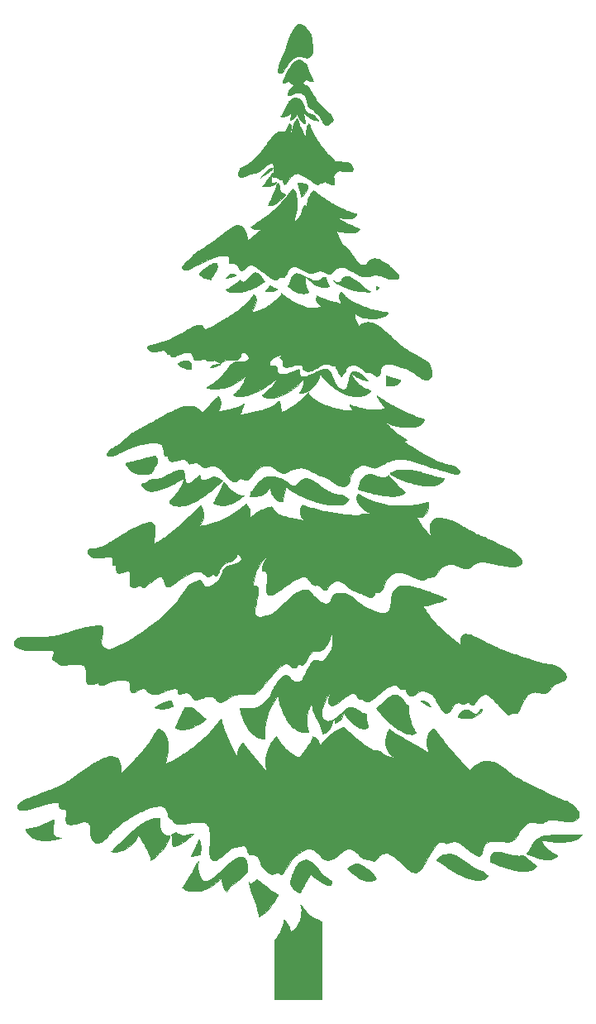
<source format=gbr>
%TF.GenerationSoftware,KiCad,Pcbnew,5.1.7-a382d34a8~88~ubuntu20.04.1*%
%TF.CreationDate,2020-12-11T07:09:01-08:00*%
%TF.ProjectId,2021-xmas-tree,32303231-2d78-46d6-9173-2d747265652e,rev?*%
%TF.SameCoordinates,Original*%
%TF.FileFunction,Copper,L2,Bot*%
%TF.FilePolarity,Positive*%
%FSLAX46Y46*%
G04 Gerber Fmt 4.6, Leading zero omitted, Abs format (unit mm)*
G04 Created by KiCad (PCBNEW 5.1.7-a382d34a8~88~ubuntu20.04.1) date 2020-12-11 07:09:01*
%MOMM*%
%LPD*%
G01*
G04 APERTURE LIST*
%TA.AperFunction,EtchedComponent*%
%ADD10C,0.010000*%
%TD*%
%TA.AperFunction,ViaPad*%
%ADD11C,2.010000*%
%TD*%
G04 APERTURE END LIST*
D10*
%TO.C,G\u002A\u002A\u002A*%
G36*
X100365606Y-140337019D02*
G01*
X100380040Y-140424907D01*
X100404393Y-140537886D01*
X100451652Y-140862688D01*
X100450076Y-141208698D01*
X100403223Y-141560625D01*
X100314650Y-141903178D01*
X100187915Y-142221068D01*
X100026576Y-142499004D01*
X99915488Y-142639286D01*
X99782721Y-142762671D01*
X99621083Y-142878599D01*
X99536344Y-142927308D01*
X99312083Y-143043061D01*
X99289030Y-142885583D01*
X99261578Y-142772763D01*
X99211868Y-142628932D01*
X99151287Y-142486622D01*
X99083115Y-142357107D01*
X98999315Y-142218288D01*
X98909488Y-142083716D01*
X98823239Y-141966941D01*
X98750170Y-141881516D01*
X98699883Y-141840990D01*
X98692661Y-141839444D01*
X98669496Y-141870151D01*
X98659456Y-141944317D01*
X98659445Y-141947188D01*
X98645519Y-142068270D01*
X98607319Y-142236183D01*
X98550210Y-142433729D01*
X98479557Y-142643710D01*
X98400724Y-142848929D01*
X98324379Y-143021250D01*
X98254450Y-143153646D01*
X98165084Y-143304470D01*
X98065227Y-143460666D01*
X97963820Y-143609178D01*
X97869810Y-143736950D01*
X97792140Y-143830928D01*
X97739753Y-143878056D01*
X97736285Y-143879676D01*
X97731897Y-143915897D01*
X97727708Y-144017581D01*
X97723766Y-144179637D01*
X97720119Y-144396972D01*
X97716818Y-144664495D01*
X97713908Y-144977114D01*
X97711441Y-145329736D01*
X97709463Y-145717270D01*
X97708024Y-146134624D01*
X97707171Y-146576706D01*
X97706945Y-146957662D01*
X97706945Y-150023889D01*
X102540000Y-150023889D01*
X102540000Y-142021439D01*
X102433592Y-141998068D01*
X102318530Y-141960434D01*
X102162093Y-141892333D01*
X101981523Y-141802568D01*
X101794062Y-141699943D01*
X101616952Y-141593262D01*
X101534583Y-141539048D01*
X101246126Y-141316440D01*
X100966679Y-141053508D01*
X100718112Y-140772175D01*
X100574634Y-140576686D01*
X100491369Y-140455137D01*
X100422826Y-140361220D01*
X100377868Y-140306734D01*
X100365334Y-140298184D01*
X100365606Y-140337019D01*
G37*
X100365606Y-140337019D02*
X100380040Y-140424907D01*
X100404393Y-140537886D01*
X100451652Y-140862688D01*
X100450076Y-141208698D01*
X100403223Y-141560625D01*
X100314650Y-141903178D01*
X100187915Y-142221068D01*
X100026576Y-142499004D01*
X99915488Y-142639286D01*
X99782721Y-142762671D01*
X99621083Y-142878599D01*
X99536344Y-142927308D01*
X99312083Y-143043061D01*
X99289030Y-142885583D01*
X99261578Y-142772763D01*
X99211868Y-142628932D01*
X99151287Y-142486622D01*
X99083115Y-142357107D01*
X98999315Y-142218288D01*
X98909488Y-142083716D01*
X98823239Y-141966941D01*
X98750170Y-141881516D01*
X98699883Y-141840990D01*
X98692661Y-141839444D01*
X98669496Y-141870151D01*
X98659456Y-141944317D01*
X98659445Y-141947188D01*
X98645519Y-142068270D01*
X98607319Y-142236183D01*
X98550210Y-142433729D01*
X98479557Y-142643710D01*
X98400724Y-142848929D01*
X98324379Y-143021250D01*
X98254450Y-143153646D01*
X98165084Y-143304470D01*
X98065227Y-143460666D01*
X97963820Y-143609178D01*
X97869810Y-143736950D01*
X97792140Y-143830928D01*
X97739753Y-143878056D01*
X97736285Y-143879676D01*
X97731897Y-143915897D01*
X97727708Y-144017581D01*
X97723766Y-144179637D01*
X97720119Y-144396972D01*
X97716818Y-144664495D01*
X97713908Y-144977114D01*
X97711441Y-145329736D01*
X97709463Y-145717270D01*
X97708024Y-146134624D01*
X97707171Y-146576706D01*
X97706945Y-146957662D01*
X97706945Y-150023889D01*
X102540000Y-150023889D01*
X102540000Y-142021439D01*
X102433592Y-141998068D01*
X102318530Y-141960434D01*
X102162093Y-141892333D01*
X101981523Y-141802568D01*
X101794062Y-141699943D01*
X101616952Y-141593262D01*
X101534583Y-141539048D01*
X101246126Y-141316440D01*
X100966679Y-141053508D01*
X100718112Y-140772175D01*
X100574634Y-140576686D01*
X100491369Y-140455137D01*
X100422826Y-140361220D01*
X100377868Y-140306734D01*
X100365334Y-140298184D01*
X100365606Y-140337019D01*
G36*
X95724001Y-137862920D02*
G01*
X95587066Y-138002742D01*
X95447861Y-138089691D01*
X95315532Y-138121428D01*
X95199225Y-138095617D01*
X95114072Y-138018801D01*
X95079955Y-137978298D01*
X95064890Y-137984284D01*
X95069368Y-138041775D01*
X95093878Y-138155785D01*
X95138909Y-138331329D01*
X95147814Y-138364583D01*
X95240205Y-138687504D01*
X95348710Y-139026147D01*
X95480116Y-139401410D01*
X95520177Y-139511111D01*
X95675989Y-139950016D01*
X95812594Y-140366317D01*
X95927212Y-140750538D01*
X96017064Y-141093206D01*
X96079368Y-141384847D01*
X96092121Y-141460010D01*
X96107064Y-141499957D01*
X96146653Y-141496254D01*
X96190000Y-141475184D01*
X96526579Y-141264273D01*
X96857324Y-140990884D01*
X97173806Y-140663048D01*
X97467594Y-140288797D01*
X97529698Y-140199027D01*
X97613608Y-140068112D01*
X97705192Y-139914300D01*
X97797192Y-139751174D01*
X97882349Y-139592317D01*
X97953406Y-139451314D01*
X98003103Y-139341748D01*
X98024183Y-139277202D01*
X98024445Y-139273131D01*
X97995166Y-139227037D01*
X97941304Y-139195532D01*
X97858652Y-139153798D01*
X97732823Y-139077731D01*
X97576438Y-138976183D01*
X97402114Y-138858007D01*
X97222471Y-138732054D01*
X97050127Y-138607178D01*
X96897703Y-138492231D01*
X96777816Y-138396064D01*
X96703087Y-138327529D01*
X96701528Y-138325832D01*
X96641276Y-138272100D01*
X96538159Y-138191911D01*
X96408660Y-138096961D01*
X96269265Y-137998946D01*
X96136458Y-137909561D01*
X96026723Y-137840502D01*
X95981974Y-137815315D01*
X95826864Y-137734699D01*
X95724001Y-137862920D01*
G37*
X95724001Y-137862920D02*
X95587066Y-138002742D01*
X95447861Y-138089691D01*
X95315532Y-138121428D01*
X95199225Y-138095617D01*
X95114072Y-138018801D01*
X95079955Y-137978298D01*
X95064890Y-137984284D01*
X95069368Y-138041775D01*
X95093878Y-138155785D01*
X95138909Y-138331329D01*
X95147814Y-138364583D01*
X95240205Y-138687504D01*
X95348710Y-139026147D01*
X95480116Y-139401410D01*
X95520177Y-139511111D01*
X95675989Y-139950016D01*
X95812594Y-140366317D01*
X95927212Y-140750538D01*
X96017064Y-141093206D01*
X96079368Y-141384847D01*
X96092121Y-141460010D01*
X96107064Y-141499957D01*
X96146653Y-141496254D01*
X96190000Y-141475184D01*
X96526579Y-141264273D01*
X96857324Y-140990884D01*
X97173806Y-140663048D01*
X97467594Y-140288797D01*
X97529698Y-140199027D01*
X97613608Y-140068112D01*
X97705192Y-139914300D01*
X97797192Y-139751174D01*
X97882349Y-139592317D01*
X97953406Y-139451314D01*
X98003103Y-139341748D01*
X98024183Y-139277202D01*
X98024445Y-139273131D01*
X97995166Y-139227037D01*
X97941304Y-139195532D01*
X97858652Y-139153798D01*
X97732823Y-139077731D01*
X97576438Y-138976183D01*
X97402114Y-138858007D01*
X97222471Y-138732054D01*
X97050127Y-138607178D01*
X96897703Y-138492231D01*
X96777816Y-138396064D01*
X96703087Y-138327529D01*
X96701528Y-138325832D01*
X96641276Y-138272100D01*
X96538159Y-138191911D01*
X96408660Y-138096961D01*
X96269265Y-137998946D01*
X96136458Y-137909561D01*
X96026723Y-137840502D01*
X95981974Y-137815315D01*
X95826864Y-137734699D01*
X95724001Y-137862920D01*
G36*
X100679373Y-135733499D02*
G01*
X100470123Y-135825010D01*
X100268576Y-135967162D01*
X100088680Y-136151474D01*
X100042332Y-136211903D01*
X99972055Y-136307738D01*
X99918242Y-136378805D01*
X99895298Y-136406666D01*
X99852401Y-136470435D01*
X99790815Y-136596994D01*
X99712489Y-136781666D01*
X99619371Y-137019771D01*
X99513409Y-137306629D01*
X99469372Y-137429722D01*
X99416317Y-137576835D01*
X99359507Y-137730809D01*
X99334775Y-137796478D01*
X99297598Y-137902411D01*
X99286948Y-137977614D01*
X99302482Y-138056596D01*
X99331370Y-138139786D01*
X99474903Y-138442796D01*
X99664059Y-138694418D01*
X99896134Y-138891973D01*
X100168423Y-139032782D01*
X100267135Y-139066488D01*
X100335692Y-139074491D01*
X100364149Y-139064647D01*
X100385982Y-139011301D01*
X100388056Y-138987672D01*
X100405008Y-138924384D01*
X100450366Y-138817355D01*
X100515883Y-138683131D01*
X100593313Y-138538260D01*
X100674409Y-138399287D01*
X100707393Y-138346944D01*
X100770439Y-138246818D01*
X100818793Y-138164985D01*
X100834396Y-138135277D01*
X100867808Y-138075175D01*
X100924262Y-137984600D01*
X100952704Y-137941250D01*
X101034131Y-137811039D01*
X101119248Y-137661449D01*
X101200234Y-137507974D01*
X101269265Y-137366105D01*
X101318518Y-137251335D01*
X101340171Y-137179158D01*
X101340556Y-137173120D01*
X101349400Y-137145405D01*
X101381631Y-137153950D01*
X101445799Y-137203824D01*
X101543403Y-137293418D01*
X101659713Y-137399412D01*
X101774796Y-137497624D01*
X101864965Y-137567888D01*
X101869722Y-137571232D01*
X101966053Y-137641848D01*
X102048241Y-137707956D01*
X102061380Y-137719615D01*
X102181045Y-137810850D01*
X102348839Y-137914442D01*
X102545840Y-138020792D01*
X102753125Y-138120299D01*
X102951772Y-138203365D01*
X103122858Y-138260388D01*
X103132153Y-138262855D01*
X103287404Y-138300184D01*
X103389489Y-138311814D01*
X103452615Y-138292995D01*
X103490990Y-138238974D01*
X103518821Y-138145001D01*
X103521719Y-138132586D01*
X103545413Y-138022189D01*
X103560368Y-137937615D01*
X103563056Y-137910891D01*
X103533458Y-137875381D01*
X103455856Y-137823219D01*
X103347037Y-137765685D01*
X103346803Y-137765573D01*
X103169922Y-137658532D01*
X102963425Y-137492492D01*
X102730738Y-137270789D01*
X102475291Y-136996762D01*
X102200513Y-136673749D01*
X102108545Y-136559939D01*
X101847832Y-136260323D01*
X101594785Y-136023165D01*
X101351546Y-135849965D01*
X101120260Y-135742226D01*
X100903068Y-135701448D01*
X100882377Y-135701111D01*
X100679373Y-135733499D01*
G37*
X100679373Y-135733499D02*
X100470123Y-135825010D01*
X100268576Y-135967162D01*
X100088680Y-136151474D01*
X100042332Y-136211903D01*
X99972055Y-136307738D01*
X99918242Y-136378805D01*
X99895298Y-136406666D01*
X99852401Y-136470435D01*
X99790815Y-136596994D01*
X99712489Y-136781666D01*
X99619371Y-137019771D01*
X99513409Y-137306629D01*
X99469372Y-137429722D01*
X99416317Y-137576835D01*
X99359507Y-137730809D01*
X99334775Y-137796478D01*
X99297598Y-137902411D01*
X99286948Y-137977614D01*
X99302482Y-138056596D01*
X99331370Y-138139786D01*
X99474903Y-138442796D01*
X99664059Y-138694418D01*
X99896134Y-138891973D01*
X100168423Y-139032782D01*
X100267135Y-139066488D01*
X100335692Y-139074491D01*
X100364149Y-139064647D01*
X100385982Y-139011301D01*
X100388056Y-138987672D01*
X100405008Y-138924384D01*
X100450366Y-138817355D01*
X100515883Y-138683131D01*
X100593313Y-138538260D01*
X100674409Y-138399287D01*
X100707393Y-138346944D01*
X100770439Y-138246818D01*
X100818793Y-138164985D01*
X100834396Y-138135277D01*
X100867808Y-138075175D01*
X100924262Y-137984600D01*
X100952704Y-137941250D01*
X101034131Y-137811039D01*
X101119248Y-137661449D01*
X101200234Y-137507974D01*
X101269265Y-137366105D01*
X101318518Y-137251335D01*
X101340171Y-137179158D01*
X101340556Y-137173120D01*
X101349400Y-137145405D01*
X101381631Y-137153950D01*
X101445799Y-137203824D01*
X101543403Y-137293418D01*
X101659713Y-137399412D01*
X101774796Y-137497624D01*
X101864965Y-137567888D01*
X101869722Y-137571232D01*
X101966053Y-137641848D01*
X102048241Y-137707956D01*
X102061380Y-137719615D01*
X102181045Y-137810850D01*
X102348839Y-137914442D01*
X102545840Y-138020792D01*
X102753125Y-138120299D01*
X102951772Y-138203365D01*
X103122858Y-138260388D01*
X103132153Y-138262855D01*
X103287404Y-138300184D01*
X103389489Y-138311814D01*
X103452615Y-138292995D01*
X103490990Y-138238974D01*
X103518821Y-138145001D01*
X103521719Y-138132586D01*
X103545413Y-138022189D01*
X103560368Y-137937615D01*
X103563056Y-137910891D01*
X103533458Y-137875381D01*
X103455856Y-137823219D01*
X103347037Y-137765685D01*
X103346803Y-137765573D01*
X103169922Y-137658532D01*
X102963425Y-137492492D01*
X102730738Y-137270789D01*
X102475291Y-136996762D01*
X102200513Y-136673749D01*
X102108545Y-136559939D01*
X101847832Y-136260323D01*
X101594785Y-136023165D01*
X101351546Y-135849965D01*
X101120260Y-135742226D01*
X100903068Y-135701448D01*
X100882377Y-135701111D01*
X100679373Y-135733499D01*
G36*
X94236919Y-135437887D02*
G01*
X94106832Y-135441783D01*
X94004638Y-135456622D01*
X93905261Y-135489591D01*
X93783624Y-135547874D01*
X93702313Y-135591078D01*
X93575862Y-135660724D01*
X93474582Y-135719208D01*
X93413566Y-135757690D01*
X93403123Y-135766307D01*
X93366440Y-135799447D01*
X93292822Y-135857679D01*
X93244306Y-135894212D01*
X93201258Y-135927719D01*
X93144429Y-135975185D01*
X93069508Y-136040554D01*
X92972185Y-136127771D01*
X92848148Y-136240780D01*
X92693088Y-136383525D01*
X92502694Y-136559951D01*
X92272655Y-136774002D01*
X91998660Y-137029623D01*
X91771288Y-137242052D01*
X91591966Y-137397067D01*
X91394580Y-137546701D01*
X91195031Y-137680474D01*
X91009221Y-137787907D01*
X90853052Y-137858523D01*
X90818885Y-137869669D01*
X90621170Y-137898797D01*
X90446159Y-137863654D01*
X90292382Y-137763209D01*
X90158370Y-137596429D01*
X90042653Y-137362286D01*
X90023127Y-137311485D01*
X89906436Y-136923267D01*
X89851706Y-136547158D01*
X89857264Y-136164795D01*
X89894032Y-135895139D01*
X89900885Y-135842132D01*
X89889925Y-135842162D01*
X89856013Y-135899502D01*
X89830377Y-135948055D01*
X89776327Y-136047868D01*
X89696532Y-136190376D01*
X89601272Y-136357605D01*
X89500825Y-136531584D01*
X89405470Y-136694340D01*
X89356446Y-136776687D01*
X89304493Y-136867896D01*
X89277681Y-136918194D01*
X89236899Y-136991287D01*
X89177402Y-137091147D01*
X89153533Y-137129861D01*
X89080501Y-137248723D01*
X89008589Y-137368322D01*
X88993179Y-137394444D01*
X88925356Y-137506875D01*
X88857165Y-137615264D01*
X88851645Y-137623750D01*
X88784160Y-137733997D01*
X88722634Y-137844236D01*
X88676345Y-137919342D01*
X88638914Y-137957636D01*
X88634022Y-137958889D01*
X88606185Y-137986027D01*
X88605278Y-137995017D01*
X88586418Y-138040600D01*
X88536856Y-138126831D01*
X88467116Y-138237100D01*
X88387724Y-138354797D01*
X88309206Y-138463313D01*
X88305056Y-138468772D01*
X88264477Y-138531325D01*
X88252500Y-138563197D01*
X88282334Y-138597315D01*
X88360979Y-138649963D01*
X88472151Y-138712455D01*
X88599567Y-138776107D01*
X88726941Y-138832233D01*
X88823265Y-138867616D01*
X88934847Y-138895299D01*
X89072961Y-138913562D01*
X89251869Y-138923643D01*
X89485837Y-138926781D01*
X89504861Y-138926773D01*
X89708631Y-138925417D01*
X89862175Y-138920050D01*
X89985812Y-138907883D01*
X90099862Y-138886130D01*
X90224643Y-138852002D01*
X90359466Y-138809518D01*
X90823528Y-138624033D01*
X91279098Y-138371681D01*
X91720336Y-138056101D01*
X92088958Y-137732030D01*
X92309445Y-137519955D01*
X92309863Y-137783519D01*
X92340578Y-138127218D01*
X92429775Y-138443234D01*
X92574730Y-138723316D01*
X92657527Y-138835557D01*
X92754383Y-138953753D01*
X92952806Y-138708168D01*
X93073745Y-138571600D01*
X93232379Y-138415877D01*
X93434262Y-138236025D01*
X93684948Y-138027070D01*
X93947010Y-137817777D01*
X94134337Y-137666886D01*
X94321397Y-137509914D01*
X94495817Y-137357763D01*
X94645225Y-137221340D01*
X94757251Y-137111547D01*
X94795401Y-137070019D01*
X94926488Y-136918194D01*
X94909886Y-136477222D01*
X94892467Y-136198343D01*
X94861579Y-135978815D01*
X94814031Y-135808186D01*
X94746636Y-135676005D01*
X94656204Y-135571820D01*
X94625646Y-135545698D01*
X94546977Y-135487727D01*
X94475472Y-135455048D01*
X94386112Y-135440724D01*
X94253879Y-135437815D01*
X94236919Y-135437887D01*
G37*
X94236919Y-135437887D02*
X94106832Y-135441783D01*
X94004638Y-135456622D01*
X93905261Y-135489591D01*
X93783624Y-135547874D01*
X93702313Y-135591078D01*
X93575862Y-135660724D01*
X93474582Y-135719208D01*
X93413566Y-135757690D01*
X93403123Y-135766307D01*
X93366440Y-135799447D01*
X93292822Y-135857679D01*
X93244306Y-135894212D01*
X93201258Y-135927719D01*
X93144429Y-135975185D01*
X93069508Y-136040554D01*
X92972185Y-136127771D01*
X92848148Y-136240780D01*
X92693088Y-136383525D01*
X92502694Y-136559951D01*
X92272655Y-136774002D01*
X91998660Y-137029623D01*
X91771288Y-137242052D01*
X91591966Y-137397067D01*
X91394580Y-137546701D01*
X91195031Y-137680474D01*
X91009221Y-137787907D01*
X90853052Y-137858523D01*
X90818885Y-137869669D01*
X90621170Y-137898797D01*
X90446159Y-137863654D01*
X90292382Y-137763209D01*
X90158370Y-137596429D01*
X90042653Y-137362286D01*
X90023127Y-137311485D01*
X89906436Y-136923267D01*
X89851706Y-136547158D01*
X89857264Y-136164795D01*
X89894032Y-135895139D01*
X89900885Y-135842132D01*
X89889925Y-135842162D01*
X89856013Y-135899502D01*
X89830377Y-135948055D01*
X89776327Y-136047868D01*
X89696532Y-136190376D01*
X89601272Y-136357605D01*
X89500825Y-136531584D01*
X89405470Y-136694340D01*
X89356446Y-136776687D01*
X89304493Y-136867896D01*
X89277681Y-136918194D01*
X89236899Y-136991287D01*
X89177402Y-137091147D01*
X89153533Y-137129861D01*
X89080501Y-137248723D01*
X89008589Y-137368322D01*
X88993179Y-137394444D01*
X88925356Y-137506875D01*
X88857165Y-137615264D01*
X88851645Y-137623750D01*
X88784160Y-137733997D01*
X88722634Y-137844236D01*
X88676345Y-137919342D01*
X88638914Y-137957636D01*
X88634022Y-137958889D01*
X88606185Y-137986027D01*
X88605278Y-137995017D01*
X88586418Y-138040600D01*
X88536856Y-138126831D01*
X88467116Y-138237100D01*
X88387724Y-138354797D01*
X88309206Y-138463313D01*
X88305056Y-138468772D01*
X88264477Y-138531325D01*
X88252500Y-138563197D01*
X88282334Y-138597315D01*
X88360979Y-138649963D01*
X88472151Y-138712455D01*
X88599567Y-138776107D01*
X88726941Y-138832233D01*
X88823265Y-138867616D01*
X88934847Y-138895299D01*
X89072961Y-138913562D01*
X89251869Y-138923643D01*
X89485837Y-138926781D01*
X89504861Y-138926773D01*
X89708631Y-138925417D01*
X89862175Y-138920050D01*
X89985812Y-138907883D01*
X90099862Y-138886130D01*
X90224643Y-138852002D01*
X90359466Y-138809518D01*
X90823528Y-138624033D01*
X91279098Y-138371681D01*
X91720336Y-138056101D01*
X92088958Y-137732030D01*
X92309445Y-137519955D01*
X92309863Y-137783519D01*
X92340578Y-138127218D01*
X92429775Y-138443234D01*
X92574730Y-138723316D01*
X92657527Y-138835557D01*
X92754383Y-138953753D01*
X92952806Y-138708168D01*
X93073745Y-138571600D01*
X93232379Y-138415877D01*
X93434262Y-138236025D01*
X93684948Y-138027070D01*
X93947010Y-137817777D01*
X94134337Y-137666886D01*
X94321397Y-137509914D01*
X94495817Y-137357763D01*
X94645225Y-137221340D01*
X94757251Y-137111547D01*
X94795401Y-137070019D01*
X94926488Y-136918194D01*
X94909886Y-136477222D01*
X94892467Y-136198343D01*
X94861579Y-135978815D01*
X94814031Y-135808186D01*
X94746636Y-135676005D01*
X94656204Y-135571820D01*
X94625646Y-135545698D01*
X94546977Y-135487727D01*
X94475472Y-135455048D01*
X94386112Y-135440724D01*
X94253879Y-135437815D01*
X94236919Y-135437887D01*
G36*
X105988883Y-136129386D02*
G01*
X105792545Y-136183065D01*
X105790887Y-136183826D01*
X105624444Y-136273790D01*
X105446411Y-136390698D01*
X105292124Y-136510970D01*
X105267609Y-136532998D01*
X105173082Y-136620602D01*
X105347027Y-136798819D01*
X105560172Y-137002537D01*
X105797842Y-137204921D01*
X106044677Y-137394523D01*
X106285313Y-137559893D01*
X106504390Y-137689582D01*
X106614583Y-137743528D01*
X106843800Y-137822077D01*
X107095567Y-137870837D01*
X107349100Y-137888393D01*
X107583616Y-137873330D01*
X107778330Y-137824235D01*
X107781568Y-137822939D01*
X107892913Y-137772892D01*
X107989714Y-137721129D01*
X108007603Y-137709813D01*
X108089709Y-137654765D01*
X107943049Y-137407900D01*
X107874709Y-137288604D01*
X107823351Y-137190835D01*
X107797748Y-137131561D01*
X107796389Y-137124278D01*
X107769178Y-137089492D01*
X107692397Y-137018850D01*
X107573325Y-136918283D01*
X107419239Y-136793726D01*
X107237417Y-136651111D01*
X107035137Y-136496371D01*
X106920562Y-136410306D01*
X106694627Y-136271531D01*
X106454391Y-136176519D01*
X106214321Y-136128171D01*
X105988883Y-136129386D01*
G37*
X105988883Y-136129386D02*
X105792545Y-136183065D01*
X105790887Y-136183826D01*
X105624444Y-136273790D01*
X105446411Y-136390698D01*
X105292124Y-136510970D01*
X105267609Y-136532998D01*
X105173082Y-136620602D01*
X105347027Y-136798819D01*
X105560172Y-137002537D01*
X105797842Y-137204921D01*
X106044677Y-137394523D01*
X106285313Y-137559893D01*
X106504390Y-137689582D01*
X106614583Y-137743528D01*
X106843800Y-137822077D01*
X107095567Y-137870837D01*
X107349100Y-137888393D01*
X107583616Y-137873330D01*
X107778330Y-137824235D01*
X107781568Y-137822939D01*
X107892913Y-137772892D01*
X107989714Y-137721129D01*
X108007603Y-137709813D01*
X108089709Y-137654765D01*
X107943049Y-137407900D01*
X107874709Y-137288604D01*
X107823351Y-137190835D01*
X107797748Y-137131561D01*
X107796389Y-137124278D01*
X107769178Y-137089492D01*
X107692397Y-137018850D01*
X107573325Y-136918283D01*
X107419239Y-136793726D01*
X107237417Y-136651111D01*
X107035137Y-136496371D01*
X106920562Y-136410306D01*
X106694627Y-136271531D01*
X106454391Y-136176519D01*
X106214321Y-136128171D01*
X105988883Y-136129386D01*
G36*
X115193410Y-135127681D02*
G01*
X114938107Y-135201698D01*
X114706981Y-135316148D01*
X114515099Y-135463743D01*
X114388444Y-135618837D01*
X114319521Y-135730590D01*
X114682746Y-135998417D01*
X114967790Y-136206292D01*
X115216732Y-136383103D01*
X115423936Y-136524939D01*
X115583767Y-136627890D01*
X115628056Y-136654351D01*
X115740431Y-136720434D01*
X115848791Y-136785471D01*
X115857361Y-136790701D01*
X115999178Y-136876435D01*
X116124274Y-136949133D01*
X116251771Y-137019256D01*
X116400789Y-137097262D01*
X116590449Y-137193612D01*
X116633472Y-137215266D01*
X116991346Y-137386312D01*
X117318473Y-137524762D01*
X117603805Y-137626032D01*
X117674167Y-137646950D01*
X117980639Y-137718249D01*
X118287551Y-137761659D01*
X118577814Y-137776089D01*
X118834338Y-137760449D01*
X118986121Y-137730630D01*
X119116481Y-137684023D01*
X119254678Y-137617500D01*
X119385271Y-137540793D01*
X119492824Y-137463631D01*
X119561899Y-137395747D01*
X119579167Y-137356834D01*
X119553857Y-137325123D01*
X119485272Y-137258651D01*
X119384431Y-137167716D01*
X119283801Y-137080761D01*
X119123816Y-136951353D01*
X119004568Y-136870257D01*
X118919604Y-136833332D01*
X118892943Y-136830000D01*
X118783585Y-136810983D01*
X118630845Y-136758727D01*
X118449164Y-136680423D01*
X118252984Y-136583265D01*
X118056744Y-136474444D01*
X117874885Y-136361152D01*
X117721848Y-136250581D01*
X117709445Y-136240570D01*
X117646101Y-136192233D01*
X117558097Y-136128694D01*
X117541177Y-136116813D01*
X117190810Y-135874782D01*
X116888999Y-135672980D01*
X116628827Y-135508034D01*
X116403377Y-135376574D01*
X116205732Y-135275229D01*
X116028975Y-135200627D01*
X115866190Y-135149397D01*
X115710459Y-135118168D01*
X115554866Y-135103569D01*
X115457824Y-135101389D01*
X115193410Y-135127681D01*
G37*
X115193410Y-135127681D02*
X114938107Y-135201698D01*
X114706981Y-135316148D01*
X114515099Y-135463743D01*
X114388444Y-135618837D01*
X114319521Y-135730590D01*
X114682746Y-135998417D01*
X114967790Y-136206292D01*
X115216732Y-136383103D01*
X115423936Y-136524939D01*
X115583767Y-136627890D01*
X115628056Y-136654351D01*
X115740431Y-136720434D01*
X115848791Y-136785471D01*
X115857361Y-136790701D01*
X115999178Y-136876435D01*
X116124274Y-136949133D01*
X116251771Y-137019256D01*
X116400789Y-137097262D01*
X116590449Y-137193612D01*
X116633472Y-137215266D01*
X116991346Y-137386312D01*
X117318473Y-137524762D01*
X117603805Y-137626032D01*
X117674167Y-137646950D01*
X117980639Y-137718249D01*
X118287551Y-137761659D01*
X118577814Y-137776089D01*
X118834338Y-137760449D01*
X118986121Y-137730630D01*
X119116481Y-137684023D01*
X119254678Y-137617500D01*
X119385271Y-137540793D01*
X119492824Y-137463631D01*
X119561899Y-137395747D01*
X119579167Y-137356834D01*
X119553857Y-137325123D01*
X119485272Y-137258651D01*
X119384431Y-137167716D01*
X119283801Y-137080761D01*
X119123816Y-136951353D01*
X119004568Y-136870257D01*
X118919604Y-136833332D01*
X118892943Y-136830000D01*
X118783585Y-136810983D01*
X118630845Y-136758727D01*
X118449164Y-136680423D01*
X118252984Y-136583265D01*
X118056744Y-136474444D01*
X117874885Y-136361152D01*
X117721848Y-136250581D01*
X117709445Y-136240570D01*
X117646101Y-136192233D01*
X117558097Y-136128694D01*
X117541177Y-136116813D01*
X117190810Y-135874782D01*
X116888999Y-135672980D01*
X116628827Y-135508034D01*
X116403377Y-135376574D01*
X116205732Y-135275229D01*
X116028975Y-135200627D01*
X115866190Y-135149397D01*
X115710459Y-135118168D01*
X115554866Y-135103569D01*
X115457824Y-135101389D01*
X115193410Y-135127681D01*
G36*
X92171026Y-121279255D02*
G01*
X92106132Y-121350371D01*
X92012534Y-121476899D01*
X91940078Y-121581704D01*
X91547277Y-122109019D01*
X91088917Y-122635486D01*
X90569878Y-123156247D01*
X89995043Y-123666441D01*
X89369293Y-124161209D01*
X89289141Y-124220694D01*
X89120418Y-124345037D01*
X88993561Y-124438116D01*
X88893557Y-124510414D01*
X88805395Y-124572419D01*
X88714064Y-124634615D01*
X88604553Y-124707488D01*
X88461850Y-124801523D01*
X88388747Y-124849627D01*
X87787455Y-125221766D01*
X87160734Y-125565958D01*
X86905683Y-125693686D01*
X86750497Y-125768476D01*
X86619210Y-125830563D01*
X86524263Y-125874151D01*
X86478098Y-125893442D01*
X86475993Y-125893889D01*
X86471682Y-125868998D01*
X86491438Y-125791199D01*
X86536607Y-125655802D01*
X86574296Y-125550898D01*
X86640711Y-125344221D01*
X86689514Y-125129753D01*
X86722654Y-124892708D01*
X86742081Y-124618297D01*
X86749747Y-124291733D01*
X86750041Y-124218194D01*
X86747190Y-123924180D01*
X86736106Y-123685823D01*
X86714293Y-123488460D01*
X86679258Y-123317427D01*
X86628504Y-123158059D01*
X86559537Y-122995692D01*
X86532427Y-122939100D01*
X86411067Y-122743329D01*
X86254797Y-122568412D01*
X86079268Y-122428213D01*
X85900125Y-122336595D01*
X85829529Y-122316348D01*
X85790026Y-122311067D01*
X85754606Y-122319578D01*
X85715959Y-122350360D01*
X85666772Y-122411890D01*
X85599736Y-122512645D01*
X85507538Y-122661102D01*
X85447917Y-122758829D01*
X85347417Y-122922462D01*
X85257486Y-123066166D01*
X85185485Y-123178385D01*
X85138775Y-123247561D01*
X85127112Y-123262493D01*
X85085245Y-123314985D01*
X85024372Y-123400979D01*
X84996335Y-123442868D01*
X84875514Y-123618928D01*
X84724543Y-123827078D01*
X84555814Y-124051268D01*
X84381721Y-124275451D01*
X84214656Y-124483578D01*
X84067012Y-124659600D01*
X83989017Y-124747361D01*
X83919425Y-124825765D01*
X83823707Y-124937080D01*
X83720451Y-125059639D01*
X83701439Y-125082500D01*
X83627462Y-125166705D01*
X83511801Y-125292097D01*
X83362707Y-125450021D01*
X83188435Y-125631821D01*
X82997236Y-125828841D01*
X82797364Y-126032427D01*
X82750943Y-126079363D01*
X81990695Y-126846921D01*
X81966269Y-126714363D01*
X81951951Y-126602803D01*
X81941626Y-126459949D01*
X81938572Y-126370139D01*
X81917983Y-126114909D01*
X81867500Y-125866761D01*
X81792257Y-125639375D01*
X81697388Y-125446436D01*
X81588027Y-125301626D01*
X81515292Y-125242075D01*
X81285978Y-125138505D01*
X81033465Y-125097591D01*
X80797616Y-125116257D01*
X80585283Y-125164121D01*
X80379377Y-125222803D01*
X80209769Y-125283667D01*
X80191528Y-125291472D01*
X80085559Y-125340378D01*
X79943797Y-125408944D01*
X79785605Y-125487444D01*
X79630345Y-125566154D01*
X79497380Y-125635347D01*
X79406073Y-125685298D01*
X79397778Y-125690165D01*
X79299262Y-125748104D01*
X79215139Y-125796403D01*
X79203750Y-125802762D01*
X79111449Y-125858293D01*
X78974225Y-125946575D01*
X78804511Y-126059266D01*
X78614740Y-126188025D01*
X78417344Y-126324514D01*
X78244972Y-126445979D01*
X78106139Y-126543898D01*
X77988874Y-126624886D01*
X77904615Y-126681169D01*
X77864798Y-126704973D01*
X77863535Y-126705277D01*
X77828114Y-126725078D01*
X77745600Y-126779912D01*
X77625678Y-126862926D01*
X77478034Y-126967269D01*
X77312352Y-127086088D01*
X77138317Y-127212531D01*
X76965614Y-127339746D01*
X76942452Y-127356960D01*
X76797691Y-127464424D01*
X76690233Y-127542807D01*
X76600826Y-127605214D01*
X76510219Y-127664747D01*
X76399158Y-127734510D01*
X76275695Y-127810778D01*
X76167125Y-127874284D01*
X76029799Y-127949709D01*
X75877859Y-128029886D01*
X75725450Y-128107650D01*
X75586714Y-128175833D01*
X75475796Y-128227269D01*
X75406837Y-128254791D01*
X75394073Y-128257500D01*
X75353821Y-128270735D01*
X75271142Y-128304626D01*
X75208157Y-128332160D01*
X75081607Y-128387865D01*
X74958268Y-128440904D01*
X74917500Y-128458018D01*
X74815233Y-128500568D01*
X74730090Y-128536225D01*
X74723472Y-128539017D01*
X74566801Y-128604559D01*
X74376291Y-128683278D01*
X74165313Y-128769754D01*
X73947237Y-128858564D01*
X73735432Y-128944288D01*
X73543269Y-129021504D01*
X73384118Y-129084790D01*
X73271349Y-129128725D01*
X73241806Y-129139820D01*
X73101774Y-129191304D01*
X72930456Y-129254378D01*
X72762756Y-129316191D01*
X72747917Y-129321665D01*
X72581016Y-129381257D01*
X72405314Y-129440857D01*
X72256508Y-129488386D01*
X72245415Y-129491731D01*
X72087616Y-129546930D01*
X71950688Y-129616222D01*
X71814135Y-129712385D01*
X71657465Y-129848196D01*
X71624385Y-129878926D01*
X71469546Y-130043251D01*
X71380212Y-130186525D01*
X71355567Y-130311766D01*
X71394795Y-130421994D01*
X71458811Y-130490990D01*
X71595548Y-130570656D01*
X71773989Y-130612614D01*
X71997431Y-130616620D01*
X72269174Y-130582432D01*
X72592516Y-130509803D01*
X72970758Y-130398491D01*
X73047778Y-130373386D01*
X73428691Y-130249159D01*
X73749983Y-130148028D01*
X74018020Y-130068111D01*
X74239169Y-130007524D01*
X74419795Y-129964388D01*
X74458889Y-129956206D01*
X74598255Y-129927650D01*
X74766914Y-129892647D01*
X74906825Y-129863307D01*
X75096961Y-129831038D01*
X75278659Y-129814200D01*
X75435015Y-129813264D01*
X75549126Y-129828701D01*
X75587778Y-129844354D01*
X75619169Y-129887193D01*
X75632983Y-129973087D01*
X75632707Y-130093213D01*
X75631597Y-130218086D01*
X75644376Y-130296996D01*
X75677847Y-130354180D01*
X75717233Y-130394260D01*
X75794732Y-130449525D01*
X75888852Y-130474990D01*
X75994716Y-130480000D01*
X76146735Y-130493884D01*
X76250868Y-130538499D01*
X76262967Y-130547726D01*
X76301053Y-130582910D01*
X76324506Y-130623649D01*
X76335947Y-130685619D01*
X76337992Y-130784497D01*
X76333261Y-130935959D01*
X76332207Y-130962240D01*
X76321675Y-131234643D01*
X76315267Y-131445784D01*
X76313579Y-131604866D01*
X76317207Y-131721095D01*
X76326747Y-131803675D01*
X76342795Y-131861810D01*
X76365947Y-131904707D01*
X76395535Y-131940227D01*
X76490277Y-132014907D01*
X76601454Y-132070214D01*
X76603891Y-132071030D01*
X76725986Y-132091612D01*
X76889879Y-132093440D01*
X77069885Y-132078353D01*
X77240319Y-132048188D01*
X77342719Y-132018153D01*
X77655532Y-131910954D01*
X77916898Y-131840395D01*
X78134861Y-131805179D01*
X78317466Y-131804014D01*
X78472756Y-131835605D01*
X78474264Y-131836104D01*
X78597004Y-131890894D01*
X78685996Y-131968427D01*
X78745879Y-132079106D01*
X78781291Y-132233337D01*
X78796872Y-132441523D01*
X78798668Y-132563707D01*
X78810409Y-132847639D01*
X78842711Y-133116477D01*
X78892622Y-133352310D01*
X78957189Y-133537229D01*
X78960270Y-133543811D01*
X79085863Y-133733619D01*
X79251551Y-133870585D01*
X79446730Y-133950936D01*
X79660796Y-133970898D01*
X79883145Y-133926697D01*
X79955338Y-133897925D01*
X80063469Y-133832234D01*
X80200181Y-133724430D01*
X80350911Y-133588227D01*
X80501096Y-133437339D01*
X80636170Y-133285478D01*
X80719118Y-133178750D01*
X80798801Y-133080430D01*
X80917195Y-132950086D01*
X81059862Y-132802101D01*
X81212369Y-132650859D01*
X81360278Y-132510742D01*
X81489156Y-132396135D01*
X81567361Y-132333570D01*
X81657330Y-132265513D01*
X81725387Y-132210113D01*
X81743867Y-132192985D01*
X81806270Y-132138275D01*
X81916675Y-132052683D01*
X82064158Y-131944135D01*
X82237799Y-131820559D01*
X82426676Y-131689884D01*
X82572866Y-131591250D01*
X82714677Y-131496245D01*
X82834308Y-131415266D01*
X82919953Y-131356364D01*
X82959808Y-131327590D01*
X82960833Y-131326666D01*
X83009092Y-131293174D01*
X83105701Y-131236726D01*
X83235890Y-131165884D01*
X83260668Y-131152832D01*
X83337719Y-131109500D01*
X83382669Y-131078791D01*
X83384140Y-131077272D01*
X83421718Y-131054517D01*
X83509235Y-131008828D01*
X83632656Y-130947022D01*
X83777943Y-130875918D01*
X83931060Y-130802331D01*
X84077971Y-130733079D01*
X84204638Y-130674980D01*
X84283750Y-130640359D01*
X84421277Y-130582801D01*
X84516475Y-130543954D01*
X84591978Y-130514995D01*
X84670417Y-130487098D01*
X84724722Y-130468425D01*
X85041810Y-130368617D01*
X85344750Y-130289848D01*
X85621325Y-130234545D01*
X85859319Y-130205137D01*
X86046517Y-130204052D01*
X86052232Y-130204580D01*
X86251555Y-130241570D01*
X86411118Y-130314780D01*
X86537952Y-130431756D01*
X86639087Y-130600047D01*
X86721555Y-130827198D01*
X86756989Y-130961073D01*
X86819001Y-131187984D01*
X86879177Y-131349005D01*
X86936803Y-131442535D01*
X86983207Y-131467777D01*
X87021776Y-131490711D01*
X87098315Y-131552545D01*
X87200367Y-131642832D01*
X87277209Y-131714414D01*
X87402268Y-131826483D01*
X87524102Y-131924158D01*
X87624568Y-131993382D01*
X87664238Y-132014275D01*
X87791691Y-132046926D01*
X87963096Y-132063342D01*
X88153635Y-132063060D01*
X88338490Y-132045619D01*
X88428889Y-132028511D01*
X88571477Y-131997030D01*
X88720478Y-131966960D01*
X88746389Y-131962110D01*
X88857815Y-131941523D01*
X89009459Y-131913332D01*
X89172194Y-131882953D01*
X89205000Y-131876812D01*
X89528400Y-131833952D01*
X89846515Y-131824899D01*
X90146152Y-131848226D01*
X90414118Y-131902506D01*
X90637221Y-131986309D01*
X90732715Y-132042172D01*
X90870810Y-132179368D01*
X90977333Y-132377627D01*
X91051680Y-132634615D01*
X91093247Y-132947999D01*
X91101431Y-133315447D01*
X91096674Y-133448773D01*
X91076957Y-133869310D01*
X91062097Y-134225572D01*
X91052074Y-134523671D01*
X91046871Y-134769719D01*
X91046468Y-134969828D01*
X91050846Y-135130110D01*
X91059988Y-135256676D01*
X91073874Y-135355639D01*
X91090642Y-135426941D01*
X91155574Y-135595736D01*
X91238609Y-135702239D01*
X91350114Y-135754290D01*
X91500456Y-135759727D01*
X91527125Y-135756992D01*
X91695208Y-135721949D01*
X91871735Y-135652646D01*
X92062809Y-135544970D01*
X92274538Y-135394806D01*
X92513024Y-135198042D01*
X92784374Y-134950562D01*
X92926806Y-134813798D01*
X93279583Y-134470479D01*
X93641990Y-134416325D01*
X93802510Y-134389463D01*
X93943563Y-134360639D01*
X94046080Y-134334021D01*
X94082962Y-134319908D01*
X94157987Y-134297807D01*
X94276826Y-134281568D01*
X94403520Y-134275003D01*
X94533002Y-134275465D01*
X94615177Y-134285985D01*
X94673274Y-134315000D01*
X94730522Y-134370942D01*
X94759778Y-134404353D01*
X94842278Y-134525684D01*
X94904964Y-134683200D01*
X94935902Y-134799020D01*
X94982757Y-134970463D01*
X95034244Y-135081897D01*
X95101476Y-135143570D01*
X95195569Y-135165730D01*
X95326098Y-135158807D01*
X95546716Y-135166417D01*
X95749913Y-135239064D01*
X95922861Y-135372118D01*
X95925763Y-135375192D01*
X95984111Y-135454704D01*
X96059801Y-135582337D01*
X96143687Y-135740816D01*
X96226622Y-135912867D01*
X96299112Y-136080347D01*
X96464780Y-136410290D01*
X96682221Y-136699499D01*
X96855012Y-136871482D01*
X97055973Y-137028721D01*
X97248021Y-137127178D01*
X97446105Y-137174471D01*
X97450697Y-137174999D01*
X97553069Y-137178250D01*
X97643748Y-137155712D01*
X97752542Y-137098900D01*
X97782517Y-137080556D01*
X97910972Y-137011247D01*
X98006917Y-136992041D01*
X98089064Y-137024522D01*
X98176126Y-137110270D01*
X98179368Y-137114107D01*
X98279592Y-137193622D01*
X98388789Y-137218047D01*
X98488146Y-137185185D01*
X98522101Y-137154140D01*
X98566934Y-137094151D01*
X98645575Y-136980284D01*
X98754177Y-136818326D01*
X98888890Y-136614066D01*
X99045867Y-136373291D01*
X99206681Y-136124444D01*
X99505596Y-135701934D01*
X99816085Y-135344367D01*
X100136754Y-135052895D01*
X100466205Y-134828669D01*
X100803043Y-134672843D01*
X101048674Y-134603789D01*
X101194844Y-134579570D01*
X101311552Y-134578560D01*
X101436020Y-134600912D01*
X101454368Y-134605455D01*
X101555688Y-134634425D01*
X101645433Y-134670537D01*
X101733647Y-134721310D01*
X101830376Y-134794260D01*
X101945666Y-134896907D01*
X102089562Y-135036769D01*
X102257778Y-135206742D01*
X102403486Y-135351440D01*
X102541637Y-135481580D01*
X102660848Y-135586951D01*
X102749736Y-135657340D01*
X102783545Y-135678422D01*
X102908949Y-135715381D01*
X103074458Y-135733280D01*
X103252141Y-135731750D01*
X103414067Y-135710423D01*
X103492500Y-135687794D01*
X103659309Y-135621847D01*
X103767931Y-135574266D01*
X103827030Y-135540854D01*
X103845270Y-135517418D01*
X103845278Y-135516988D01*
X103873365Y-135491485D01*
X103890341Y-135489444D01*
X103916122Y-135483584D01*
X103954962Y-135462184D01*
X104014149Y-135419520D01*
X104100971Y-135349863D01*
X104222717Y-135247487D01*
X104386675Y-135106666D01*
X104477281Y-135028265D01*
X104603822Y-134920815D01*
X104722147Y-134824199D01*
X104814689Y-134752591D01*
X104847655Y-134729379D01*
X104965459Y-134666294D01*
X105111080Y-134606969D01*
X105257071Y-134561001D01*
X105375986Y-134537987D01*
X105398039Y-134536944D01*
X105521719Y-134559036D01*
X105665634Y-134627482D01*
X105834509Y-134745538D01*
X106033069Y-134916459D01*
X106239828Y-135116936D01*
X106425262Y-135298910D01*
X106578277Y-135433790D01*
X106711753Y-135528576D01*
X106838570Y-135590270D01*
X106971606Y-135625872D01*
X107123743Y-135642381D01*
X107212686Y-135645701D01*
X107469425Y-135682152D01*
X107631219Y-135736155D01*
X107836465Y-135821916D01*
X107991521Y-135739660D01*
X108094745Y-135674560D01*
X108176373Y-135605122D01*
X108198392Y-135578321D01*
X108274554Y-135476855D01*
X108374962Y-135362224D01*
X108482339Y-135252232D01*
X108579411Y-135164683D01*
X108642928Y-135120173D01*
X108854198Y-135043334D01*
X109074717Y-135014788D01*
X109263113Y-135034647D01*
X109409320Y-135078301D01*
X109552637Y-135138142D01*
X109700187Y-135219412D01*
X109859092Y-135327352D01*
X110036474Y-135467201D01*
X110239456Y-135644200D01*
X110475158Y-135863590D01*
X110745074Y-136125082D01*
X111005859Y-136374993D01*
X111229969Y-136575454D01*
X111424837Y-136732081D01*
X111597899Y-136850489D01*
X111756590Y-136936294D01*
X111888386Y-136988675D01*
X112076460Y-137022463D01*
X112258337Y-136992679D01*
X112446381Y-136897198D01*
X112455383Y-136891190D01*
X112528405Y-136830382D01*
X112621073Y-136737342D01*
X112720891Y-136626803D01*
X112815358Y-136513498D01*
X112891976Y-136412160D01*
X112938246Y-136337521D01*
X112946250Y-136312592D01*
X112968526Y-136264804D01*
X112977283Y-136259676D01*
X113007207Y-136224989D01*
X113059420Y-136143512D01*
X113123888Y-136031168D01*
X113140290Y-136000972D01*
X113280268Y-135741561D01*
X113394563Y-135532568D01*
X113490003Y-135361788D01*
X113573416Y-135217020D01*
X113651629Y-135086061D01*
X113658785Y-135074309D01*
X113724582Y-134963367D01*
X113772960Y-134876017D01*
X113794489Y-134829377D01*
X113794819Y-134827364D01*
X113814025Y-134789703D01*
X113865420Y-134706288D01*
X113941164Y-134589468D01*
X114033020Y-134452177D01*
X114215522Y-134207599D01*
X114388256Y-134029704D01*
X114556234Y-133916183D01*
X114724468Y-133864730D01*
X114897969Y-133873035D01*
X115081751Y-133938793D01*
X115113140Y-133954861D01*
X115232794Y-134012041D01*
X115330278Y-134035869D01*
X115428442Y-134025468D01*
X115550141Y-133979961D01*
X115646036Y-133934421D01*
X115821344Y-133857074D01*
X115976768Y-133812970D01*
X116124722Y-133804307D01*
X116277620Y-133833284D01*
X116447879Y-133902099D01*
X116647912Y-134012950D01*
X116862778Y-134149892D01*
X117009521Y-134251704D01*
X117173872Y-134375771D01*
X117371933Y-134534299D01*
X117397465Y-134555181D01*
X117699618Y-134791845D01*
X117977721Y-134987757D01*
X118226974Y-135140130D01*
X118442580Y-135246179D01*
X118619739Y-135303120D01*
X118702339Y-135312542D01*
X118786002Y-135286954D01*
X118858482Y-135205643D01*
X118922215Y-135064176D01*
X118979634Y-134858121D01*
X118997691Y-134774802D01*
X119059742Y-134527009D01*
X119135030Y-134316230D01*
X119218773Y-134153749D01*
X119303731Y-134052822D01*
X119518545Y-133921758D01*
X119778053Y-133838061D01*
X120072535Y-133804181D01*
X120269494Y-133809351D01*
X120401692Y-133818007D01*
X120585187Y-133827896D01*
X120800753Y-133838085D01*
X121029162Y-133847646D01*
X121166667Y-133852774D01*
X121389320Y-133860351D01*
X121554284Y-133864256D01*
X121674381Y-133863379D01*
X121762429Y-133856607D01*
X121831251Y-133842829D01*
X121893667Y-133820935D01*
X121962496Y-133789812D01*
X121978056Y-133782431D01*
X122159844Y-133674198D01*
X122321916Y-133527294D01*
X122476372Y-133329554D01*
X122562211Y-133195133D01*
X122635884Y-133073379D01*
X122700272Y-132967697D01*
X122742486Y-132899236D01*
X122744978Y-132895272D01*
X122790910Y-132818137D01*
X122847192Y-132718264D01*
X122856406Y-132701407D01*
X122919494Y-132609765D01*
X123020687Y-132489138D01*
X123146010Y-132353625D01*
X123281484Y-132217324D01*
X123413132Y-132094334D01*
X123526978Y-131998751D01*
X123604391Y-131946933D01*
X123749173Y-131898869D01*
X123939059Y-131871219D01*
X124151161Y-131865551D01*
X124362593Y-131883428D01*
X124412222Y-131891678D01*
X124579163Y-131918099D01*
X124766442Y-131941240D01*
X124883000Y-131952059D01*
X125001414Y-131958790D01*
X125094313Y-131954788D01*
X125180046Y-131934370D01*
X125276961Y-131891855D01*
X125403404Y-131821561D01*
X125511594Y-131757399D01*
X125634282Y-131690924D01*
X125746350Y-131650899D01*
X125878525Y-131628399D01*
X125987844Y-131619077D01*
X126229447Y-131616124D01*
X126535975Y-131635569D01*
X126905499Y-131677255D01*
X127181528Y-131716656D01*
X127479560Y-131754507D01*
X127751758Y-131774100D01*
X127984918Y-131774980D01*
X128165841Y-131756691D01*
X128191134Y-131751489D01*
X128459198Y-131670112D01*
X128662164Y-131561956D01*
X128800471Y-131426382D01*
X128874556Y-131262755D01*
X128884854Y-131070437D01*
X128831804Y-130848790D01*
X128824287Y-130828311D01*
X128773087Y-130706900D01*
X128719921Y-130603328D01*
X128688747Y-130556257D01*
X128631875Y-130482895D01*
X128558382Y-130382425D01*
X128525597Y-130336038D01*
X128424888Y-130224123D01*
X128281285Y-130104430D01*
X128118089Y-129993608D01*
X127958599Y-129908304D01*
X127888277Y-129880671D01*
X127804315Y-129837283D01*
X127756027Y-129783107D01*
X127754216Y-129777604D01*
X127708972Y-129723330D01*
X127635843Y-129693821D01*
X127414415Y-129640228D01*
X127147490Y-129557632D01*
X126850633Y-129452383D01*
X126539407Y-129330832D01*
X126229376Y-129199330D01*
X125936101Y-129064227D01*
X125675148Y-128931874D01*
X125462079Y-128808621D01*
X125454272Y-128803650D01*
X125367296Y-128752935D01*
X125229163Y-128678330D01*
X125052397Y-128586324D01*
X124849519Y-128483408D01*
X124633053Y-128376072D01*
X124567992Y-128344299D01*
X124150812Y-128141199D01*
X123791608Y-127965893D01*
X123484851Y-127815431D01*
X123225012Y-127686865D01*
X123006560Y-127577245D01*
X122823966Y-127483624D01*
X122671701Y-127403052D01*
X122544235Y-127332580D01*
X122436038Y-127269260D01*
X122341581Y-127210142D01*
X122255335Y-127152279D01*
X122171769Y-127092721D01*
X122085354Y-127028519D01*
X122048611Y-127000771D01*
X121902841Y-126889790D01*
X121777783Y-126793436D01*
X121683972Y-126719915D01*
X121631944Y-126677431D01*
X121625278Y-126671079D01*
X121586642Y-126635804D01*
X121504866Y-126568988D01*
X121393491Y-126481109D01*
X121266054Y-126382648D01*
X121136095Y-126284081D01*
X121017155Y-126195888D01*
X120937361Y-126138674D01*
X120663834Y-125968855D01*
X120353768Y-125811807D01*
X120041060Y-125684428D01*
X119992938Y-125667893D01*
X119712203Y-125596745D01*
X119441248Y-125578009D01*
X119165617Y-125612918D01*
X118870856Y-125702704D01*
X118688403Y-125779063D01*
X118583254Y-125830614D01*
X118509939Y-125873999D01*
X118485556Y-125897706D01*
X118456454Y-125928162D01*
X118411810Y-125947818D01*
X118357488Y-125979836D01*
X118264645Y-126049503D01*
X118146446Y-126146440D01*
X118020411Y-126256356D01*
X117702758Y-126541488D01*
X117236178Y-126067758D01*
X117074345Y-125902398D01*
X116916366Y-125739098D01*
X116774262Y-125590418D01*
X116660051Y-125468917D01*
X116595702Y-125398446D01*
X116493453Y-125283546D01*
X116365207Y-125139575D01*
X116231956Y-124990093D01*
X116171393Y-124922196D01*
X115974007Y-124699770D01*
X115790944Y-124491202D01*
X115629827Y-124305305D01*
X115498275Y-124150897D01*
X115403909Y-124036792D01*
X115381111Y-124008052D01*
X115306029Y-123913674D01*
X115212819Y-123799134D01*
X115163104Y-123739014D01*
X115061785Y-123616175D01*
X114960935Y-123490972D01*
X114851759Y-123352121D01*
X114725461Y-123188338D01*
X114573246Y-122988339D01*
X114422955Y-122789444D01*
X114302555Y-122629998D01*
X114196258Y-122489661D01*
X114111633Y-122378391D01*
X114056246Y-122306142D01*
X114038507Y-122283625D01*
X113994952Y-122281987D01*
X113917426Y-122319747D01*
X113821467Y-122386033D01*
X113722611Y-122469974D01*
X113636396Y-122560696D01*
X113628350Y-122570625D01*
X113456220Y-122843135D01*
X113337875Y-123157606D01*
X113275104Y-123508303D01*
X113264863Y-123734846D01*
X113281346Y-124029413D01*
X113333671Y-124284320D01*
X113427477Y-124523668D01*
X113467610Y-124601711D01*
X113572361Y-124795113D01*
X113433741Y-124707606D01*
X113313120Y-124633386D01*
X113189378Y-124560038D01*
X113165130Y-124546111D01*
X113065473Y-124489731D01*
X112921333Y-124408631D01*
X112745692Y-124310072D01*
X112551531Y-124201315D01*
X112351833Y-124089619D01*
X112159580Y-123982245D01*
X111987755Y-123886454D01*
X111849338Y-123809504D01*
X111757312Y-123758658D01*
X111747500Y-123753288D01*
X111624231Y-123685018D01*
X111502710Y-123616235D01*
X111465278Y-123594608D01*
X111390467Y-123551193D01*
X111269224Y-123481075D01*
X111116263Y-123392753D01*
X110946299Y-123294728D01*
X110883195Y-123258361D01*
X110710546Y-123158296D01*
X110549589Y-123063936D01*
X110415074Y-122984005D01*
X110321757Y-122927228D01*
X110301111Y-122914150D01*
X110217221Y-122859819D01*
X110094322Y-122780228D01*
X109952629Y-122688467D01*
X109876254Y-122639008D01*
X109743719Y-122550689D01*
X109630653Y-122470762D01*
X109552401Y-122410314D01*
X109527976Y-122387335D01*
X109477458Y-122341113D01*
X109452587Y-122330833D01*
X109418662Y-122361923D01*
X109369332Y-122445316D01*
X109310952Y-122566202D01*
X109249874Y-122709767D01*
X109192452Y-122861200D01*
X109145042Y-123005688D01*
X109117214Y-123112657D01*
X109070028Y-123471655D01*
X109080546Y-123821624D01*
X109145465Y-124154452D01*
X109261479Y-124462028D01*
X109425286Y-124736239D01*
X109633581Y-124968975D01*
X109883060Y-125152124D01*
X109965972Y-125196448D01*
X110060799Y-125246355D01*
X110100019Y-125274681D01*
X110079424Y-125278238D01*
X110071806Y-125276641D01*
X109972179Y-125255843D01*
X109843997Y-125231222D01*
X109789583Y-125221331D01*
X109650660Y-125193837D01*
X109512824Y-125162344D01*
X109472083Y-125151861D01*
X109338263Y-125116431D01*
X109202299Y-125081415D01*
X109191980Y-125078813D01*
X109083609Y-125033904D01*
X108963559Y-124958785D01*
X108906878Y-124913247D01*
X108739899Y-124769598D01*
X108601953Y-124668560D01*
X108473914Y-124601178D01*
X108336659Y-124558498D01*
X108171061Y-124531566D01*
X108069001Y-124520960D01*
X107874535Y-124495741D01*
X107745640Y-124462451D01*
X107695807Y-124434613D01*
X107636850Y-124389988D01*
X107605897Y-124376944D01*
X107566912Y-124358323D01*
X107482387Y-124307952D01*
X107364912Y-124234068D01*
X107227075Y-124144908D01*
X107081468Y-124048710D01*
X106940679Y-123953710D01*
X106817299Y-123868147D01*
X106723917Y-123800256D01*
X106720417Y-123797592D01*
X106562104Y-123675379D01*
X106393462Y-123542874D01*
X106226328Y-123409625D01*
X106072540Y-123285180D01*
X105943937Y-123179089D01*
X105852357Y-123100900D01*
X105820427Y-123071666D01*
X105763455Y-123018208D01*
X105665112Y-122928149D01*
X105536740Y-122811784D01*
X105389679Y-122679413D01*
X105299196Y-122598384D01*
X105154868Y-122467900D01*
X105031095Y-122353158D01*
X104936662Y-122262533D01*
X104880359Y-122204403D01*
X104868333Y-122187644D01*
X104839621Y-122148665D01*
X104762935Y-122142774D01*
X104652451Y-122169662D01*
X104592561Y-122193677D01*
X104405279Y-122281178D01*
X104212799Y-122377117D01*
X104028062Y-122474414D01*
X103864011Y-122565986D01*
X103733585Y-122644752D01*
X103649728Y-122703631D01*
X103633611Y-122718404D01*
X103596210Y-122746787D01*
X103519212Y-122799408D01*
X103457222Y-122840188D01*
X103341122Y-122927493D01*
X103195801Y-123054380D01*
X103034956Y-123206967D01*
X102872280Y-123371374D01*
X102721468Y-123533720D01*
X102596213Y-123680122D01*
X102510209Y-123796702D01*
X102504407Y-123806001D01*
X102389981Y-123993531D01*
X102312507Y-123802912D01*
X102210190Y-123605538D01*
X102073606Y-123419036D01*
X101917740Y-123259935D01*
X101757579Y-123144765D01*
X101684639Y-123110345D01*
X101631145Y-123097551D01*
X101597166Y-123120823D01*
X101566829Y-123194460D01*
X101557059Y-123225297D01*
X101489460Y-123402803D01*
X101386725Y-123619913D01*
X101257276Y-123860726D01*
X101109538Y-124109340D01*
X100994387Y-124287499D01*
X100873302Y-124456749D01*
X100736636Y-124629451D01*
X100593267Y-124796264D01*
X100452069Y-124947846D01*
X100321919Y-125074855D01*
X100211693Y-125167948D01*
X100130266Y-125217784D01*
X100104997Y-125223611D01*
X100053985Y-125205282D01*
X99960124Y-125156612D01*
X99838817Y-125087073D01*
X99705465Y-125006139D01*
X99575468Y-124923281D01*
X99464228Y-124847973D01*
X99387144Y-124789687D01*
X99365000Y-124768453D01*
X99332378Y-124738473D01*
X99257231Y-124673229D01*
X99151165Y-124582706D01*
X99040731Y-124489448D01*
X98823513Y-124291331D01*
X98599382Y-124059535D01*
X98382221Y-123810468D01*
X98185914Y-123560540D01*
X98024344Y-123326158D01*
X97950312Y-123200667D01*
X97893818Y-123096613D01*
X97720898Y-123269348D01*
X97583144Y-123410873D01*
X97479687Y-123530009D01*
X97393394Y-123649923D01*
X97307130Y-123793785D01*
X97234290Y-123927311D01*
X97068721Y-124282728D01*
X96935805Y-124661666D01*
X96837847Y-125050636D01*
X96777148Y-125436150D01*
X96756010Y-125804720D01*
X96776737Y-126142859D01*
X96818962Y-126360233D01*
X96853656Y-126482215D01*
X96884863Y-126575970D01*
X96905939Y-126621575D01*
X96906229Y-126621876D01*
X96930287Y-126677312D01*
X96930670Y-126684699D01*
X96916867Y-126691288D01*
X96873397Y-126656042D01*
X96796831Y-126575369D01*
X96683739Y-126445678D01*
X96546120Y-126281944D01*
X96447915Y-126166012D01*
X96357848Y-126063441D01*
X96292137Y-125992608D01*
X96281489Y-125982083D01*
X96227696Y-125925313D01*
X96138636Y-125825364D01*
X96023955Y-125693472D01*
X95893297Y-125540871D01*
X95756306Y-125378799D01*
X95622627Y-125218491D01*
X95544264Y-125123230D01*
X95440001Y-124996752D01*
X95326526Y-124860678D01*
X95275650Y-124800277D01*
X95049599Y-124527845D01*
X94861161Y-124288014D01*
X94697441Y-124064123D01*
X94628220Y-123963875D01*
X94446762Y-123696433D01*
X94312906Y-123851480D01*
X94222495Y-123970987D01*
X94128885Y-124117584D01*
X94072029Y-124221278D01*
X94010783Y-124364870D01*
X93949699Y-124542892D01*
X93894940Y-124733053D01*
X93852664Y-124913063D01*
X93829031Y-125060628D01*
X93826117Y-125111193D01*
X93818999Y-125132638D01*
X93796793Y-125115958D01*
X93757885Y-125057983D01*
X93700660Y-124955540D01*
X93623502Y-124805459D01*
X93524795Y-124604569D01*
X93402925Y-124349700D01*
X93256277Y-124037680D01*
X93083234Y-123665337D01*
X93020797Y-123530277D01*
X92957037Y-123388706D01*
X92878657Y-123209487D01*
X92793545Y-123011217D01*
X92709592Y-122812497D01*
X92634687Y-122631923D01*
X92576719Y-122488095D01*
X92556888Y-122436666D01*
X92511358Y-122319456D01*
X92466178Y-122208884D01*
X92465531Y-122207361D01*
X92416459Y-122077069D01*
X92364751Y-121915711D01*
X92315781Y-121743249D01*
X92274924Y-121579644D01*
X92247552Y-121444859D01*
X92238889Y-121365519D01*
X92232862Y-121290115D01*
X92211755Y-121260265D01*
X92171026Y-121279255D01*
G37*
X92171026Y-121279255D02*
X92106132Y-121350371D01*
X92012534Y-121476899D01*
X91940078Y-121581704D01*
X91547277Y-122109019D01*
X91088917Y-122635486D01*
X90569878Y-123156247D01*
X89995043Y-123666441D01*
X89369293Y-124161209D01*
X89289141Y-124220694D01*
X89120418Y-124345037D01*
X88993561Y-124438116D01*
X88893557Y-124510414D01*
X88805395Y-124572419D01*
X88714064Y-124634615D01*
X88604553Y-124707488D01*
X88461850Y-124801523D01*
X88388747Y-124849627D01*
X87787455Y-125221766D01*
X87160734Y-125565958D01*
X86905683Y-125693686D01*
X86750497Y-125768476D01*
X86619210Y-125830563D01*
X86524263Y-125874151D01*
X86478098Y-125893442D01*
X86475993Y-125893889D01*
X86471682Y-125868998D01*
X86491438Y-125791199D01*
X86536607Y-125655802D01*
X86574296Y-125550898D01*
X86640711Y-125344221D01*
X86689514Y-125129753D01*
X86722654Y-124892708D01*
X86742081Y-124618297D01*
X86749747Y-124291733D01*
X86750041Y-124218194D01*
X86747190Y-123924180D01*
X86736106Y-123685823D01*
X86714293Y-123488460D01*
X86679258Y-123317427D01*
X86628504Y-123158059D01*
X86559537Y-122995692D01*
X86532427Y-122939100D01*
X86411067Y-122743329D01*
X86254797Y-122568412D01*
X86079268Y-122428213D01*
X85900125Y-122336595D01*
X85829529Y-122316348D01*
X85790026Y-122311067D01*
X85754606Y-122319578D01*
X85715959Y-122350360D01*
X85666772Y-122411890D01*
X85599736Y-122512645D01*
X85507538Y-122661102D01*
X85447917Y-122758829D01*
X85347417Y-122922462D01*
X85257486Y-123066166D01*
X85185485Y-123178385D01*
X85138775Y-123247561D01*
X85127112Y-123262493D01*
X85085245Y-123314985D01*
X85024372Y-123400979D01*
X84996335Y-123442868D01*
X84875514Y-123618928D01*
X84724543Y-123827078D01*
X84555814Y-124051268D01*
X84381721Y-124275451D01*
X84214656Y-124483578D01*
X84067012Y-124659600D01*
X83989017Y-124747361D01*
X83919425Y-124825765D01*
X83823707Y-124937080D01*
X83720451Y-125059639D01*
X83701439Y-125082500D01*
X83627462Y-125166705D01*
X83511801Y-125292097D01*
X83362707Y-125450021D01*
X83188435Y-125631821D01*
X82997236Y-125828841D01*
X82797364Y-126032427D01*
X82750943Y-126079363D01*
X81990695Y-126846921D01*
X81966269Y-126714363D01*
X81951951Y-126602803D01*
X81941626Y-126459949D01*
X81938572Y-126370139D01*
X81917983Y-126114909D01*
X81867500Y-125866761D01*
X81792257Y-125639375D01*
X81697388Y-125446436D01*
X81588027Y-125301626D01*
X81515292Y-125242075D01*
X81285978Y-125138505D01*
X81033465Y-125097591D01*
X80797616Y-125116257D01*
X80585283Y-125164121D01*
X80379377Y-125222803D01*
X80209769Y-125283667D01*
X80191528Y-125291472D01*
X80085559Y-125340378D01*
X79943797Y-125408944D01*
X79785605Y-125487444D01*
X79630345Y-125566154D01*
X79497380Y-125635347D01*
X79406073Y-125685298D01*
X79397778Y-125690165D01*
X79299262Y-125748104D01*
X79215139Y-125796403D01*
X79203750Y-125802762D01*
X79111449Y-125858293D01*
X78974225Y-125946575D01*
X78804511Y-126059266D01*
X78614740Y-126188025D01*
X78417344Y-126324514D01*
X78244972Y-126445979D01*
X78106139Y-126543898D01*
X77988874Y-126624886D01*
X77904615Y-126681169D01*
X77864798Y-126704973D01*
X77863535Y-126705277D01*
X77828114Y-126725078D01*
X77745600Y-126779912D01*
X77625678Y-126862926D01*
X77478034Y-126967269D01*
X77312352Y-127086088D01*
X77138317Y-127212531D01*
X76965614Y-127339746D01*
X76942452Y-127356960D01*
X76797691Y-127464424D01*
X76690233Y-127542807D01*
X76600826Y-127605214D01*
X76510219Y-127664747D01*
X76399158Y-127734510D01*
X76275695Y-127810778D01*
X76167125Y-127874284D01*
X76029799Y-127949709D01*
X75877859Y-128029886D01*
X75725450Y-128107650D01*
X75586714Y-128175833D01*
X75475796Y-128227269D01*
X75406837Y-128254791D01*
X75394073Y-128257500D01*
X75353821Y-128270735D01*
X75271142Y-128304626D01*
X75208157Y-128332160D01*
X75081607Y-128387865D01*
X74958268Y-128440904D01*
X74917500Y-128458018D01*
X74815233Y-128500568D01*
X74730090Y-128536225D01*
X74723472Y-128539017D01*
X74566801Y-128604559D01*
X74376291Y-128683278D01*
X74165313Y-128769754D01*
X73947237Y-128858564D01*
X73735432Y-128944288D01*
X73543269Y-129021504D01*
X73384118Y-129084790D01*
X73271349Y-129128725D01*
X73241806Y-129139820D01*
X73101774Y-129191304D01*
X72930456Y-129254378D01*
X72762756Y-129316191D01*
X72747917Y-129321665D01*
X72581016Y-129381257D01*
X72405314Y-129440857D01*
X72256508Y-129488386D01*
X72245415Y-129491731D01*
X72087616Y-129546930D01*
X71950688Y-129616222D01*
X71814135Y-129712385D01*
X71657465Y-129848196D01*
X71624385Y-129878926D01*
X71469546Y-130043251D01*
X71380212Y-130186525D01*
X71355567Y-130311766D01*
X71394795Y-130421994D01*
X71458811Y-130490990D01*
X71595548Y-130570656D01*
X71773989Y-130612614D01*
X71997431Y-130616620D01*
X72269174Y-130582432D01*
X72592516Y-130509803D01*
X72970758Y-130398491D01*
X73047778Y-130373386D01*
X73428691Y-130249159D01*
X73749983Y-130148028D01*
X74018020Y-130068111D01*
X74239169Y-130007524D01*
X74419795Y-129964388D01*
X74458889Y-129956206D01*
X74598255Y-129927650D01*
X74766914Y-129892647D01*
X74906825Y-129863307D01*
X75096961Y-129831038D01*
X75278659Y-129814200D01*
X75435015Y-129813264D01*
X75549126Y-129828701D01*
X75587778Y-129844354D01*
X75619169Y-129887193D01*
X75632983Y-129973087D01*
X75632707Y-130093213D01*
X75631597Y-130218086D01*
X75644376Y-130296996D01*
X75677847Y-130354180D01*
X75717233Y-130394260D01*
X75794732Y-130449525D01*
X75888852Y-130474990D01*
X75994716Y-130480000D01*
X76146735Y-130493884D01*
X76250868Y-130538499D01*
X76262967Y-130547726D01*
X76301053Y-130582910D01*
X76324506Y-130623649D01*
X76335947Y-130685619D01*
X76337992Y-130784497D01*
X76333261Y-130935959D01*
X76332207Y-130962240D01*
X76321675Y-131234643D01*
X76315267Y-131445784D01*
X76313579Y-131604866D01*
X76317207Y-131721095D01*
X76326747Y-131803675D01*
X76342795Y-131861810D01*
X76365947Y-131904707D01*
X76395535Y-131940227D01*
X76490277Y-132014907D01*
X76601454Y-132070214D01*
X76603891Y-132071030D01*
X76725986Y-132091612D01*
X76889879Y-132093440D01*
X77069885Y-132078353D01*
X77240319Y-132048188D01*
X77342719Y-132018153D01*
X77655532Y-131910954D01*
X77916898Y-131840395D01*
X78134861Y-131805179D01*
X78317466Y-131804014D01*
X78472756Y-131835605D01*
X78474264Y-131836104D01*
X78597004Y-131890894D01*
X78685996Y-131968427D01*
X78745879Y-132079106D01*
X78781291Y-132233337D01*
X78796872Y-132441523D01*
X78798668Y-132563707D01*
X78810409Y-132847639D01*
X78842711Y-133116477D01*
X78892622Y-133352310D01*
X78957189Y-133537229D01*
X78960270Y-133543811D01*
X79085863Y-133733619D01*
X79251551Y-133870585D01*
X79446730Y-133950936D01*
X79660796Y-133970898D01*
X79883145Y-133926697D01*
X79955338Y-133897925D01*
X80063469Y-133832234D01*
X80200181Y-133724430D01*
X80350911Y-133588227D01*
X80501096Y-133437339D01*
X80636170Y-133285478D01*
X80719118Y-133178750D01*
X80798801Y-133080430D01*
X80917195Y-132950086D01*
X81059862Y-132802101D01*
X81212369Y-132650859D01*
X81360278Y-132510742D01*
X81489156Y-132396135D01*
X81567361Y-132333570D01*
X81657330Y-132265513D01*
X81725387Y-132210113D01*
X81743867Y-132192985D01*
X81806270Y-132138275D01*
X81916675Y-132052683D01*
X82064158Y-131944135D01*
X82237799Y-131820559D01*
X82426676Y-131689884D01*
X82572866Y-131591250D01*
X82714677Y-131496245D01*
X82834308Y-131415266D01*
X82919953Y-131356364D01*
X82959808Y-131327590D01*
X82960833Y-131326666D01*
X83009092Y-131293174D01*
X83105701Y-131236726D01*
X83235890Y-131165884D01*
X83260668Y-131152832D01*
X83337719Y-131109500D01*
X83382669Y-131078791D01*
X83384140Y-131077272D01*
X83421718Y-131054517D01*
X83509235Y-131008828D01*
X83632656Y-130947022D01*
X83777943Y-130875918D01*
X83931060Y-130802331D01*
X84077971Y-130733079D01*
X84204638Y-130674980D01*
X84283750Y-130640359D01*
X84421277Y-130582801D01*
X84516475Y-130543954D01*
X84591978Y-130514995D01*
X84670417Y-130487098D01*
X84724722Y-130468425D01*
X85041810Y-130368617D01*
X85344750Y-130289848D01*
X85621325Y-130234545D01*
X85859319Y-130205137D01*
X86046517Y-130204052D01*
X86052232Y-130204580D01*
X86251555Y-130241570D01*
X86411118Y-130314780D01*
X86537952Y-130431756D01*
X86639087Y-130600047D01*
X86721555Y-130827198D01*
X86756989Y-130961073D01*
X86819001Y-131187984D01*
X86879177Y-131349005D01*
X86936803Y-131442535D01*
X86983207Y-131467777D01*
X87021776Y-131490711D01*
X87098315Y-131552545D01*
X87200367Y-131642832D01*
X87277209Y-131714414D01*
X87402268Y-131826483D01*
X87524102Y-131924158D01*
X87624568Y-131993382D01*
X87664238Y-132014275D01*
X87791691Y-132046926D01*
X87963096Y-132063342D01*
X88153635Y-132063060D01*
X88338490Y-132045619D01*
X88428889Y-132028511D01*
X88571477Y-131997030D01*
X88720478Y-131966960D01*
X88746389Y-131962110D01*
X88857815Y-131941523D01*
X89009459Y-131913332D01*
X89172194Y-131882953D01*
X89205000Y-131876812D01*
X89528400Y-131833952D01*
X89846515Y-131824899D01*
X90146152Y-131848226D01*
X90414118Y-131902506D01*
X90637221Y-131986309D01*
X90732715Y-132042172D01*
X90870810Y-132179368D01*
X90977333Y-132377627D01*
X91051680Y-132634615D01*
X91093247Y-132947999D01*
X91101431Y-133315447D01*
X91096674Y-133448773D01*
X91076957Y-133869310D01*
X91062097Y-134225572D01*
X91052074Y-134523671D01*
X91046871Y-134769719D01*
X91046468Y-134969828D01*
X91050846Y-135130110D01*
X91059988Y-135256676D01*
X91073874Y-135355639D01*
X91090642Y-135426941D01*
X91155574Y-135595736D01*
X91238609Y-135702239D01*
X91350114Y-135754290D01*
X91500456Y-135759727D01*
X91527125Y-135756992D01*
X91695208Y-135721949D01*
X91871735Y-135652646D01*
X92062809Y-135544970D01*
X92274538Y-135394806D01*
X92513024Y-135198042D01*
X92784374Y-134950562D01*
X92926806Y-134813798D01*
X93279583Y-134470479D01*
X93641990Y-134416325D01*
X93802510Y-134389463D01*
X93943563Y-134360639D01*
X94046080Y-134334021D01*
X94082962Y-134319908D01*
X94157987Y-134297807D01*
X94276826Y-134281568D01*
X94403520Y-134275003D01*
X94533002Y-134275465D01*
X94615177Y-134285985D01*
X94673274Y-134315000D01*
X94730522Y-134370942D01*
X94759778Y-134404353D01*
X94842278Y-134525684D01*
X94904964Y-134683200D01*
X94935902Y-134799020D01*
X94982757Y-134970463D01*
X95034244Y-135081897D01*
X95101476Y-135143570D01*
X95195569Y-135165730D01*
X95326098Y-135158807D01*
X95546716Y-135166417D01*
X95749913Y-135239064D01*
X95922861Y-135372118D01*
X95925763Y-135375192D01*
X95984111Y-135454704D01*
X96059801Y-135582337D01*
X96143687Y-135740816D01*
X96226622Y-135912867D01*
X96299112Y-136080347D01*
X96464780Y-136410290D01*
X96682221Y-136699499D01*
X96855012Y-136871482D01*
X97055973Y-137028721D01*
X97248021Y-137127178D01*
X97446105Y-137174471D01*
X97450697Y-137174999D01*
X97553069Y-137178250D01*
X97643748Y-137155712D01*
X97752542Y-137098900D01*
X97782517Y-137080556D01*
X97910972Y-137011247D01*
X98006917Y-136992041D01*
X98089064Y-137024522D01*
X98176126Y-137110270D01*
X98179368Y-137114107D01*
X98279592Y-137193622D01*
X98388789Y-137218047D01*
X98488146Y-137185185D01*
X98522101Y-137154140D01*
X98566934Y-137094151D01*
X98645575Y-136980284D01*
X98754177Y-136818326D01*
X98888890Y-136614066D01*
X99045867Y-136373291D01*
X99206681Y-136124444D01*
X99505596Y-135701934D01*
X99816085Y-135344367D01*
X100136754Y-135052895D01*
X100466205Y-134828669D01*
X100803043Y-134672843D01*
X101048674Y-134603789D01*
X101194844Y-134579570D01*
X101311552Y-134578560D01*
X101436020Y-134600912D01*
X101454368Y-134605455D01*
X101555688Y-134634425D01*
X101645433Y-134670537D01*
X101733647Y-134721310D01*
X101830376Y-134794260D01*
X101945666Y-134896907D01*
X102089562Y-135036769D01*
X102257778Y-135206742D01*
X102403486Y-135351440D01*
X102541637Y-135481580D01*
X102660848Y-135586951D01*
X102749736Y-135657340D01*
X102783545Y-135678422D01*
X102908949Y-135715381D01*
X103074458Y-135733280D01*
X103252141Y-135731750D01*
X103414067Y-135710423D01*
X103492500Y-135687794D01*
X103659309Y-135621847D01*
X103767931Y-135574266D01*
X103827030Y-135540854D01*
X103845270Y-135517418D01*
X103845278Y-135516988D01*
X103873365Y-135491485D01*
X103890341Y-135489444D01*
X103916122Y-135483584D01*
X103954962Y-135462184D01*
X104014149Y-135419520D01*
X104100971Y-135349863D01*
X104222717Y-135247487D01*
X104386675Y-135106666D01*
X104477281Y-135028265D01*
X104603822Y-134920815D01*
X104722147Y-134824199D01*
X104814689Y-134752591D01*
X104847655Y-134729379D01*
X104965459Y-134666294D01*
X105111080Y-134606969D01*
X105257071Y-134561001D01*
X105375986Y-134537987D01*
X105398039Y-134536944D01*
X105521719Y-134559036D01*
X105665634Y-134627482D01*
X105834509Y-134745538D01*
X106033069Y-134916459D01*
X106239828Y-135116936D01*
X106425262Y-135298910D01*
X106578277Y-135433790D01*
X106711753Y-135528576D01*
X106838570Y-135590270D01*
X106971606Y-135625872D01*
X107123743Y-135642381D01*
X107212686Y-135645701D01*
X107469425Y-135682152D01*
X107631219Y-135736155D01*
X107836465Y-135821916D01*
X107991521Y-135739660D01*
X108094745Y-135674560D01*
X108176373Y-135605122D01*
X108198392Y-135578321D01*
X108274554Y-135476855D01*
X108374962Y-135362224D01*
X108482339Y-135252232D01*
X108579411Y-135164683D01*
X108642928Y-135120173D01*
X108854198Y-135043334D01*
X109074717Y-135014788D01*
X109263113Y-135034647D01*
X109409320Y-135078301D01*
X109552637Y-135138142D01*
X109700187Y-135219412D01*
X109859092Y-135327352D01*
X110036474Y-135467201D01*
X110239456Y-135644200D01*
X110475158Y-135863590D01*
X110745074Y-136125082D01*
X111005859Y-136374993D01*
X111229969Y-136575454D01*
X111424837Y-136732081D01*
X111597899Y-136850489D01*
X111756590Y-136936294D01*
X111888386Y-136988675D01*
X112076460Y-137022463D01*
X112258337Y-136992679D01*
X112446381Y-136897198D01*
X112455383Y-136891190D01*
X112528405Y-136830382D01*
X112621073Y-136737342D01*
X112720891Y-136626803D01*
X112815358Y-136513498D01*
X112891976Y-136412160D01*
X112938246Y-136337521D01*
X112946250Y-136312592D01*
X112968526Y-136264804D01*
X112977283Y-136259676D01*
X113007207Y-136224989D01*
X113059420Y-136143512D01*
X113123888Y-136031168D01*
X113140290Y-136000972D01*
X113280268Y-135741561D01*
X113394563Y-135532568D01*
X113490003Y-135361788D01*
X113573416Y-135217020D01*
X113651629Y-135086061D01*
X113658785Y-135074309D01*
X113724582Y-134963367D01*
X113772960Y-134876017D01*
X113794489Y-134829377D01*
X113794819Y-134827364D01*
X113814025Y-134789703D01*
X113865420Y-134706288D01*
X113941164Y-134589468D01*
X114033020Y-134452177D01*
X114215522Y-134207599D01*
X114388256Y-134029704D01*
X114556234Y-133916183D01*
X114724468Y-133864730D01*
X114897969Y-133873035D01*
X115081751Y-133938793D01*
X115113140Y-133954861D01*
X115232794Y-134012041D01*
X115330278Y-134035869D01*
X115428442Y-134025468D01*
X115550141Y-133979961D01*
X115646036Y-133934421D01*
X115821344Y-133857074D01*
X115976768Y-133812970D01*
X116124722Y-133804307D01*
X116277620Y-133833284D01*
X116447879Y-133902099D01*
X116647912Y-134012950D01*
X116862778Y-134149892D01*
X117009521Y-134251704D01*
X117173872Y-134375771D01*
X117371933Y-134534299D01*
X117397465Y-134555181D01*
X117699618Y-134791845D01*
X117977721Y-134987757D01*
X118226974Y-135140130D01*
X118442580Y-135246179D01*
X118619739Y-135303120D01*
X118702339Y-135312542D01*
X118786002Y-135286954D01*
X118858482Y-135205643D01*
X118922215Y-135064176D01*
X118979634Y-134858121D01*
X118997691Y-134774802D01*
X119059742Y-134527009D01*
X119135030Y-134316230D01*
X119218773Y-134153749D01*
X119303731Y-134052822D01*
X119518545Y-133921758D01*
X119778053Y-133838061D01*
X120072535Y-133804181D01*
X120269494Y-133809351D01*
X120401692Y-133818007D01*
X120585187Y-133827896D01*
X120800753Y-133838085D01*
X121029162Y-133847646D01*
X121166667Y-133852774D01*
X121389320Y-133860351D01*
X121554284Y-133864256D01*
X121674381Y-133863379D01*
X121762429Y-133856607D01*
X121831251Y-133842829D01*
X121893667Y-133820935D01*
X121962496Y-133789812D01*
X121978056Y-133782431D01*
X122159844Y-133674198D01*
X122321916Y-133527294D01*
X122476372Y-133329554D01*
X122562211Y-133195133D01*
X122635884Y-133073379D01*
X122700272Y-132967697D01*
X122742486Y-132899236D01*
X122744978Y-132895272D01*
X122790910Y-132818137D01*
X122847192Y-132718264D01*
X122856406Y-132701407D01*
X122919494Y-132609765D01*
X123020687Y-132489138D01*
X123146010Y-132353625D01*
X123281484Y-132217324D01*
X123413132Y-132094334D01*
X123526978Y-131998751D01*
X123604391Y-131946933D01*
X123749173Y-131898869D01*
X123939059Y-131871219D01*
X124151161Y-131865551D01*
X124362593Y-131883428D01*
X124412222Y-131891678D01*
X124579163Y-131918099D01*
X124766442Y-131941240D01*
X124883000Y-131952059D01*
X125001414Y-131958790D01*
X125094313Y-131954788D01*
X125180046Y-131934370D01*
X125276961Y-131891855D01*
X125403404Y-131821561D01*
X125511594Y-131757399D01*
X125634282Y-131690924D01*
X125746350Y-131650899D01*
X125878525Y-131628399D01*
X125987844Y-131619077D01*
X126229447Y-131616124D01*
X126535975Y-131635569D01*
X126905499Y-131677255D01*
X127181528Y-131716656D01*
X127479560Y-131754507D01*
X127751758Y-131774100D01*
X127984918Y-131774980D01*
X128165841Y-131756691D01*
X128191134Y-131751489D01*
X128459198Y-131670112D01*
X128662164Y-131561956D01*
X128800471Y-131426382D01*
X128874556Y-131262755D01*
X128884854Y-131070437D01*
X128831804Y-130848790D01*
X128824287Y-130828311D01*
X128773087Y-130706900D01*
X128719921Y-130603328D01*
X128688747Y-130556257D01*
X128631875Y-130482895D01*
X128558382Y-130382425D01*
X128525597Y-130336038D01*
X128424888Y-130224123D01*
X128281285Y-130104430D01*
X128118089Y-129993608D01*
X127958599Y-129908304D01*
X127888277Y-129880671D01*
X127804315Y-129837283D01*
X127756027Y-129783107D01*
X127754216Y-129777604D01*
X127708972Y-129723330D01*
X127635843Y-129693821D01*
X127414415Y-129640228D01*
X127147490Y-129557632D01*
X126850633Y-129452383D01*
X126539407Y-129330832D01*
X126229376Y-129199330D01*
X125936101Y-129064227D01*
X125675148Y-128931874D01*
X125462079Y-128808621D01*
X125454272Y-128803650D01*
X125367296Y-128752935D01*
X125229163Y-128678330D01*
X125052397Y-128586324D01*
X124849519Y-128483408D01*
X124633053Y-128376072D01*
X124567992Y-128344299D01*
X124150812Y-128141199D01*
X123791608Y-127965893D01*
X123484851Y-127815431D01*
X123225012Y-127686865D01*
X123006560Y-127577245D01*
X122823966Y-127483624D01*
X122671701Y-127403052D01*
X122544235Y-127332580D01*
X122436038Y-127269260D01*
X122341581Y-127210142D01*
X122255335Y-127152279D01*
X122171769Y-127092721D01*
X122085354Y-127028519D01*
X122048611Y-127000771D01*
X121902841Y-126889790D01*
X121777783Y-126793436D01*
X121683972Y-126719915D01*
X121631944Y-126677431D01*
X121625278Y-126671079D01*
X121586642Y-126635804D01*
X121504866Y-126568988D01*
X121393491Y-126481109D01*
X121266054Y-126382648D01*
X121136095Y-126284081D01*
X121017155Y-126195888D01*
X120937361Y-126138674D01*
X120663834Y-125968855D01*
X120353768Y-125811807D01*
X120041060Y-125684428D01*
X119992938Y-125667893D01*
X119712203Y-125596745D01*
X119441248Y-125578009D01*
X119165617Y-125612918D01*
X118870856Y-125702704D01*
X118688403Y-125779063D01*
X118583254Y-125830614D01*
X118509939Y-125873999D01*
X118485556Y-125897706D01*
X118456454Y-125928162D01*
X118411810Y-125947818D01*
X118357488Y-125979836D01*
X118264645Y-126049503D01*
X118146446Y-126146440D01*
X118020411Y-126256356D01*
X117702758Y-126541488D01*
X117236178Y-126067758D01*
X117074345Y-125902398D01*
X116916366Y-125739098D01*
X116774262Y-125590418D01*
X116660051Y-125468917D01*
X116595702Y-125398446D01*
X116493453Y-125283546D01*
X116365207Y-125139575D01*
X116231956Y-124990093D01*
X116171393Y-124922196D01*
X115974007Y-124699770D01*
X115790944Y-124491202D01*
X115629827Y-124305305D01*
X115498275Y-124150897D01*
X115403909Y-124036792D01*
X115381111Y-124008052D01*
X115306029Y-123913674D01*
X115212819Y-123799134D01*
X115163104Y-123739014D01*
X115061785Y-123616175D01*
X114960935Y-123490972D01*
X114851759Y-123352121D01*
X114725461Y-123188338D01*
X114573246Y-122988339D01*
X114422955Y-122789444D01*
X114302555Y-122629998D01*
X114196258Y-122489661D01*
X114111633Y-122378391D01*
X114056246Y-122306142D01*
X114038507Y-122283625D01*
X113994952Y-122281987D01*
X113917426Y-122319747D01*
X113821467Y-122386033D01*
X113722611Y-122469974D01*
X113636396Y-122560696D01*
X113628350Y-122570625D01*
X113456220Y-122843135D01*
X113337875Y-123157606D01*
X113275104Y-123508303D01*
X113264863Y-123734846D01*
X113281346Y-124029413D01*
X113333671Y-124284320D01*
X113427477Y-124523668D01*
X113467610Y-124601711D01*
X113572361Y-124795113D01*
X113433741Y-124707606D01*
X113313120Y-124633386D01*
X113189378Y-124560038D01*
X113165130Y-124546111D01*
X113065473Y-124489731D01*
X112921333Y-124408631D01*
X112745692Y-124310072D01*
X112551531Y-124201315D01*
X112351833Y-124089619D01*
X112159580Y-123982245D01*
X111987755Y-123886454D01*
X111849338Y-123809504D01*
X111757312Y-123758658D01*
X111747500Y-123753288D01*
X111624231Y-123685018D01*
X111502710Y-123616235D01*
X111465278Y-123594608D01*
X111390467Y-123551193D01*
X111269224Y-123481075D01*
X111116263Y-123392753D01*
X110946299Y-123294728D01*
X110883195Y-123258361D01*
X110710546Y-123158296D01*
X110549589Y-123063936D01*
X110415074Y-122984005D01*
X110321757Y-122927228D01*
X110301111Y-122914150D01*
X110217221Y-122859819D01*
X110094322Y-122780228D01*
X109952629Y-122688467D01*
X109876254Y-122639008D01*
X109743719Y-122550689D01*
X109630653Y-122470762D01*
X109552401Y-122410314D01*
X109527976Y-122387335D01*
X109477458Y-122341113D01*
X109452587Y-122330833D01*
X109418662Y-122361923D01*
X109369332Y-122445316D01*
X109310952Y-122566202D01*
X109249874Y-122709767D01*
X109192452Y-122861200D01*
X109145042Y-123005688D01*
X109117214Y-123112657D01*
X109070028Y-123471655D01*
X109080546Y-123821624D01*
X109145465Y-124154452D01*
X109261479Y-124462028D01*
X109425286Y-124736239D01*
X109633581Y-124968975D01*
X109883060Y-125152124D01*
X109965972Y-125196448D01*
X110060799Y-125246355D01*
X110100019Y-125274681D01*
X110079424Y-125278238D01*
X110071806Y-125276641D01*
X109972179Y-125255843D01*
X109843997Y-125231222D01*
X109789583Y-125221331D01*
X109650660Y-125193837D01*
X109512824Y-125162344D01*
X109472083Y-125151861D01*
X109338263Y-125116431D01*
X109202299Y-125081415D01*
X109191980Y-125078813D01*
X109083609Y-125033904D01*
X108963559Y-124958785D01*
X108906878Y-124913247D01*
X108739899Y-124769598D01*
X108601953Y-124668560D01*
X108473914Y-124601178D01*
X108336659Y-124558498D01*
X108171061Y-124531566D01*
X108069001Y-124520960D01*
X107874535Y-124495741D01*
X107745640Y-124462451D01*
X107695807Y-124434613D01*
X107636850Y-124389988D01*
X107605897Y-124376944D01*
X107566912Y-124358323D01*
X107482387Y-124307952D01*
X107364912Y-124234068D01*
X107227075Y-124144908D01*
X107081468Y-124048710D01*
X106940679Y-123953710D01*
X106817299Y-123868147D01*
X106723917Y-123800256D01*
X106720417Y-123797592D01*
X106562104Y-123675379D01*
X106393462Y-123542874D01*
X106226328Y-123409625D01*
X106072540Y-123285180D01*
X105943937Y-123179089D01*
X105852357Y-123100900D01*
X105820427Y-123071666D01*
X105763455Y-123018208D01*
X105665112Y-122928149D01*
X105536740Y-122811784D01*
X105389679Y-122679413D01*
X105299196Y-122598384D01*
X105154868Y-122467900D01*
X105031095Y-122353158D01*
X104936662Y-122262533D01*
X104880359Y-122204403D01*
X104868333Y-122187644D01*
X104839621Y-122148665D01*
X104762935Y-122142774D01*
X104652451Y-122169662D01*
X104592561Y-122193677D01*
X104405279Y-122281178D01*
X104212799Y-122377117D01*
X104028062Y-122474414D01*
X103864011Y-122565986D01*
X103733585Y-122644752D01*
X103649728Y-122703631D01*
X103633611Y-122718404D01*
X103596210Y-122746787D01*
X103519212Y-122799408D01*
X103457222Y-122840188D01*
X103341122Y-122927493D01*
X103195801Y-123054380D01*
X103034956Y-123206967D01*
X102872280Y-123371374D01*
X102721468Y-123533720D01*
X102596213Y-123680122D01*
X102510209Y-123796702D01*
X102504407Y-123806001D01*
X102389981Y-123993531D01*
X102312507Y-123802912D01*
X102210190Y-123605538D01*
X102073606Y-123419036D01*
X101917740Y-123259935D01*
X101757579Y-123144765D01*
X101684639Y-123110345D01*
X101631145Y-123097551D01*
X101597166Y-123120823D01*
X101566829Y-123194460D01*
X101557059Y-123225297D01*
X101489460Y-123402803D01*
X101386725Y-123619913D01*
X101257276Y-123860726D01*
X101109538Y-124109340D01*
X100994387Y-124287499D01*
X100873302Y-124456749D01*
X100736636Y-124629451D01*
X100593267Y-124796264D01*
X100452069Y-124947846D01*
X100321919Y-125074855D01*
X100211693Y-125167948D01*
X100130266Y-125217784D01*
X100104997Y-125223611D01*
X100053985Y-125205282D01*
X99960124Y-125156612D01*
X99838817Y-125087073D01*
X99705465Y-125006139D01*
X99575468Y-124923281D01*
X99464228Y-124847973D01*
X99387144Y-124789687D01*
X99365000Y-124768453D01*
X99332378Y-124738473D01*
X99257231Y-124673229D01*
X99151165Y-124582706D01*
X99040731Y-124489448D01*
X98823513Y-124291331D01*
X98599382Y-124059535D01*
X98382221Y-123810468D01*
X98185914Y-123560540D01*
X98024344Y-123326158D01*
X97950312Y-123200667D01*
X97893818Y-123096613D01*
X97720898Y-123269348D01*
X97583144Y-123410873D01*
X97479687Y-123530009D01*
X97393394Y-123649923D01*
X97307130Y-123793785D01*
X97234290Y-123927311D01*
X97068721Y-124282728D01*
X96935805Y-124661666D01*
X96837847Y-125050636D01*
X96777148Y-125436150D01*
X96756010Y-125804720D01*
X96776737Y-126142859D01*
X96818962Y-126360233D01*
X96853656Y-126482215D01*
X96884863Y-126575970D01*
X96905939Y-126621575D01*
X96906229Y-126621876D01*
X96930287Y-126677312D01*
X96930670Y-126684699D01*
X96916867Y-126691288D01*
X96873397Y-126656042D01*
X96796831Y-126575369D01*
X96683739Y-126445678D01*
X96546120Y-126281944D01*
X96447915Y-126166012D01*
X96357848Y-126063441D01*
X96292137Y-125992608D01*
X96281489Y-125982083D01*
X96227696Y-125925313D01*
X96138636Y-125825364D01*
X96023955Y-125693472D01*
X95893297Y-125540871D01*
X95756306Y-125378799D01*
X95622627Y-125218491D01*
X95544264Y-125123230D01*
X95440001Y-124996752D01*
X95326526Y-124860678D01*
X95275650Y-124800277D01*
X95049599Y-124527845D01*
X94861161Y-124288014D01*
X94697441Y-124064123D01*
X94628220Y-123963875D01*
X94446762Y-123696433D01*
X94312906Y-123851480D01*
X94222495Y-123970987D01*
X94128885Y-124117584D01*
X94072029Y-124221278D01*
X94010783Y-124364870D01*
X93949699Y-124542892D01*
X93894940Y-124733053D01*
X93852664Y-124913063D01*
X93829031Y-125060628D01*
X93826117Y-125111193D01*
X93818999Y-125132638D01*
X93796793Y-125115958D01*
X93757885Y-125057983D01*
X93700660Y-124955540D01*
X93623502Y-124805459D01*
X93524795Y-124604569D01*
X93402925Y-124349700D01*
X93256277Y-124037680D01*
X93083234Y-123665337D01*
X93020797Y-123530277D01*
X92957037Y-123388706D01*
X92878657Y-123209487D01*
X92793545Y-123011217D01*
X92709592Y-122812497D01*
X92634687Y-122631923D01*
X92576719Y-122488095D01*
X92556888Y-122436666D01*
X92511358Y-122319456D01*
X92466178Y-122208884D01*
X92465531Y-122207361D01*
X92416459Y-122077069D01*
X92364751Y-121915711D01*
X92315781Y-121743249D01*
X92274924Y-121579644D01*
X92247552Y-121444859D01*
X92238889Y-121365519D01*
X92232862Y-121290115D01*
X92211755Y-121260265D01*
X92171026Y-121279255D01*
G36*
X120279375Y-134923592D02*
G01*
X120140922Y-134952472D01*
X120084856Y-134978498D01*
X119947131Y-135090737D01*
X119858483Y-135221406D01*
X119813815Y-135383732D01*
X119808033Y-135590937D01*
X119814575Y-135679979D01*
X119836965Y-135919754D01*
X120122580Y-136050979D01*
X120285178Y-136123590D01*
X120454868Y-136196015D01*
X120599156Y-136254439D01*
X120619861Y-136262379D01*
X120755143Y-136313986D01*
X120883778Y-136363653D01*
X120955000Y-136391571D01*
X121174146Y-136471024D01*
X121440831Y-136555988D01*
X121733012Y-136640299D01*
X122028645Y-136717797D01*
X122305688Y-136782320D01*
X122471945Y-136815592D01*
X122638746Y-136837636D01*
X122844346Y-136852183D01*
X123070588Y-136859263D01*
X123299319Y-136858904D01*
X123512382Y-136851135D01*
X123691622Y-136835987D01*
X123818884Y-136813487D01*
X123819101Y-136813427D01*
X123979481Y-136758542D01*
X124140451Y-136685201D01*
X124288395Y-136601854D01*
X124409698Y-136516950D01*
X124490744Y-136438940D01*
X124518056Y-136379667D01*
X124491998Y-136334197D01*
X124424516Y-136262287D01*
X124331647Y-136178439D01*
X124229426Y-136097157D01*
X124136084Y-136034232D01*
X124062947Y-135984963D01*
X124025462Y-135947854D01*
X124024167Y-135943326D01*
X123997076Y-135910566D01*
X123929929Y-135860493D01*
X123909514Y-135847437D01*
X123812156Y-135781569D01*
X123729530Y-135716955D01*
X123724277Y-135712268D01*
X123652552Y-135652425D01*
X123554398Y-135576599D01*
X123512610Y-135545755D01*
X123401338Y-135460461D01*
X123293879Y-135371185D01*
X123265695Y-135346005D01*
X123200140Y-135290958D01*
X123142593Y-135266495D01*
X123065987Y-135266878D01*
X122965833Y-135282421D01*
X122777117Y-135299294D01*
X122544125Y-135295589D01*
X122289619Y-135272734D01*
X122036359Y-135232154D01*
X121982105Y-135220777D01*
X121812448Y-135183492D01*
X121626071Y-135142569D01*
X121517372Y-135118721D01*
X121353698Y-135079376D01*
X121169967Y-135030154D01*
X121044884Y-134993512D01*
X120857804Y-134948779D01*
X120655842Y-134922027D01*
X120457024Y-134913537D01*
X120279375Y-134923592D01*
G37*
X120279375Y-134923592D02*
X120140922Y-134952472D01*
X120084856Y-134978498D01*
X119947131Y-135090737D01*
X119858483Y-135221406D01*
X119813815Y-135383732D01*
X119808033Y-135590937D01*
X119814575Y-135679979D01*
X119836965Y-135919754D01*
X120122580Y-136050979D01*
X120285178Y-136123590D01*
X120454868Y-136196015D01*
X120599156Y-136254439D01*
X120619861Y-136262379D01*
X120755143Y-136313986D01*
X120883778Y-136363653D01*
X120955000Y-136391571D01*
X121174146Y-136471024D01*
X121440831Y-136555988D01*
X121733012Y-136640299D01*
X122028645Y-136717797D01*
X122305688Y-136782320D01*
X122471945Y-136815592D01*
X122638746Y-136837636D01*
X122844346Y-136852183D01*
X123070588Y-136859263D01*
X123299319Y-136858904D01*
X123512382Y-136851135D01*
X123691622Y-136835987D01*
X123818884Y-136813487D01*
X123819101Y-136813427D01*
X123979481Y-136758542D01*
X124140451Y-136685201D01*
X124288395Y-136601854D01*
X124409698Y-136516950D01*
X124490744Y-136438940D01*
X124518056Y-136379667D01*
X124491998Y-136334197D01*
X124424516Y-136262287D01*
X124331647Y-136178439D01*
X124229426Y-136097157D01*
X124136084Y-136034232D01*
X124062947Y-135984963D01*
X124025462Y-135947854D01*
X124024167Y-135943326D01*
X123997076Y-135910566D01*
X123929929Y-135860493D01*
X123909514Y-135847437D01*
X123812156Y-135781569D01*
X123729530Y-135716955D01*
X123724277Y-135712268D01*
X123652552Y-135652425D01*
X123554398Y-135576599D01*
X123512610Y-135545755D01*
X123401338Y-135460461D01*
X123293879Y-135371185D01*
X123265695Y-135346005D01*
X123200140Y-135290958D01*
X123142593Y-135266495D01*
X123065987Y-135266878D01*
X122965833Y-135282421D01*
X122777117Y-135299294D01*
X122544125Y-135295589D01*
X122289619Y-135272734D01*
X122036359Y-135232154D01*
X121982105Y-135220777D01*
X121812448Y-135183492D01*
X121626071Y-135142569D01*
X121517372Y-135118721D01*
X121353698Y-135079376D01*
X121169967Y-135030154D01*
X121044884Y-134993512D01*
X120857804Y-134948779D01*
X120655842Y-134922027D01*
X120457024Y-134913537D01*
X120279375Y-134923592D01*
G36*
X85739715Y-131422012D02*
G01*
X85334576Y-131485438D01*
X84918234Y-131613581D01*
X84488387Y-131807386D01*
X84042735Y-132067794D01*
X83854225Y-132194513D01*
X83718458Y-132290420D01*
X83601026Y-132375778D01*
X83516112Y-132440134D01*
X83480923Y-132469672D01*
X83431202Y-132514645D01*
X83343458Y-132589786D01*
X83234448Y-132680801D01*
X83204892Y-132705135D01*
X83077899Y-132813163D01*
X82924923Y-132948893D01*
X82770292Y-133090553D01*
X82696250Y-133160339D01*
X82515858Y-133332348D01*
X82291735Y-133545796D01*
X82031353Y-133793576D01*
X81742180Y-134068579D01*
X81431687Y-134363699D01*
X81283029Y-134504945D01*
X81162562Y-134623463D01*
X81065175Y-134727094D01*
X81000276Y-134805245D01*
X80977271Y-134847322D01*
X80977551Y-134848903D01*
X81018698Y-134871306D01*
X81112901Y-134884738D01*
X81243260Y-134889385D01*
X81392874Y-134885436D01*
X81544841Y-134873078D01*
X81682259Y-134852499D01*
X81735303Y-134840487D01*
X82113268Y-134725347D01*
X82437809Y-134587669D01*
X82724693Y-134418749D01*
X82989681Y-134209884D01*
X83143691Y-134062816D01*
X83251425Y-133940767D01*
X83363023Y-133793056D01*
X83469266Y-133634571D01*
X83560938Y-133480199D01*
X83628818Y-133344828D01*
X83663689Y-133243347D01*
X83666389Y-133218660D01*
X83684090Y-133168814D01*
X83701667Y-133161111D01*
X83735965Y-133183046D01*
X83736945Y-133189736D01*
X83758689Y-133234357D01*
X83802253Y-133288463D01*
X83863547Y-133364824D01*
X83949441Y-133485438D01*
X84048985Y-133633611D01*
X84151231Y-133792650D01*
X84245229Y-133945860D01*
X84320031Y-134076550D01*
X84324015Y-134083954D01*
X84380461Y-134186756D01*
X84424490Y-134262123D01*
X84443540Y-134290000D01*
X84465639Y-134327095D01*
X84511243Y-134414153D01*
X84573344Y-134537520D01*
X84633710Y-134660416D01*
X84734314Y-134876500D01*
X84825904Y-135090367D01*
X84903668Y-135289210D01*
X84962794Y-135460224D01*
X84998471Y-135590604D01*
X85006945Y-135653623D01*
X85016528Y-135716804D01*
X85033403Y-135735165D01*
X85071993Y-135714983D01*
X85152315Y-135662153D01*
X85259739Y-135586469D01*
X85306806Y-135552147D01*
X85598302Y-135314322D01*
X85887590Y-135035382D01*
X86162054Y-134730209D01*
X86409080Y-134413679D01*
X86616051Y-134100674D01*
X86750816Y-133849027D01*
X86803665Y-133728925D01*
X86859839Y-133589950D01*
X86912344Y-133450919D01*
X86954186Y-133330649D01*
X86978373Y-133247953D01*
X86981633Y-133228025D01*
X86950606Y-133219000D01*
X86870206Y-133219043D01*
X86804522Y-133223847D01*
X86624838Y-133220365D01*
X86478202Y-133175358D01*
X86318808Y-133082158D01*
X86190323Y-132953528D01*
X86089471Y-132782542D01*
X86012973Y-132562273D01*
X85957552Y-132285794D01*
X85925004Y-132006350D01*
X85911030Y-131827249D01*
X85902360Y-131669385D01*
X85899588Y-131548217D01*
X85903306Y-131479202D01*
X85904598Y-131473858D01*
X85910210Y-131435852D01*
X85885361Y-131418440D01*
X85815022Y-131416896D01*
X85739715Y-131422012D01*
G37*
X85739715Y-131422012D02*
X85334576Y-131485438D01*
X84918234Y-131613581D01*
X84488387Y-131807386D01*
X84042735Y-132067794D01*
X83854225Y-132194513D01*
X83718458Y-132290420D01*
X83601026Y-132375778D01*
X83516112Y-132440134D01*
X83480923Y-132469672D01*
X83431202Y-132514645D01*
X83343458Y-132589786D01*
X83234448Y-132680801D01*
X83204892Y-132705135D01*
X83077899Y-132813163D01*
X82924923Y-132948893D01*
X82770292Y-133090553D01*
X82696250Y-133160339D01*
X82515858Y-133332348D01*
X82291735Y-133545796D01*
X82031353Y-133793576D01*
X81742180Y-134068579D01*
X81431687Y-134363699D01*
X81283029Y-134504945D01*
X81162562Y-134623463D01*
X81065175Y-134727094D01*
X81000276Y-134805245D01*
X80977271Y-134847322D01*
X80977551Y-134848903D01*
X81018698Y-134871306D01*
X81112901Y-134884738D01*
X81243260Y-134889385D01*
X81392874Y-134885436D01*
X81544841Y-134873078D01*
X81682259Y-134852499D01*
X81735303Y-134840487D01*
X82113268Y-134725347D01*
X82437809Y-134587669D01*
X82724693Y-134418749D01*
X82989681Y-134209884D01*
X83143691Y-134062816D01*
X83251425Y-133940767D01*
X83363023Y-133793056D01*
X83469266Y-133634571D01*
X83560938Y-133480199D01*
X83628818Y-133344828D01*
X83663689Y-133243347D01*
X83666389Y-133218660D01*
X83684090Y-133168814D01*
X83701667Y-133161111D01*
X83735965Y-133183046D01*
X83736945Y-133189736D01*
X83758689Y-133234357D01*
X83802253Y-133288463D01*
X83863547Y-133364824D01*
X83949441Y-133485438D01*
X84048985Y-133633611D01*
X84151231Y-133792650D01*
X84245229Y-133945860D01*
X84320031Y-134076550D01*
X84324015Y-134083954D01*
X84380461Y-134186756D01*
X84424490Y-134262123D01*
X84443540Y-134290000D01*
X84465639Y-134327095D01*
X84511243Y-134414153D01*
X84573344Y-134537520D01*
X84633710Y-134660416D01*
X84734314Y-134876500D01*
X84825904Y-135090367D01*
X84903668Y-135289210D01*
X84962794Y-135460224D01*
X84998471Y-135590604D01*
X85006945Y-135653623D01*
X85016528Y-135716804D01*
X85033403Y-135735165D01*
X85071993Y-135714983D01*
X85152315Y-135662153D01*
X85259739Y-135586469D01*
X85306806Y-135552147D01*
X85598302Y-135314322D01*
X85887590Y-135035382D01*
X86162054Y-134730209D01*
X86409080Y-134413679D01*
X86616051Y-134100674D01*
X86750816Y-133849027D01*
X86803665Y-133728925D01*
X86859839Y-133589950D01*
X86912344Y-133450919D01*
X86954186Y-133330649D01*
X86978373Y-133247953D01*
X86981633Y-133228025D01*
X86950606Y-133219000D01*
X86870206Y-133219043D01*
X86804522Y-133223847D01*
X86624838Y-133220365D01*
X86478202Y-133175358D01*
X86318808Y-133082158D01*
X86190323Y-132953528D01*
X86089471Y-132782542D01*
X86012973Y-132562273D01*
X85957552Y-132285794D01*
X85925004Y-132006350D01*
X85911030Y-131827249D01*
X85902360Y-131669385D01*
X85899588Y-131548217D01*
X85903306Y-131479202D01*
X85904598Y-131473858D01*
X85910210Y-131435852D01*
X85885361Y-131418440D01*
X85815022Y-131416896D01*
X85739715Y-131422012D01*
G36*
X128874861Y-133151082D02*
G01*
X128720672Y-133159221D01*
X128515891Y-133164332D01*
X128280423Y-133166219D01*
X128034176Y-133164688D01*
X127851806Y-133161111D01*
X127309648Y-133149699D01*
X126836505Y-133145846D01*
X126431243Y-133149569D01*
X126092725Y-133160884D01*
X125819816Y-133179808D01*
X125699861Y-133193127D01*
X125335134Y-133252164D01*
X125029925Y-133330044D01*
X124774263Y-133433387D01*
X124558175Y-133568813D01*
X124371692Y-133742944D01*
X124204842Y-133962399D01*
X124047654Y-134233799D01*
X124004679Y-134318656D01*
X123886132Y-134542765D01*
X123771051Y-134730700D01*
X123667996Y-134868748D01*
X123646348Y-134892574D01*
X123491769Y-135054176D01*
X123731509Y-135164452D01*
X124166961Y-135347150D01*
X124588686Y-135489649D01*
X124989916Y-135590808D01*
X125363879Y-135649488D01*
X125703803Y-135664547D01*
X126002918Y-135634846D01*
X126201935Y-135580471D01*
X126334555Y-135523328D01*
X126463428Y-135454614D01*
X126572749Y-135384363D01*
X126646713Y-135322609D01*
X126670000Y-135283331D01*
X126640761Y-135255659D01*
X126564434Y-135209160D01*
X126467153Y-135158701D01*
X126060960Y-134935481D01*
X125713748Y-134689676D01*
X125428385Y-134423798D01*
X125207740Y-134140363D01*
X125111552Y-133970945D01*
X125053307Y-133849786D01*
X125011182Y-133755661D01*
X124991922Y-133703904D01*
X124991784Y-133698678D01*
X125022493Y-133697719D01*
X125105985Y-133706286D01*
X125245971Y-133724887D01*
X125446160Y-133754031D01*
X125710260Y-133794227D01*
X125874790Y-133819776D01*
X126076725Y-133844098D01*
X126320077Y-133861994D01*
X126590513Y-133873494D01*
X126873704Y-133878626D01*
X127155316Y-133877418D01*
X127421017Y-133869897D01*
X127656475Y-133856093D01*
X127847360Y-133836033D01*
X127957639Y-133815677D01*
X128249769Y-133736067D01*
X128486047Y-133654946D01*
X128680972Y-133565429D01*
X128849043Y-133460632D01*
X129004760Y-133333668D01*
X129038389Y-133302466D01*
X129227639Y-133123414D01*
X128874861Y-133151082D01*
G37*
X128874861Y-133151082D02*
X128720672Y-133159221D01*
X128515891Y-133164332D01*
X128280423Y-133166219D01*
X128034176Y-133164688D01*
X127851806Y-133161111D01*
X127309648Y-133149699D01*
X126836505Y-133145846D01*
X126431243Y-133149569D01*
X126092725Y-133160884D01*
X125819816Y-133179808D01*
X125699861Y-133193127D01*
X125335134Y-133252164D01*
X125029925Y-133330044D01*
X124774263Y-133433387D01*
X124558175Y-133568813D01*
X124371692Y-133742944D01*
X124204842Y-133962399D01*
X124047654Y-134233799D01*
X124004679Y-134318656D01*
X123886132Y-134542765D01*
X123771051Y-134730700D01*
X123667996Y-134868748D01*
X123646348Y-134892574D01*
X123491769Y-135054176D01*
X123731509Y-135164452D01*
X124166961Y-135347150D01*
X124588686Y-135489649D01*
X124989916Y-135590808D01*
X125363879Y-135649488D01*
X125703803Y-135664547D01*
X126002918Y-135634846D01*
X126201935Y-135580471D01*
X126334555Y-135523328D01*
X126463428Y-135454614D01*
X126572749Y-135384363D01*
X126646713Y-135322609D01*
X126670000Y-135283331D01*
X126640761Y-135255659D01*
X126564434Y-135209160D01*
X126467153Y-135158701D01*
X126060960Y-134935481D01*
X125713748Y-134689676D01*
X125428385Y-134423798D01*
X125207740Y-134140363D01*
X125111552Y-133970945D01*
X125053307Y-133849786D01*
X125011182Y-133755661D01*
X124991922Y-133703904D01*
X124991784Y-133698678D01*
X125022493Y-133697719D01*
X125105985Y-133706286D01*
X125245971Y-133724887D01*
X125446160Y-133754031D01*
X125710260Y-133794227D01*
X125874790Y-133819776D01*
X126076725Y-133844098D01*
X126320077Y-133861994D01*
X126590513Y-133873494D01*
X126873704Y-133878626D01*
X127155316Y-133877418D01*
X127421017Y-133869897D01*
X127656475Y-133856093D01*
X127847360Y-133836033D01*
X127957639Y-133815677D01*
X128249769Y-133736067D01*
X128486047Y-133654946D01*
X128680972Y-133565429D01*
X128849043Y-133460632D01*
X129004760Y-133333668D01*
X129038389Y-133302466D01*
X129227639Y-133123414D01*
X128874861Y-133151082D01*
G36*
X89930071Y-133644339D02*
G01*
X89903671Y-133690649D01*
X89864938Y-133788256D01*
X89807357Y-133944162D01*
X89803405Y-133954861D01*
X89743021Y-134109077D01*
X89667955Y-134286855D01*
X89583430Y-134477318D01*
X89494672Y-134669586D01*
X89406905Y-134852780D01*
X89325354Y-135016022D01*
X89255242Y-135148434D01*
X89201796Y-135239137D01*
X89170240Y-135277252D01*
X89168052Y-135277777D01*
X89134381Y-135305712D01*
X89121687Y-135330694D01*
X89118220Y-135376222D01*
X89163139Y-135372879D01*
X89205000Y-135352758D01*
X89264157Y-135333152D01*
X89371289Y-135307981D01*
X89504616Y-135282289D01*
X89522500Y-135279214D01*
X89675624Y-135249558D01*
X89822556Y-135214939D01*
X89931311Y-135182908D01*
X90075538Y-135131437D01*
X90116752Y-134860649D01*
X90137018Y-134707466D01*
X90151255Y-134561286D01*
X90156519Y-134452612D01*
X90156494Y-134448750D01*
X90141448Y-134280394D01*
X90104216Y-134081527D01*
X90052216Y-133885682D01*
X90000446Y-133743194D01*
X89971942Y-133677613D01*
X89950656Y-133642328D01*
X89930071Y-133644339D01*
G37*
X89930071Y-133644339D02*
X89903671Y-133690649D01*
X89864938Y-133788256D01*
X89807357Y-133944162D01*
X89803405Y-133954861D01*
X89743021Y-134109077D01*
X89667955Y-134286855D01*
X89583430Y-134477318D01*
X89494672Y-134669586D01*
X89406905Y-134852780D01*
X89325354Y-135016022D01*
X89255242Y-135148434D01*
X89201796Y-135239137D01*
X89170240Y-135277252D01*
X89168052Y-135277777D01*
X89134381Y-135305712D01*
X89121687Y-135330694D01*
X89118220Y-135376222D01*
X89163139Y-135372879D01*
X89205000Y-135352758D01*
X89264157Y-135333152D01*
X89371289Y-135307981D01*
X89504616Y-135282289D01*
X89522500Y-135279214D01*
X89675624Y-135249558D01*
X89822556Y-135214939D01*
X89931311Y-135182908D01*
X90075538Y-135131437D01*
X90116752Y-134860649D01*
X90137018Y-134707466D01*
X90151255Y-134561286D01*
X90156519Y-134452612D01*
X90156494Y-134448750D01*
X90141448Y-134280394D01*
X90104216Y-134081527D01*
X90052216Y-133885682D01*
X90000446Y-133743194D01*
X89971942Y-133677613D01*
X89950656Y-133642328D01*
X89930071Y-133644339D01*
G36*
X87149513Y-133164924D02*
G01*
X87171921Y-133348226D01*
X87183095Y-133459525D01*
X87195904Y-133618132D01*
X87208589Y-133800880D01*
X87217308Y-133946041D01*
X87228528Y-134134984D01*
X87243651Y-134261398D01*
X87271929Y-134333109D01*
X87322615Y-134357942D01*
X87404961Y-134343721D01*
X87528219Y-134298270D01*
X87599861Y-134269568D01*
X87935992Y-134116426D01*
X88284004Y-133924650D01*
X88623966Y-133707058D01*
X88935950Y-133476471D01*
X89200024Y-133245710D01*
X89216298Y-133229784D01*
X89399028Y-133049449D01*
X89205000Y-133067173D01*
X89079455Y-133083387D01*
X88914851Y-133111060D01*
X88740713Y-133145087D01*
X88686376Y-133156800D01*
X88528514Y-133190134D01*
X88416770Y-133207239D01*
X88328804Y-133208951D01*
X88242274Y-133196103D01*
X88161080Y-133176427D01*
X88017237Y-133127519D01*
X87874441Y-133061173D01*
X87811969Y-133023990D01*
X87663557Y-132923828D01*
X87149513Y-133164924D01*
G37*
X87149513Y-133164924D02*
X87171921Y-133348226D01*
X87183095Y-133459525D01*
X87195904Y-133618132D01*
X87208589Y-133800880D01*
X87217308Y-133946041D01*
X87228528Y-134134984D01*
X87243651Y-134261398D01*
X87271929Y-134333109D01*
X87322615Y-134357942D01*
X87404961Y-134343721D01*
X87528219Y-134298270D01*
X87599861Y-134269568D01*
X87935992Y-134116426D01*
X88284004Y-133924650D01*
X88623966Y-133707058D01*
X88935950Y-133476471D01*
X89200024Y-133245710D01*
X89216298Y-133229784D01*
X89399028Y-133049449D01*
X89205000Y-133067173D01*
X89079455Y-133083387D01*
X88914851Y-133111060D01*
X88740713Y-133145087D01*
X88686376Y-133156800D01*
X88528514Y-133190134D01*
X88416770Y-133207239D01*
X88328804Y-133208951D01*
X88242274Y-133196103D01*
X88161080Y-133176427D01*
X88017237Y-133127519D01*
X87874441Y-133061173D01*
X87811969Y-133023990D01*
X87663557Y-132923828D01*
X87149513Y-133164924D01*
G36*
X74966325Y-131637470D02*
G01*
X74847655Y-131696322D01*
X74680404Y-131774115D01*
X74481385Y-131863297D01*
X74267408Y-131956316D01*
X74088472Y-132031862D01*
X73893297Y-132110793D01*
X73700970Y-132183300D01*
X73492292Y-132256165D01*
X73248066Y-132336166D01*
X73047778Y-132399387D01*
X72837320Y-132456448D01*
X72628298Y-132497903D01*
X72442689Y-132520134D01*
X72311909Y-132520538D01*
X72221729Y-132514865D01*
X72184865Y-132527872D01*
X72184614Y-132569580D01*
X72190260Y-132593510D01*
X72264450Y-132778323D01*
X72390043Y-132973405D01*
X72552887Y-133162933D01*
X72738830Y-133331085D01*
X72933720Y-133462038D01*
X72994861Y-133493129D01*
X73195743Y-133576941D01*
X73393275Y-133636170D01*
X73607835Y-133674961D01*
X73859800Y-133697460D01*
X74035556Y-133704808D01*
X74225657Y-133709066D01*
X74402913Y-133710668D01*
X74548889Y-133709602D01*
X74645149Y-133705858D01*
X74652917Y-133705187D01*
X74803644Y-133686925D01*
X74981113Y-133659591D01*
X75171347Y-133626036D01*
X75360370Y-133589110D01*
X75534205Y-133551666D01*
X75678873Y-133516554D01*
X75780399Y-133486627D01*
X75823404Y-133466411D01*
X75798057Y-133457044D01*
X75719360Y-133444693D01*
X75604293Y-133432018D01*
X75603175Y-133431913D01*
X75369530Y-133385446D01*
X75189516Y-133294234D01*
X75061540Y-133157453D01*
X75055109Y-133147168D01*
X75020260Y-133072617D01*
X74999503Y-132977214D01*
X74989952Y-132842481D01*
X74988384Y-132720139D01*
X74991963Y-132560658D01*
X75001433Y-132413339D01*
X75014995Y-132303212D01*
X75020096Y-132279166D01*
X75044123Y-132158087D01*
X75062242Y-132015631D01*
X75073104Y-131872407D01*
X75075365Y-131749026D01*
X75067677Y-131666098D01*
X75061302Y-131648519D01*
X75016902Y-131620761D01*
X74966325Y-131637470D01*
G37*
X74966325Y-131637470D02*
X74847655Y-131696322D01*
X74680404Y-131774115D01*
X74481385Y-131863297D01*
X74267408Y-131956316D01*
X74088472Y-132031862D01*
X73893297Y-132110793D01*
X73700970Y-132183300D01*
X73492292Y-132256165D01*
X73248066Y-132336166D01*
X73047778Y-132399387D01*
X72837320Y-132456448D01*
X72628298Y-132497903D01*
X72442689Y-132520134D01*
X72311909Y-132520538D01*
X72221729Y-132514865D01*
X72184865Y-132527872D01*
X72184614Y-132569580D01*
X72190260Y-132593510D01*
X72264450Y-132778323D01*
X72390043Y-132973405D01*
X72552887Y-133162933D01*
X72738830Y-133331085D01*
X72933720Y-133462038D01*
X72994861Y-133493129D01*
X73195743Y-133576941D01*
X73393275Y-133636170D01*
X73607835Y-133674961D01*
X73859800Y-133697460D01*
X74035556Y-133704808D01*
X74225657Y-133709066D01*
X74402913Y-133710668D01*
X74548889Y-133709602D01*
X74645149Y-133705858D01*
X74652917Y-133705187D01*
X74803644Y-133686925D01*
X74981113Y-133659591D01*
X75171347Y-133626036D01*
X75360370Y-133589110D01*
X75534205Y-133551666D01*
X75678873Y-133516554D01*
X75780399Y-133486627D01*
X75823404Y-133466411D01*
X75798057Y-133457044D01*
X75719360Y-133444693D01*
X75604293Y-133432018D01*
X75603175Y-133431913D01*
X75369530Y-133385446D01*
X75189516Y-133294234D01*
X75061540Y-133157453D01*
X75055109Y-133147168D01*
X75020260Y-133072617D01*
X74999503Y-132977214D01*
X74989952Y-132842481D01*
X74988384Y-132720139D01*
X74991963Y-132560658D01*
X75001433Y-132413339D01*
X75014995Y-132303212D01*
X75020096Y-132279166D01*
X75044123Y-132158087D01*
X75062242Y-132015631D01*
X75073104Y-131872407D01*
X75075365Y-131749026D01*
X75067677Y-131666098D01*
X75061302Y-131648519D01*
X75016902Y-131620761D01*
X74966325Y-131637470D01*
G36*
X106252161Y-98267045D02*
G01*
X106208533Y-98304737D01*
X106186897Y-98335253D01*
X106144904Y-98444052D01*
X106123091Y-98596682D01*
X106121437Y-98769372D01*
X106139923Y-98938351D01*
X106178528Y-99079847D01*
X106187542Y-99100416D01*
X106295012Y-99276513D01*
X106453077Y-99468520D01*
X106647997Y-99663391D01*
X106866028Y-99848074D01*
X107093430Y-100009520D01*
X107230486Y-100090805D01*
X107343627Y-100155628D01*
X107403916Y-100201301D01*
X107407885Y-100230627D01*
X107352065Y-100246407D01*
X107232985Y-100251445D01*
X107047177Y-100248543D01*
X107035597Y-100248226D01*
X106879486Y-100247387D01*
X106762371Y-100259242D01*
X106653000Y-100289904D01*
X106520122Y-100345482D01*
X106506430Y-100351693D01*
X106400972Y-100398556D01*
X106317204Y-100429295D01*
X106236483Y-100446433D01*
X106140164Y-100452492D01*
X106009599Y-100449995D01*
X105838472Y-100442077D01*
X105353062Y-100410796D01*
X104894667Y-100367000D01*
X104482903Y-100312628D01*
X104409722Y-100300960D01*
X104226278Y-100271162D01*
X104027130Y-100239415D01*
X103853717Y-100212322D01*
X103845278Y-100211026D01*
X103676970Y-100183006D01*
X103500599Y-100150213D01*
X103369028Y-100122923D01*
X103206419Y-100088026D01*
X103029122Y-100052315D01*
X102945695Y-100036466D01*
X102730383Y-99993571D01*
X102482523Y-99938739D01*
X102213116Y-99874920D01*
X101933163Y-99805061D01*
X101653668Y-99732113D01*
X101385633Y-99659022D01*
X101140059Y-99588739D01*
X100927950Y-99524212D01*
X100760307Y-99468390D01*
X100648132Y-99424220D01*
X100632011Y-99416370D01*
X100559830Y-99386873D01*
X100513671Y-99399405D01*
X100485066Y-99428045D01*
X100415886Y-99522752D01*
X100371958Y-99627886D01*
X100348402Y-99762153D01*
X100340332Y-99944258D01*
X100340148Y-99983196D01*
X100357861Y-100268368D01*
X100414097Y-100504887D01*
X100512918Y-100705664D01*
X100605589Y-100827319D01*
X100735041Y-100974385D01*
X100570368Y-100948902D01*
X100455930Y-100929787D01*
X100301923Y-100902234D01*
X100137980Y-100871569D01*
X100105833Y-100865382D01*
X99941230Y-100834024D01*
X99778331Y-100803817D01*
X99647989Y-100780468D01*
X99629583Y-100777301D01*
X99493331Y-100751063D01*
X99324960Y-100714130D01*
X99139153Y-100670253D01*
X98950595Y-100623183D01*
X98773971Y-100576670D01*
X98623966Y-100534467D01*
X98515264Y-100500324D01*
X98465417Y-100479916D01*
X98387465Y-100442400D01*
X98279040Y-100400779D01*
X98244426Y-100389230D01*
X98143275Y-100349488D01*
X98069336Y-100307259D01*
X98054898Y-100294048D01*
X97999998Y-100252555D01*
X97976028Y-100246504D01*
X97926006Y-100222044D01*
X97846335Y-100159547D01*
X97753506Y-100074355D01*
X97664012Y-99981808D01*
X97594344Y-99897246D01*
X97583243Y-99881129D01*
X97529768Y-99774293D01*
X97497399Y-99672797D01*
X97477966Y-99602736D01*
X97444138Y-99571321D01*
X97373624Y-99565684D01*
X97316827Y-99568559D01*
X97169949Y-99583702D01*
X97025474Y-99613780D01*
X96868688Y-99663693D01*
X96684880Y-99738338D01*
X96459339Y-99842612D01*
X96384028Y-99879092D01*
X95890604Y-100152171D01*
X95457752Y-100460134D01*
X95241198Y-100648482D01*
X95156085Y-100722505D01*
X95114094Y-100745083D01*
X95113532Y-100723194D01*
X95160152Y-100550036D01*
X95184877Y-100343265D01*
X95187497Y-100127551D01*
X95167800Y-99927561D01*
X95125576Y-99767966D01*
X95121782Y-99758968D01*
X95078487Y-99678908D01*
X95010677Y-99573085D01*
X94931979Y-99460604D01*
X94856020Y-99360572D01*
X94796430Y-99292093D01*
X94777052Y-99275670D01*
X94737502Y-99289173D01*
X94659717Y-99344739D01*
X94554622Y-99433824D01*
X94449950Y-99531485D01*
X94039779Y-99890895D01*
X93574676Y-100230615D01*
X93069385Y-100542056D01*
X92538651Y-100816632D01*
X91997218Y-101045756D01*
X91639167Y-101168528D01*
X91349264Y-101255663D01*
X91093852Y-101325859D01*
X90847588Y-101385164D01*
X90585127Y-101439622D01*
X90281129Y-101495280D01*
X90238278Y-101502739D01*
X90044966Y-101532666D01*
X89919475Y-101543679D01*
X89861646Y-101535761D01*
X89871321Y-101508894D01*
X89934233Y-101470246D01*
X90071103Y-101363869D01*
X90195251Y-101198901D01*
X90299907Y-100987055D01*
X90378303Y-100740047D01*
X90392292Y-100677642D01*
X90420926Y-100517448D01*
X90429672Y-100387629D01*
X90419272Y-100251091D01*
X90402996Y-100143553D01*
X90368586Y-99990785D01*
X90317684Y-99829097D01*
X90257550Y-99676207D01*
X90195442Y-99549835D01*
X90138620Y-99467702D01*
X90119481Y-99451500D01*
X90084258Y-99468993D01*
X90004531Y-99532648D01*
X89885066Y-99638125D01*
X89730631Y-99781084D01*
X89545992Y-99957185D01*
X89335917Y-100162087D01*
X89298484Y-100199011D01*
X88965601Y-100526097D01*
X88673603Y-100808932D01*
X88414926Y-101054558D01*
X88182008Y-101270017D01*
X87967285Y-101462349D01*
X87763194Y-101638596D01*
X87652778Y-101731193D01*
X87537243Y-101827095D01*
X87434911Y-101912031D01*
X87363963Y-101970910D01*
X87352917Y-101980075D01*
X87210636Y-102096017D01*
X87058443Y-102216632D01*
X86915457Y-102327026D01*
X86800796Y-102412308D01*
X86770833Y-102433509D01*
X86690321Y-102491250D01*
X86637455Y-102532894D01*
X86629722Y-102540451D01*
X86594604Y-102568407D01*
X86514631Y-102625981D01*
X86403499Y-102703428D01*
X86329861Y-102753817D01*
X86206950Y-102838059D01*
X86107191Y-102907703D01*
X86044265Y-102953132D01*
X86030000Y-102964632D01*
X85978406Y-103005812D01*
X85887482Y-103066030D01*
X85773061Y-103136151D01*
X85650976Y-103207038D01*
X85537062Y-103269554D01*
X85447150Y-103314563D01*
X85397075Y-103332928D01*
X85392747Y-103332357D01*
X85374394Y-103286245D01*
X85363903Y-103186712D01*
X85360897Y-103050407D01*
X85364999Y-102893983D01*
X85375829Y-102734089D01*
X85393009Y-102587377D01*
X85411933Y-102487083D01*
X85448158Y-102279730D01*
X85464137Y-102056633D01*
X85460197Y-101839021D01*
X85436668Y-101648122D01*
X85396830Y-101511658D01*
X85286874Y-101323590D01*
X85150863Y-101200744D01*
X84986221Y-101141966D01*
X84790370Y-101146103D01*
X84654167Y-101179125D01*
X84260530Y-101310246D01*
X83893707Y-101451679D01*
X83537345Y-101611178D01*
X83175087Y-101796495D01*
X82790580Y-102015384D01*
X82447403Y-102225240D01*
X82295405Y-102319328D01*
X82102076Y-102437202D01*
X81882172Y-102570039D01*
X81650450Y-102709014D01*
X81421665Y-102845304D01*
X81210575Y-102970084D01*
X81031934Y-103074530D01*
X80913665Y-103142404D01*
X80809114Y-103204376D01*
X80715445Y-103263390D01*
X80620277Y-103320647D01*
X80486348Y-103394749D01*
X80330737Y-103476975D01*
X80170521Y-103558604D01*
X80022778Y-103630917D01*
X79904586Y-103685192D01*
X79838750Y-103711057D01*
X79608588Y-103776923D01*
X79415645Y-103818212D01*
X79232879Y-103839476D01*
X79041594Y-103845277D01*
X78888476Y-103846697D01*
X78788242Y-103853674D01*
X78723238Y-103870290D01*
X78675809Y-103900623D01*
X78637621Y-103938623D01*
X78564831Y-104064249D01*
X78551983Y-104208971D01*
X78595616Y-104360932D01*
X78692268Y-104508279D01*
X78838476Y-104639156D01*
X78843158Y-104642405D01*
X78996486Y-104728523D01*
X79169900Y-104785693D01*
X79372118Y-104814380D01*
X79611860Y-104815047D01*
X79897843Y-104788159D01*
X80238787Y-104734179D01*
X80312209Y-104720576D01*
X80578410Y-104684946D01*
X80795343Y-104687275D01*
X80958729Y-104727328D01*
X81015999Y-104759255D01*
X81067514Y-104798232D01*
X81099834Y-104837029D01*
X81117434Y-104892174D01*
X81124788Y-104980198D01*
X81126371Y-105117631D01*
X81126389Y-105167092D01*
X81126389Y-105496324D01*
X81258248Y-105527508D01*
X81363173Y-105570403D01*
X81430936Y-105647264D01*
X81467455Y-105769382D01*
X81478647Y-105947973D01*
X81483899Y-106078830D01*
X81503951Y-106165616D01*
X81546417Y-106234451D01*
X81569999Y-106261317D01*
X81629993Y-106318212D01*
X81689124Y-106344065D01*
X81774495Y-106346481D01*
X81849814Y-106339821D01*
X81983969Y-106318196D01*
X82109390Y-106285515D01*
X82155857Y-106268088D01*
X82369862Y-106183441D01*
X82538870Y-106143139D01*
X82672460Y-106146809D01*
X82780210Y-106194078D01*
X82834965Y-106241665D01*
X82880079Y-106291336D01*
X82907930Y-106337361D01*
X82921450Y-106396623D01*
X82923574Y-106486002D01*
X82917234Y-106622379D01*
X82913131Y-106691456D01*
X82901184Y-106872626D01*
X82887297Y-107056863D01*
X82873855Y-107213225D01*
X82869404Y-107258484D01*
X82865124Y-107457335D01*
X82901896Y-107607913D01*
X82983491Y-107721847D01*
X83032675Y-107762026D01*
X83142150Y-107815877D01*
X83266890Y-107825493D01*
X83420189Y-107789991D01*
X83578195Y-107725833D01*
X83705709Y-107672718D01*
X83818934Y-107634731D01*
X83893595Y-107620002D01*
X83894176Y-107620000D01*
X83985019Y-107653490D01*
X84054445Y-107725833D01*
X84112901Y-107794280D01*
X84174770Y-107830038D01*
X84248991Y-107830383D01*
X84344502Y-107792592D01*
X84470242Y-107713941D01*
X84635150Y-107591706D01*
X84724722Y-107521595D01*
X84960058Y-107336333D01*
X85147310Y-107190889D01*
X85292996Y-107080398D01*
X85403636Y-106999995D01*
X85485749Y-106944815D01*
X85540511Y-106912769D01*
X85609363Y-106872436D01*
X85641945Y-106847427D01*
X85688910Y-106815613D01*
X85777290Y-106770687D01*
X85882210Y-106723703D01*
X85978798Y-106685716D01*
X86042181Y-106667782D01*
X86046765Y-106667500D01*
X86134534Y-106701290D01*
X86216889Y-106796722D01*
X86287686Y-106944884D01*
X86326581Y-107073194D01*
X86362578Y-107218209D01*
X86396837Y-107354873D01*
X86420401Y-107447584D01*
X86490467Y-107606860D01*
X86602212Y-107710968D01*
X86751667Y-107756673D01*
X86802102Y-107758532D01*
X86876693Y-107755031D01*
X86942601Y-107742981D01*
X87011444Y-107716124D01*
X87094839Y-107668202D01*
X87204403Y-107592960D01*
X87351753Y-107484139D01*
X87452284Y-107408333D01*
X87604077Y-107294412D01*
X87760302Y-107178631D01*
X87897070Y-107078638D01*
X87953725Y-107037916D01*
X88063540Y-106959467D01*
X88156913Y-106892252D01*
X88211065Y-106852710D01*
X88455523Y-106689508D01*
X88747782Y-106526081D01*
X89066090Y-106374042D01*
X89256207Y-106294812D01*
X89424054Y-106237397D01*
X89580003Y-106207234D01*
X89762687Y-106197182D01*
X89785374Y-106197001D01*
X89935979Y-106199122D01*
X90040675Y-106210893D01*
X90123990Y-106237818D01*
X90210448Y-106285403D01*
X90227796Y-106296307D01*
X90343236Y-106377065D01*
X90451311Y-106464501D01*
X90487636Y-106498319D01*
X90588438Y-106582194D01*
X90709009Y-106658969D01*
X90825571Y-106715349D01*
X90914347Y-106738034D01*
X90916319Y-106738055D01*
X91002092Y-106717142D01*
X91110141Y-106665173D01*
X91210314Y-106598307D01*
X91255249Y-106556445D01*
X91336608Y-106500497D01*
X91437666Y-106503718D01*
X91559433Y-106561061D01*
X91659922Y-106606920D01*
X91743358Y-106603782D01*
X91757124Y-106599041D01*
X91824072Y-106549881D01*
X91897975Y-106463401D01*
X91959941Y-106365891D01*
X91991073Y-106283640D01*
X91991945Y-106272310D01*
X92011246Y-106195477D01*
X92062480Y-106079420D01*
X92135641Y-105941652D01*
X92220725Y-105799688D01*
X92307727Y-105671042D01*
X92386641Y-105573229D01*
X92398036Y-105561423D01*
X92573794Y-105418100D01*
X92785040Y-105294663D01*
X92998809Y-105209832D01*
X93033779Y-105200411D01*
X93146985Y-105159919D01*
X93289803Y-105092278D01*
X93435489Y-105011824D01*
X93557304Y-104932897D01*
X93606814Y-104893162D01*
X93710838Y-104763257D01*
X93776181Y-104612524D01*
X93791111Y-104510135D01*
X93807270Y-104433971D01*
X93859728Y-104410825D01*
X93954457Y-104439218D01*
X93995710Y-104459489D01*
X94146981Y-104567476D01*
X94248261Y-104700994D01*
X94293713Y-104847591D01*
X94277498Y-104994813D01*
X94263187Y-105030124D01*
X94200175Y-105121743D01*
X94097810Y-105204531D01*
X93948523Y-105282380D01*
X93744744Y-105359181D01*
X93478905Y-105438826D01*
X93455972Y-105445099D01*
X93235438Y-105505783D01*
X93071063Y-105553262D01*
X92950667Y-105591873D01*
X92862069Y-105625956D01*
X92793088Y-105659849D01*
X92731545Y-105697892D01*
X92715408Y-105708895D01*
X92584062Y-105827137D01*
X92474792Y-105989311D01*
X92380691Y-106206583D01*
X92348924Y-106301304D01*
X92199339Y-106659973D01*
X91988490Y-106989881D01*
X91722886Y-107281894D01*
X91542723Y-107433015D01*
X91339179Y-107579321D01*
X91171457Y-107680818D01*
X91026521Y-107743598D01*
X90891335Y-107773755D01*
X90803020Y-107778750D01*
X90689555Y-107773361D01*
X90609217Y-107748354D01*
X90530820Y-107690470D01*
X90477975Y-107640544D01*
X90384605Y-107528615D01*
X90292538Y-107384769D01*
X90239120Y-107278946D01*
X90172066Y-107144737D01*
X90114637Y-107069788D01*
X90084359Y-107055555D01*
X89981893Y-107072835D01*
X89830632Y-107122002D01*
X89642523Y-107199048D01*
X89600911Y-107217733D01*
X89496664Y-107263563D01*
X89419773Y-107294343D01*
X89392270Y-107302500D01*
X89353585Y-107318710D01*
X89268490Y-107362188D01*
X89151837Y-107425203D01*
X89083475Y-107463217D01*
X88906563Y-107572279D01*
X88794486Y-107664219D01*
X88754945Y-107718980D01*
X88708722Y-107806398D01*
X88630214Y-107937458D01*
X88528338Y-108098523D01*
X88412009Y-108275959D01*
X88290144Y-108456130D01*
X88171659Y-108625402D01*
X88081493Y-108748889D01*
X87915845Y-108967617D01*
X87767730Y-109157022D01*
X87626623Y-109329049D01*
X87481997Y-109495643D01*
X87323326Y-109668750D01*
X87140084Y-109860315D01*
X86921745Y-110082284D01*
X86789763Y-110214769D01*
X86488903Y-110512641D01*
X86220956Y-110769896D01*
X85972021Y-110998702D01*
X85728195Y-111211228D01*
X85475576Y-111419641D01*
X85200261Y-111636111D01*
X84937799Y-111835694D01*
X84512141Y-112148595D01*
X84113984Y-112425387D01*
X83721578Y-112680486D01*
X83313177Y-112928311D01*
X83124560Y-113037760D01*
X82958610Y-113133019D01*
X82811650Y-113217617D01*
X82695877Y-113284513D01*
X82623491Y-113326667D01*
X82608056Y-113335851D01*
X82550414Y-113367998D01*
X82451924Y-113420149D01*
X82343472Y-113476111D01*
X82226888Y-113536469D01*
X82130625Y-113587941D01*
X82078889Y-113617385D01*
X82028226Y-113644300D01*
X81927370Y-113694147D01*
X81790153Y-113760207D01*
X81630404Y-113835760D01*
X81602639Y-113848766D01*
X81428729Y-113930156D01*
X81263426Y-114007582D01*
X81124824Y-114072567D01*
X81031018Y-114116630D01*
X81027411Y-114118329D01*
X80840706Y-114170359D01*
X80632244Y-114170394D01*
X80421913Y-114123392D01*
X80229598Y-114034310D01*
X80075187Y-113908109D01*
X80046705Y-113873802D01*
X79973827Y-113728082D01*
X79934823Y-113536312D01*
X79930998Y-113315032D01*
X79963657Y-113080782D01*
X79979074Y-113016794D01*
X80042471Y-112769580D01*
X80086556Y-112577139D01*
X80113032Y-112426888D01*
X80123602Y-112306249D01*
X80119969Y-112202639D01*
X80103836Y-112103478D01*
X80103141Y-112100277D01*
X80046663Y-111918792D01*
X79964097Y-111794606D01*
X79846849Y-111722458D01*
X79686323Y-111697089D01*
X79473922Y-111713236D01*
X79471363Y-111713610D01*
X79139272Y-111763930D01*
X78842118Y-111812939D01*
X78568043Y-111863538D01*
X78305192Y-111918630D01*
X78041707Y-111981119D01*
X77765731Y-112053906D01*
X77465409Y-112139895D01*
X77128882Y-112241988D01*
X76744294Y-112363088D01*
X76505000Y-112439809D01*
X76280839Y-112511490D01*
X76109148Y-112564986D01*
X75975510Y-112604568D01*
X75865507Y-112634503D01*
X75764724Y-112659062D01*
X75764167Y-112659190D01*
X75532809Y-112712289D01*
X75355922Y-112752163D01*
X75219310Y-112781804D01*
X75108778Y-112804206D01*
X75010130Y-112822362D01*
X74913433Y-112838575D01*
X74817620Y-112848191D01*
X74660190Y-112856786D01*
X74450077Y-112864131D01*
X74196213Y-112869995D01*
X73907532Y-112874149D01*
X73592969Y-112876363D01*
X73431766Y-112876670D01*
X72973072Y-112878488D01*
X72580126Y-112884014D01*
X72248198Y-112893688D01*
X71972555Y-112907952D01*
X71748467Y-112927246D01*
X71571202Y-112952011D01*
X71436029Y-112982689D01*
X71338216Y-113019720D01*
X71273032Y-113063545D01*
X71258155Y-113079238D01*
X71126933Y-113273893D01*
X71056880Y-113467986D01*
X71050480Y-113652993D01*
X71068615Y-113729764D01*
X71138529Y-113839496D01*
X71267932Y-113942525D01*
X71445765Y-114031221D01*
X71566111Y-114072905D01*
X71701331Y-114114247D01*
X71837787Y-114157458D01*
X71865972Y-114166645D01*
X71997633Y-114203946D01*
X72146658Y-114233579D01*
X72320925Y-114256017D01*
X72528314Y-114271736D01*
X72776704Y-114281214D01*
X73073973Y-114284924D01*
X73428001Y-114283344D01*
X73728189Y-114279099D01*
X74005198Y-114274951D01*
X74262961Y-114272260D01*
X74492069Y-114271032D01*
X74683114Y-114271275D01*
X74826685Y-114272997D01*
X74913376Y-114276205D01*
X74931362Y-114278143D01*
X75015694Y-114322567D01*
X75080216Y-114404089D01*
X75107000Y-114495702D01*
X75101495Y-114534444D01*
X75078318Y-114592202D01*
X75035089Y-114692091D01*
X74982863Y-114808730D01*
X74931542Y-114931747D01*
X74895283Y-115038004D01*
X74882222Y-115102091D01*
X74907311Y-115221437D01*
X74977958Y-115293071D01*
X75058193Y-115310555D01*
X75217064Y-115339249D01*
X75351027Y-115428906D01*
X75431689Y-115526062D01*
X75528607Y-115631022D01*
X75651848Y-115720787D01*
X75682017Y-115736815D01*
X75735315Y-115761558D01*
X75785665Y-115779474D01*
X75842505Y-115790201D01*
X75915272Y-115793375D01*
X76013404Y-115788636D01*
X76146337Y-115775621D01*
X76323510Y-115753969D01*
X76554359Y-115723318D01*
X76758702Y-115695529D01*
X76964910Y-115675360D01*
X77195033Y-115665775D01*
X77428795Y-115666435D01*
X77645920Y-115677006D01*
X77826133Y-115697152D01*
X77911667Y-115714629D01*
X78036648Y-115758553D01*
X78145928Y-115814843D01*
X78188422Y-115846502D01*
X78250683Y-115908776D01*
X78297262Y-115970669D01*
X78330238Y-116043149D01*
X78351687Y-116137179D01*
X78363687Y-116263724D01*
X78368315Y-116433751D01*
X78367648Y-116658224D01*
X78366112Y-116784468D01*
X78357083Y-117449687D01*
X78455052Y-117578462D01*
X78579433Y-117695383D01*
X78734039Y-117754333D01*
X78925550Y-117757277D01*
X79014961Y-117743019D01*
X79135573Y-117715970D01*
X79236467Y-117688330D01*
X79274306Y-117674976D01*
X79442856Y-117615640D01*
X79570155Y-117598320D01*
X79650949Y-117622807D01*
X79679983Y-117688892D01*
X79680000Y-117691038D01*
X79703172Y-117752894D01*
X79738591Y-117798273D01*
X79824743Y-117836367D01*
X79959691Y-117832678D01*
X80136114Y-117788191D01*
X80306934Y-117721810D01*
X80503872Y-117635498D01*
X80654169Y-117571529D01*
X80775725Y-117523745D01*
X80886443Y-117485991D01*
X81004223Y-117452109D01*
X81146967Y-117415941D01*
X81310842Y-117376524D01*
X81574390Y-117322266D01*
X81816610Y-117293829D01*
X82061628Y-117286111D01*
X82283047Y-117291603D01*
X82449073Y-117310987D01*
X82574222Y-117348620D01*
X82673010Y-117408861D01*
X82759633Y-117495687D01*
X82816149Y-117575131D01*
X82844990Y-117658703D01*
X82854603Y-117775129D01*
X82855000Y-117820001D01*
X82869551Y-118072764D01*
X82911607Y-118281361D01*
X82978776Y-118438728D01*
X83068665Y-118537801D01*
X83104725Y-118557262D01*
X83230272Y-118572915D01*
X83397908Y-118534383D01*
X83605368Y-118442354D01*
X83747531Y-118362039D01*
X83855017Y-118299655D01*
X83939249Y-118255276D01*
X83981623Y-118238611D01*
X84030915Y-118223617D01*
X84109293Y-118187394D01*
X84112148Y-118185911D01*
X84240390Y-118138999D01*
X84348192Y-118151347D01*
X84453612Y-118226528D01*
X84485600Y-118259806D01*
X84671320Y-118452711D01*
X84833048Y-118592524D01*
X84983529Y-118686390D01*
X85135509Y-118741453D01*
X85301732Y-118764859D01*
X85390232Y-118766947D01*
X85545535Y-118752274D01*
X85742650Y-118713353D01*
X85959511Y-118655896D01*
X86174051Y-118585616D01*
X86329861Y-118523702D01*
X86766382Y-118349890D01*
X87175997Y-118224362D01*
X87238770Y-118208697D01*
X87410263Y-118175561D01*
X87539658Y-118172761D01*
X87648567Y-118200314D01*
X87668757Y-118208996D01*
X87731485Y-118252843D01*
X87756098Y-118323757D01*
X87758611Y-118380120D01*
X87769857Y-118503877D01*
X87796941Y-118620250D01*
X87797340Y-118621402D01*
X87828465Y-118686827D01*
X87874074Y-118722005D01*
X87947191Y-118728192D01*
X88060844Y-118706647D01*
X88217222Y-118661944D01*
X88369359Y-118624184D01*
X88526667Y-118598654D01*
X88626979Y-118591658D01*
X88754098Y-118602142D01*
X88859434Y-118640648D01*
X88957266Y-118717118D01*
X89061870Y-118841495D01*
X89135553Y-118945799D01*
X89284166Y-119136861D01*
X89431727Y-119262218D01*
X89589129Y-119325020D01*
X89767265Y-119328414D01*
X89977028Y-119275548D01*
X90104583Y-119225866D01*
X90189160Y-119190525D01*
X90319473Y-119137044D01*
X90505137Y-119061479D01*
X90517139Y-119056606D01*
X90623318Y-119028182D01*
X90774463Y-119005340D01*
X90945074Y-118990148D01*
X91109649Y-118984673D01*
X91242686Y-118990984D01*
X91272078Y-118995380D01*
X91359770Y-119025258D01*
X91459466Y-119088571D01*
X91583987Y-119194221D01*
X91654692Y-119260993D01*
X91811456Y-119403430D01*
X91949193Y-119502304D01*
X92078780Y-119557264D01*
X92211090Y-119567961D01*
X92357001Y-119534046D01*
X92527386Y-119455168D01*
X92733120Y-119330979D01*
X92897941Y-119221029D01*
X93147430Y-119058686D01*
X93365792Y-118938110D01*
X93571458Y-118853887D01*
X93782858Y-118800604D01*
X94018420Y-118772846D01*
X94296574Y-118765201D01*
X94443750Y-118766944D01*
X94742230Y-118773096D01*
X94978879Y-118777651D01*
X95162415Y-118779930D01*
X95301555Y-118779250D01*
X95405019Y-118774932D01*
X95481524Y-118766295D01*
X95539788Y-118752659D01*
X95588530Y-118733341D01*
X95636468Y-118707663D01*
X95692320Y-118674942D01*
X95703277Y-118668603D01*
X95864944Y-118558212D01*
X96048815Y-118404218D01*
X96238343Y-118221981D01*
X96416981Y-118026860D01*
X96489561Y-117938750D01*
X96636215Y-117758513D01*
X96818128Y-117542449D01*
X97022071Y-117305986D01*
X97234814Y-117064552D01*
X97336582Y-116950972D01*
X97464775Y-116807991D01*
X97596930Y-116659343D01*
X97712621Y-116528053D01*
X97759113Y-116474722D01*
X97961363Y-116253040D01*
X98161801Y-116055029D01*
X98349965Y-115890066D01*
X98515394Y-115767530D01*
X98607462Y-115714247D01*
X98790234Y-115645489D01*
X98948979Y-115636557D01*
X99099861Y-115689652D01*
X99253735Y-115802269D01*
X99431086Y-115941502D01*
X99591971Y-116034245D01*
X99727632Y-116076163D01*
X99801555Y-116073288D01*
X99884079Y-116025099D01*
X99970873Y-115930092D01*
X99991081Y-115900803D01*
X100091586Y-115762259D01*
X100177989Y-115685611D01*
X100260920Y-115666676D01*
X100351008Y-115701270D01*
X100403510Y-115738473D01*
X100476451Y-115786723D01*
X100533696Y-115790201D01*
X100585264Y-115767464D01*
X100656928Y-115718380D01*
X100730057Y-115643516D01*
X100810464Y-115534461D01*
X100903959Y-115382804D01*
X101016355Y-115180133D01*
X101097889Y-115025538D01*
X101182554Y-114885998D01*
X101294764Y-114731138D01*
X101410600Y-114593903D01*
X101413432Y-114590881D01*
X101613587Y-114377934D01*
X101962141Y-114356838D01*
X102156545Y-114341852D01*
X102301731Y-114320171D01*
X102419031Y-114285654D01*
X102529782Y-114232159D01*
X102645359Y-114160154D01*
X102757066Y-114066683D01*
X102881180Y-113932567D01*
X102998724Y-113780350D01*
X103090719Y-113632578D01*
X103092829Y-113628558D01*
X103140682Y-113536886D01*
X103185545Y-113451010D01*
X103219698Y-113383109D01*
X103252996Y-113309395D01*
X103293144Y-113211626D01*
X103347850Y-113071557D01*
X103368660Y-113017500D01*
X103412408Y-112903792D01*
X103450513Y-112805010D01*
X103461077Y-112777715D01*
X103486810Y-112674333D01*
X103492500Y-112610145D01*
X103499887Y-112536267D01*
X103519009Y-112524732D01*
X103545310Y-112569233D01*
X103574232Y-112663464D01*
X103592236Y-112748164D01*
X103622341Y-112986272D01*
X103633382Y-113252984D01*
X103626388Y-113527860D01*
X103602394Y-113790461D01*
X103562429Y-114020347D01*
X103520751Y-114164027D01*
X103394980Y-114453663D01*
X103244054Y-114719690D01*
X103075649Y-114952475D01*
X102897438Y-115142385D01*
X102717097Y-115279786D01*
X102580654Y-115344059D01*
X102482773Y-115369490D01*
X102396502Y-115368852D01*
X102286906Y-115340936D01*
X102262382Y-115333044D01*
X102060116Y-115282293D01*
X101881097Y-115273677D01*
X101720346Y-115311140D01*
X101572880Y-115398626D01*
X101433718Y-115540081D01*
X101297878Y-115739449D01*
X101160378Y-116000675D01*
X101021090Y-116315972D01*
X100859778Y-116675708D01*
X100700581Y-116971895D01*
X100544661Y-117202765D01*
X100393182Y-117366550D01*
X100276985Y-117447569D01*
X100151167Y-117484987D01*
X99991152Y-117495736D01*
X99827900Y-117480207D01*
X99695307Y-117440203D01*
X99620015Y-117389473D01*
X99515530Y-117299509D01*
X99398169Y-117184994D01*
X99325750Y-117107721D01*
X99204315Y-116977443D01*
X99113265Y-116892190D01*
X99039255Y-116841620D01*
X98968941Y-116815388D01*
X98941411Y-116809818D01*
X98772810Y-116816474D01*
X98591263Y-116889226D01*
X98401600Y-117025891D01*
X98341945Y-117080861D01*
X98191566Y-117232823D01*
X98066007Y-117376685D01*
X97955164Y-117527422D01*
X97848935Y-117700008D01*
X97737214Y-117909417D01*
X97617647Y-118154302D01*
X97476785Y-118442998D01*
X97352153Y-118678997D01*
X97235150Y-118875647D01*
X97117173Y-119046292D01*
X96989621Y-119204278D01*
X96843892Y-119362950D01*
X96828138Y-119379215D01*
X96556288Y-119640743D01*
X96304794Y-119843756D01*
X96065531Y-119994290D01*
X95890139Y-120076018D01*
X95813845Y-120104306D01*
X95738529Y-120125942D01*
X95652623Y-120142147D01*
X95544559Y-120154139D01*
X95402769Y-120163139D01*
X95215683Y-120170365D01*
X94971734Y-120177039D01*
X94920000Y-120178297D01*
X94161528Y-120196527D01*
X94169855Y-120333672D01*
X94190930Y-120468826D01*
X94238149Y-120653556D01*
X94306761Y-120874003D01*
X94392016Y-121116310D01*
X94489165Y-121366620D01*
X94593457Y-121611075D01*
X94648856Y-121731111D01*
X94705370Y-121840382D01*
X94783039Y-121978421D01*
X94869874Y-122125209D01*
X94953887Y-122260728D01*
X95023092Y-122364960D01*
X95050246Y-122401389D01*
X95093810Y-122455881D01*
X95164687Y-122545366D01*
X95237987Y-122638348D01*
X95377396Y-122785198D01*
X95559157Y-122933915D01*
X95760765Y-123069067D01*
X95959720Y-123175220D01*
X96097023Y-123227508D01*
X96245705Y-123260535D01*
X96403515Y-123280565D01*
X96468832Y-123283333D01*
X96648611Y-123283333D01*
X96648904Y-122904097D01*
X96662783Y-122547280D01*
X96701247Y-122159853D01*
X96760310Y-121770697D01*
X96835987Y-121408697D01*
X96876529Y-121254861D01*
X96913959Y-121122109D01*
X96947426Y-121000673D01*
X96964316Y-120937361D01*
X97002979Y-120813409D01*
X97064372Y-120645253D01*
X97140611Y-120452257D01*
X97223811Y-120253786D01*
X97306089Y-120069202D01*
X97378906Y-119919130D01*
X97489793Y-119717599D01*
X97618837Y-119503468D01*
X97753948Y-119295307D01*
X97883033Y-119111687D01*
X97994002Y-118971179D01*
X98002224Y-118961805D01*
X98127341Y-118820694D01*
X98128809Y-118989751D01*
X98138591Y-119122877D01*
X98163540Y-119303426D01*
X98199737Y-119510895D01*
X98243264Y-119724784D01*
X98290201Y-119924589D01*
X98336629Y-120089810D01*
X98342640Y-120108333D01*
X98423017Y-120328423D01*
X98525065Y-120574241D01*
X98640163Y-120827635D01*
X98759693Y-121070452D01*
X98875036Y-121284542D01*
X98977572Y-121451751D01*
X98987201Y-121465786D01*
X99152023Y-121686112D01*
X99334358Y-121901865D01*
X99517528Y-122094509D01*
X99684858Y-122245506D01*
X99698361Y-122256255D01*
X99806823Y-122339321D01*
X99894168Y-122402187D01*
X99945796Y-122434482D01*
X99952368Y-122436666D01*
X99996811Y-122456561D01*
X100032500Y-122482282D01*
X100122595Y-122532806D01*
X100273765Y-122585424D01*
X100490374Y-122641620D01*
X100522801Y-122649091D01*
X100666134Y-122672292D01*
X100803440Y-122669068D01*
X100928495Y-122648991D01*
X101045999Y-122624412D01*
X101134207Y-122603191D01*
X101170607Y-122591355D01*
X101171705Y-122553429D01*
X101152100Y-122467351D01*
X101115956Y-122350996D01*
X101111821Y-122339041D01*
X101002913Y-121921765D01*
X100959366Y-121488944D01*
X100981175Y-121051593D01*
X101068336Y-120620731D01*
X101112492Y-120478750D01*
X101157503Y-120363739D01*
X101218588Y-120230624D01*
X101288286Y-120092919D01*
X101359134Y-119964136D01*
X101423671Y-119857788D01*
X101474434Y-119787388D01*
X101503962Y-119766449D01*
X101505292Y-119767421D01*
X101517560Y-119806932D01*
X101535779Y-119896304D01*
X101554465Y-120006647D01*
X101583966Y-120167045D01*
X101623879Y-120326065D01*
X101678370Y-120494694D01*
X101751609Y-120683921D01*
X101847765Y-120904732D01*
X101971006Y-121168115D01*
X102081428Y-121395530D01*
X102230939Y-121708218D01*
X102359510Y-121993438D01*
X102464446Y-122244418D01*
X102543057Y-122454384D01*
X102592652Y-122616566D01*
X102610537Y-122724192D01*
X102610556Y-122726729D01*
X102634140Y-122779560D01*
X102698759Y-122787238D01*
X102795214Y-122754155D01*
X102914306Y-122684701D01*
X103046836Y-122583267D01*
X103183604Y-122454245D01*
X103185464Y-122452307D01*
X103270736Y-122348252D01*
X103362351Y-122212432D01*
X103450614Y-122062452D01*
X103525829Y-121915914D01*
X103578299Y-121790422D01*
X103598330Y-121703578D01*
X103598333Y-121702739D01*
X103616542Y-121583903D01*
X103663070Y-121478547D01*
X103725771Y-121411013D01*
X103748942Y-121400905D01*
X103806529Y-121389909D01*
X103839132Y-121405261D01*
X103857409Y-121461702D01*
X103871642Y-121570618D01*
X103884348Y-121665749D01*
X103895862Y-121723294D01*
X103899858Y-121731111D01*
X103975299Y-121709821D01*
X104083688Y-121654192D01*
X104205083Y-121576586D01*
X104319544Y-121489362D01*
X104381699Y-121432433D01*
X104533801Y-121250403D01*
X104642924Y-121049203D01*
X104721562Y-120805263D01*
X104727815Y-120779368D01*
X104755383Y-120673244D01*
X104776616Y-120626910D01*
X104797837Y-120630748D01*
X104812050Y-120651191D01*
X105009685Y-120951023D01*
X105238550Y-121242282D01*
X105488497Y-121515299D01*
X105749378Y-121760402D01*
X106011044Y-121967924D01*
X106263346Y-122128193D01*
X106455833Y-122217461D01*
X106585024Y-122249021D01*
X106743702Y-122264566D01*
X106908687Y-122264393D01*
X107056795Y-122248801D01*
X107164847Y-122218085D01*
X107182782Y-122208145D01*
X107222828Y-122180187D01*
X107247935Y-122150348D01*
X107257700Y-122106544D01*
X107251727Y-122036687D01*
X107229615Y-121928692D01*
X107190964Y-121770473D01*
X107164905Y-121667140D01*
X107103798Y-121312973D01*
X107090833Y-121058598D01*
X107090110Y-120908935D01*
X107085410Y-120816203D01*
X107072938Y-120766777D01*
X107048898Y-120747032D01*
X107009497Y-120743344D01*
X107003017Y-120743333D01*
X106862552Y-120719151D01*
X106687081Y-120650957D01*
X106490831Y-120545281D01*
X106311673Y-120426052D01*
X106084724Y-120272043D01*
X105880178Y-120161171D01*
X105690604Y-120095120D01*
X105508572Y-120075573D01*
X105326651Y-120104213D01*
X105137411Y-120182724D01*
X104933420Y-120312788D01*
X104707250Y-120496088D01*
X104451469Y-120734309D01*
X104303889Y-120880855D01*
X104108516Y-121072428D01*
X103945719Y-121217324D01*
X103803474Y-121323534D01*
X103669756Y-121399052D01*
X103532541Y-121451870D01*
X103390994Y-121487679D01*
X103152078Y-121509160D01*
X102938639Y-121471449D01*
X102758219Y-121377099D01*
X102618360Y-121228663D01*
X102616227Y-121225461D01*
X102572973Y-121154433D01*
X102545646Y-121087123D01*
X102530792Y-121004777D01*
X102524954Y-120888639D01*
X102524623Y-120728266D01*
X102528430Y-120559526D01*
X102540350Y-120421205D01*
X102564796Y-120288350D01*
X102606184Y-120136011D01*
X102658763Y-119970183D01*
X102829932Y-119511440D01*
X103025616Y-119109488D01*
X103251282Y-118753181D01*
X103265252Y-118733893D01*
X103356083Y-118615355D01*
X103421508Y-118541839D01*
X103457402Y-118516320D01*
X103459639Y-118541772D01*
X103425566Y-118618326D01*
X103336581Y-118830347D01*
X103268056Y-119071874D01*
X103225774Y-119315875D01*
X103215519Y-119535316D01*
X103218793Y-119584813D01*
X103239543Y-119710867D01*
X103281323Y-119798062D01*
X103347413Y-119868113D01*
X103434113Y-119930926D01*
X103513217Y-119965125D01*
X103530270Y-119967222D01*
X103653706Y-119941024D01*
X103819844Y-119863983D01*
X104025010Y-119738430D01*
X104265529Y-119566695D01*
X104537727Y-119351108D01*
X104650379Y-119256750D01*
X104798840Y-119141947D01*
X104983073Y-119015748D01*
X105177160Y-118894736D01*
X105355181Y-118795491D01*
X105423184Y-118762332D01*
X105637250Y-118684124D01*
X105813665Y-118664193D01*
X105956135Y-118703651D01*
X106068366Y-118803614D01*
X106154065Y-118965194D01*
X106161050Y-118984038D01*
X106234636Y-119137287D01*
X106325477Y-119226164D01*
X106440704Y-119256121D01*
X106509785Y-119250693D01*
X106587932Y-119245580D01*
X106656083Y-119266315D01*
X106737676Y-119322729D01*
X106793469Y-119369661D01*
X106894515Y-119450345D01*
X106976694Y-119492133D01*
X107069770Y-119507241D01*
X107131953Y-119508611D01*
X107356409Y-119473500D01*
X107481135Y-119422601D01*
X107604433Y-119352866D01*
X107750562Y-119258932D01*
X107896771Y-119156545D01*
X108020307Y-119061450D01*
X108082045Y-119006730D01*
X108144753Y-118949568D01*
X108248484Y-118860110D01*
X108379095Y-118750048D01*
X108522442Y-118631072D01*
X108664382Y-118514873D01*
X108790773Y-118413142D01*
X108887470Y-118337571D01*
X108925278Y-118309700D01*
X109014675Y-118244180D01*
X109084283Y-118188105D01*
X109096223Y-118177180D01*
X109146952Y-118142765D01*
X109245385Y-118087183D01*
X109375376Y-118019287D01*
X109468266Y-117973172D01*
X109638870Y-117894309D01*
X109768878Y-117845793D01*
X109878093Y-117821500D01*
X109978738Y-117815277D01*
X110128023Y-117823672D01*
X110231236Y-117857563D01*
X110311758Y-117930011D01*
X110386588Y-118043129D01*
X110469077Y-118165348D01*
X110552590Y-118234786D01*
X110658415Y-118261586D01*
X110807840Y-118255893D01*
X110828412Y-118253656D01*
X110948747Y-118243024D01*
X111024179Y-118249007D01*
X111079487Y-118277153D01*
X111127085Y-118320544D01*
X111192328Y-118411648D01*
X111247828Y-118532011D01*
X111261570Y-118575643D01*
X111331833Y-118742131D01*
X111440051Y-118849965D01*
X111590361Y-118902413D01*
X111683347Y-118908889D01*
X111853107Y-118884637D01*
X112039298Y-118820060D01*
X112211313Y-118727420D01*
X112294306Y-118664078D01*
X112507806Y-118513501D01*
X112738211Y-118430374D01*
X112989111Y-118413880D01*
X113224181Y-118452409D01*
X113432280Y-118535743D01*
X113645146Y-118674184D01*
X113848506Y-118854898D01*
X114028089Y-119065055D01*
X114169621Y-119291820D01*
X114179296Y-119311158D01*
X114359204Y-119661866D01*
X114525206Y-119950635D01*
X114681352Y-120183761D01*
X114831693Y-120367538D01*
X114910066Y-120446764D01*
X115073979Y-120582466D01*
X115216574Y-120658476D01*
X115347208Y-120678642D01*
X115434230Y-120662340D01*
X115520519Y-120626136D01*
X115597893Y-120570459D01*
X115676305Y-120484362D01*
X115765705Y-120356897D01*
X115876048Y-120177118D01*
X115877381Y-120174866D01*
X116016022Y-119955882D01*
X116139366Y-119797033D01*
X116254770Y-119691635D01*
X116369588Y-119633003D01*
X116491175Y-119614452D01*
X116494003Y-119614444D01*
X116622400Y-119627875D01*
X116717920Y-119675962D01*
X116749304Y-119702639D01*
X116858169Y-119771373D01*
X116984764Y-119785488D01*
X117139844Y-119745001D01*
X117233195Y-119703419D01*
X117343196Y-119654573D01*
X117435670Y-119622599D01*
X117473639Y-119615547D01*
X117555862Y-119631985D01*
X117646832Y-119672123D01*
X117708131Y-119718841D01*
X117709445Y-119720636D01*
X117765939Y-119765013D01*
X117860364Y-119811844D01*
X117961865Y-119847872D01*
X118034012Y-119860100D01*
X118106618Y-119832387D01*
X118184723Y-119746482D01*
X118214572Y-119701881D01*
X118327816Y-119536681D01*
X118462527Y-119361071D01*
X118605814Y-119190020D01*
X118744784Y-119038495D01*
X118866543Y-118921464D01*
X118930147Y-118871121D01*
X119063380Y-118794552D01*
X119188842Y-118761534D01*
X119256387Y-118757545D01*
X119319185Y-118757464D01*
X119376802Y-118761224D01*
X119433235Y-118772421D01*
X119492482Y-118794650D01*
X119558540Y-118831508D01*
X119635408Y-118886591D01*
X119727082Y-118963494D01*
X119837561Y-119065813D01*
X119970842Y-119197145D01*
X120130923Y-119361085D01*
X120321802Y-119561230D01*
X120547476Y-119801175D01*
X120811943Y-120084516D01*
X121119201Y-120414849D01*
X121222957Y-120526487D01*
X121383976Y-120687756D01*
X121517200Y-120791532D01*
X121630691Y-120841085D01*
X121732514Y-120839686D01*
X121830733Y-120790605D01*
X121845897Y-120779141D01*
X121904627Y-120742827D01*
X121978421Y-120722384D01*
X122086663Y-120714495D01*
X122219832Y-120715175D01*
X122370797Y-120715492D01*
X122469871Y-120706542D01*
X122535454Y-120685151D01*
X122580751Y-120652908D01*
X122629317Y-120590991D01*
X122692666Y-120486476D01*
X122760834Y-120359135D01*
X122823855Y-120228741D01*
X122871764Y-120115066D01*
X122894597Y-120037883D01*
X122895278Y-120028825D01*
X122917014Y-119960689D01*
X122926901Y-119947819D01*
X122956937Y-119898845D01*
X123001978Y-119806759D01*
X123040000Y-119720277D01*
X123205482Y-119381490D01*
X123396164Y-119088773D01*
X123543623Y-118914908D01*
X123706536Y-118762638D01*
X123864069Y-118658805D01*
X124042367Y-118588727D01*
X124187910Y-118553047D01*
X124288074Y-118535239D01*
X124379349Y-118528344D01*
X124480534Y-118533456D01*
X124610424Y-118551669D01*
X124787819Y-118584075D01*
X124816518Y-118589613D01*
X125074730Y-118634156D01*
X125279024Y-118652573D01*
X125442653Y-118640321D01*
X125578873Y-118592860D01*
X125700936Y-118505650D01*
X125822097Y-118374149D01*
X125950512Y-118201102D01*
X126094608Y-118009445D01*
X126228767Y-117867821D01*
X126371474Y-117761683D01*
X126541209Y-117676483D01*
X126687639Y-117620944D01*
X126987279Y-117509291D01*
X127222090Y-117405516D01*
X127390333Y-117310463D01*
X127480230Y-117236580D01*
X127535056Y-117160974D01*
X127560135Y-117072702D01*
X127564570Y-116955298D01*
X127527957Y-116744140D01*
X127423507Y-116538077D01*
X127250006Y-116334889D01*
X127198645Y-116286925D01*
X127093011Y-116202856D01*
X126959748Y-116112145D01*
X126815568Y-116024400D01*
X126677186Y-115949230D01*
X126561315Y-115896245D01*
X126484668Y-115875052D01*
X126482153Y-115875000D01*
X126414227Y-115851612D01*
X126374333Y-115821238D01*
X126345906Y-115798754D01*
X126302851Y-115778845D01*
X126234775Y-115759094D01*
X126131288Y-115737083D01*
X125981996Y-115710395D01*
X125776510Y-115676612D01*
X125699861Y-115664334D01*
X125499245Y-115627171D01*
X125248340Y-115572794D01*
X124964034Y-115505557D01*
X124663217Y-115429819D01*
X124362776Y-115349935D01*
X124079600Y-115270262D01*
X123830577Y-115195157D01*
X123653750Y-115136531D01*
X123549174Y-115100315D01*
X123393902Y-115047471D01*
X123203057Y-114983053D01*
X122991762Y-114912120D01*
X122775140Y-114839728D01*
X122568315Y-114770932D01*
X122386409Y-114710791D01*
X122244545Y-114664359D01*
X122172083Y-114641122D01*
X121980355Y-114578551D01*
X121778400Y-114508776D01*
X121591230Y-114440683D01*
X121443856Y-114383159D01*
X121431250Y-114377901D01*
X121321012Y-114333615D01*
X121203218Y-114289117D01*
X121201945Y-114288655D01*
X121078462Y-114242048D01*
X120955000Y-114192783D01*
X120849440Y-114149040D01*
X120758300Y-114111272D01*
X120752153Y-114108725D01*
X120651282Y-114067129D01*
X120593403Y-114043401D01*
X120386360Y-113954070D01*
X120134169Y-113837819D01*
X119852944Y-113702730D01*
X119558800Y-113556887D01*
X119267849Y-113408370D01*
X118996206Y-113265262D01*
X118759985Y-113135646D01*
X118609028Y-113048112D01*
X118459723Y-112966059D01*
X118268960Y-112872214D01*
X118061808Y-112778280D01*
X117863337Y-112695962D01*
X117815278Y-112677541D01*
X117715155Y-112650214D01*
X117576440Y-112624862D01*
X117444681Y-112608609D01*
X117234612Y-112604304D01*
X117072821Y-112638681D01*
X116945383Y-112717123D01*
X116840144Y-112842331D01*
X116795821Y-112914093D01*
X116767541Y-112980020D01*
X116751910Y-113058501D01*
X116745534Y-113167924D01*
X116745017Y-113326679D01*
X116745240Y-113356432D01*
X116748202Y-113722647D01*
X116567365Y-113591723D01*
X116470504Y-113520636D01*
X116398304Y-113465858D01*
X116368889Y-113441512D01*
X116334514Y-113411110D01*
X116260790Y-113349391D01*
X116163264Y-113269359D01*
X116157222Y-113264444D01*
X116058777Y-113183643D01*
X115983247Y-113120260D01*
X115946190Y-113087360D01*
X115945556Y-113086671D01*
X115911780Y-113056488D01*
X115837246Y-112993576D01*
X115735950Y-112909700D01*
X115698611Y-112879079D01*
X115569571Y-112769895D01*
X115403624Y-112624167D01*
X115214525Y-112454460D01*
X115016026Y-112273341D01*
X114821879Y-112093374D01*
X114645838Y-111927127D01*
X114501655Y-111787164D01*
X114480668Y-111766254D01*
X114318728Y-111599982D01*
X114145814Y-111415368D01*
X113970284Y-111222047D01*
X113800498Y-111029656D01*
X113644815Y-110847832D01*
X113511593Y-110686211D01*
X113409194Y-110554429D01*
X113345974Y-110462123D01*
X113339628Y-110450870D01*
X113287781Y-110370676D01*
X113254139Y-110330320D01*
X113213545Y-110276184D01*
X113151750Y-110180182D01*
X113080837Y-110062659D01*
X113012886Y-109943963D01*
X112959978Y-109844440D01*
X112940040Y-109801317D01*
X112936582Y-109764965D01*
X112970678Y-109738905D01*
X113055531Y-109715858D01*
X113116429Y-109704045D01*
X113358264Y-109655080D01*
X113624419Y-109593369D01*
X113898714Y-109523360D01*
X114164966Y-109449504D01*
X114406993Y-109376250D01*
X114608612Y-109308048D01*
X114728472Y-109260759D01*
X114813930Y-109225272D01*
X114939435Y-109175386D01*
X115078956Y-109121436D01*
X115089497Y-109117424D01*
X115216175Y-109067397D01*
X115285860Y-109032956D01*
X115308326Y-109006873D01*
X115293346Y-108981923D01*
X115283525Y-108973967D01*
X115214205Y-108935390D01*
X115177785Y-108926399D01*
X115111465Y-108910446D01*
X115063133Y-108890000D01*
X114972996Y-108844901D01*
X114927846Y-108822484D01*
X114852048Y-108787935D01*
X114731858Y-108736238D01*
X114586456Y-108675303D01*
X114435022Y-108613038D01*
X114296737Y-108557352D01*
X114190780Y-108516153D01*
X114146389Y-108500257D01*
X114069948Y-108473691D01*
X113952400Y-108430742D01*
X113818455Y-108380445D01*
X113811250Y-108377701D01*
X113670137Y-108325483D01*
X113537194Y-108278921D01*
X113441112Y-108248063D01*
X113440833Y-108247983D01*
X113348913Y-108217521D01*
X113286475Y-108189824D01*
X113282083Y-108186953D01*
X113228637Y-108162974D01*
X113134770Y-108132036D01*
X113088056Y-108118803D01*
X112999287Y-108093380D01*
X112859191Y-108051446D01*
X112683686Y-107997842D01*
X112488690Y-107937412D01*
X112382500Y-107904153D01*
X112105104Y-107818292D01*
X111880457Y-107752858D01*
X111694648Y-107705158D01*
X111533768Y-107672497D01*
X111383906Y-107652180D01*
X111231151Y-107641512D01*
X111061594Y-107637799D01*
X111006667Y-107637639D01*
X110825209Y-107639060D01*
X110694856Y-107645426D01*
X110596179Y-107659888D01*
X110509750Y-107685599D01*
X110416140Y-107725713D01*
X110391110Y-107737517D01*
X110156492Y-107879506D01*
X109968937Y-108062682D01*
X109823361Y-108293863D01*
X109714681Y-108579865D01*
X109687721Y-108680587D01*
X109657237Y-108829683D01*
X109636591Y-108978530D01*
X109630833Y-109071716D01*
X109622122Y-109245577D01*
X109598539Y-109446439D01*
X109563910Y-109653438D01*
X109522063Y-109845709D01*
X109476824Y-110002386D01*
X109446409Y-110077287D01*
X109367946Y-110200813D01*
X109267833Y-110316549D01*
X109229578Y-110350947D01*
X109161875Y-110402546D01*
X109101458Y-110434433D01*
X109028780Y-110451148D01*
X108924293Y-110457234D01*
X108771967Y-110457258D01*
X108541568Y-110441833D01*
X108305398Y-110396817D01*
X108051794Y-110318504D01*
X107769094Y-110203189D01*
X107445638Y-110047166D01*
X107388031Y-110017507D01*
X107118829Y-109873697D01*
X106880297Y-109735865D01*
X106656045Y-109593048D01*
X106429684Y-109434284D01*
X106184825Y-109248611D01*
X105909028Y-109028279D01*
X105711378Y-108870143D01*
X105554046Y-108750809D01*
X105424927Y-108661856D01*
X105311918Y-108594862D01*
X105221111Y-108549638D01*
X105070920Y-108481660D01*
X104957883Y-108436634D01*
X104860362Y-108410484D01*
X104756717Y-108399135D01*
X104625310Y-108398511D01*
X104449732Y-108404339D01*
X104204875Y-108420518D01*
X104015792Y-108454452D01*
X103868201Y-108515511D01*
X103747820Y-108613068D01*
X103640367Y-108756493D01*
X103531560Y-108955158D01*
X103494514Y-109031111D01*
X103426436Y-109169478D01*
X103364729Y-109288232D01*
X103318835Y-109369484D01*
X103305211Y-109389887D01*
X103206461Y-109462131D01*
X103062216Y-109492483D01*
X102883411Y-109481402D01*
X102680983Y-109429347D01*
X102504722Y-109356258D01*
X102418885Y-109307845D01*
X102322797Y-109239167D01*
X102210346Y-109144542D01*
X102075417Y-109018285D01*
X101911897Y-108854712D01*
X101713672Y-108648141D01*
X101513997Y-108435221D01*
X101358709Y-108280186D01*
X101222259Y-108176066D01*
X101086264Y-108113841D01*
X100932338Y-108084488D01*
X100787243Y-108078611D01*
X100597438Y-108092421D01*
X100406036Y-108136218D01*
X100207455Y-108213548D01*
X99996110Y-108327959D01*
X99766418Y-108482998D01*
X99512794Y-108682212D01*
X99229653Y-108929149D01*
X98911414Y-109227355D01*
X98783642Y-109351405D01*
X98486445Y-109638545D01*
X98228024Y-109878879D01*
X98000198Y-110078262D01*
X97794789Y-110242548D01*
X97603616Y-110377594D01*
X97418500Y-110489255D01*
X97231260Y-110583385D01*
X97033717Y-110665841D01*
X96860278Y-110728180D01*
X96555917Y-110814810D01*
X96292827Y-110854709D01*
X96073859Y-110848063D01*
X95901862Y-110795061D01*
X95779684Y-110695889D01*
X95752009Y-110655183D01*
X95700666Y-110509604D01*
X95680309Y-110306665D01*
X95690521Y-110052187D01*
X95730882Y-109751993D01*
X95800973Y-109411902D01*
X95857465Y-109189861D01*
X95918389Y-108960640D01*
X95962479Y-108780778D01*
X95993263Y-108632082D01*
X96014270Y-108496357D01*
X96029029Y-108355410D01*
X96035595Y-108271394D01*
X96044654Y-108103140D01*
X96042078Y-107986243D01*
X96026435Y-107902245D01*
X96002459Y-107844210D01*
X95908671Y-107734835D01*
X95773680Y-107672569D01*
X95614807Y-107665112D01*
X95603393Y-107666817D01*
X95476563Y-107687398D01*
X95500242Y-107450852D01*
X95556596Y-107046796D01*
X95641244Y-106659497D01*
X95749800Y-106305144D01*
X95877879Y-105999929D01*
X95910313Y-105937127D01*
X96084940Y-105626475D01*
X96247280Y-105369192D01*
X96407612Y-105151798D01*
X96576213Y-104960812D01*
X96763361Y-104782754D01*
X96841708Y-104715485D01*
X96932969Y-104640192D01*
X96977587Y-104608359D01*
X96982342Y-104617360D01*
X96954014Y-104664564D01*
X96947541Y-104674457D01*
X96824799Y-104874238D01*
X96707167Y-105089279D01*
X96600639Y-105306206D01*
X96511207Y-105511643D01*
X96444863Y-105692214D01*
X96407599Y-105834545D01*
X96401667Y-105892893D01*
X96408296Y-106022529D01*
X96435926Y-106096883D01*
X96496175Y-106130600D01*
X96596333Y-106138333D01*
X96707360Y-106148536D01*
X96784669Y-106189424D01*
X96836919Y-106243802D01*
X96891547Y-106330456D01*
X96930312Y-106445934D01*
X96953450Y-106596832D01*
X96961197Y-106789751D01*
X96953790Y-107031286D01*
X96931466Y-107328036D01*
X96894459Y-107686599D01*
X96889991Y-107725833D01*
X96873062Y-108000754D01*
X96888322Y-108236768D01*
X96934580Y-108425032D01*
X97000588Y-108544939D01*
X97058949Y-108596811D01*
X97139311Y-108619669D01*
X97236440Y-108622927D01*
X97321090Y-108616610D01*
X97402948Y-108595782D01*
X97497979Y-108553628D01*
X97622146Y-108483332D01*
X97752887Y-108402441D01*
X97890464Y-108316596D01*
X98005207Y-108246668D01*
X98084644Y-108200145D01*
X98115973Y-108184444D01*
X98154468Y-108164692D01*
X98175864Y-108148067D01*
X98219602Y-108115160D01*
X98309149Y-108050844D01*
X98432266Y-107963816D01*
X98576714Y-107862773D01*
X98606528Y-107842037D01*
X98750964Y-107741101D01*
X98873745Y-107654222D01*
X98963585Y-107589466D01*
X99009199Y-107554898D01*
X99012222Y-107552094D01*
X99058861Y-107513626D01*
X99151578Y-107447845D01*
X99276168Y-107364099D01*
X99418423Y-107271731D01*
X99564136Y-107180087D01*
X99699102Y-107098512D01*
X99722910Y-107084602D01*
X99963754Y-106949079D01*
X100158840Y-106849958D01*
X100319807Y-106782602D01*
X100458293Y-106742378D01*
X100585934Y-106724650D01*
X100631175Y-106722887D01*
X100759197Y-106728577D01*
X100867855Y-106755392D01*
X100969199Y-106811484D01*
X101075279Y-106905007D01*
X101198145Y-107044114D01*
X101305278Y-107179027D01*
X101447066Y-107355838D01*
X101561840Y-107480483D01*
X101660668Y-107560191D01*
X101754619Y-107602189D01*
X101854762Y-107613708D01*
X101956620Y-107604399D01*
X102125840Y-107604826D01*
X102279603Y-107663176D01*
X102426975Y-107784090D01*
X102518749Y-107892035D01*
X102646371Y-108032459D01*
X102765061Y-108104530D01*
X102880610Y-108108121D01*
X102998810Y-108043106D01*
X103125453Y-107909357D01*
X103149417Y-107878208D01*
X103311174Y-107671449D01*
X103451561Y-107513577D01*
X103583398Y-107391760D01*
X103719506Y-107293166D01*
X103757715Y-107269427D01*
X103884791Y-107199400D01*
X103990404Y-107162772D01*
X104108802Y-107149650D01*
X104175406Y-107148778D01*
X104343908Y-107162601D01*
X104496761Y-107208156D01*
X104649535Y-107293128D01*
X104817799Y-107425201D01*
X104915620Y-107514137D01*
X105032060Y-107621588D01*
X105142269Y-107719748D01*
X105226490Y-107791108D01*
X105241722Y-107803134D01*
X105314192Y-107861143D01*
X105359057Y-107901355D01*
X105362222Y-107904996D01*
X105418481Y-107947909D01*
X105529358Y-108008558D01*
X105682781Y-108081649D01*
X105866677Y-108161888D01*
X106068974Y-108243984D01*
X106277598Y-108322641D01*
X106455833Y-108384481D01*
X106554842Y-108422229D01*
X106695483Y-108482246D01*
X106856321Y-108555171D01*
X106967361Y-108607875D01*
X107218624Y-108723640D01*
X107418465Y-108800075D01*
X107574183Y-108836962D01*
X107693077Y-108834083D01*
X107782449Y-108791221D01*
X107849596Y-108708157D01*
X107901820Y-108584676D01*
X107903355Y-108579966D01*
X107940312Y-108473268D01*
X107971488Y-108396263D01*
X107985148Y-108371981D01*
X108029046Y-108361765D01*
X108122255Y-108356372D01*
X108230777Y-108356727D01*
X108329642Y-108357050D01*
X108411751Y-108347425D01*
X108482805Y-108320966D01*
X108548506Y-108270790D01*
X108614553Y-108190011D01*
X108686650Y-108071745D01*
X108770496Y-107909109D01*
X108871794Y-107695216D01*
X108986955Y-107443611D01*
X109168948Y-107098230D01*
X109372554Y-106813273D01*
X109512189Y-106665359D01*
X109626448Y-106563983D01*
X109733434Y-106485776D01*
X109858914Y-106413764D01*
X109997816Y-106345478D01*
X110091715Y-106320715D01*
X110234858Y-106305374D01*
X110406568Y-106299428D01*
X110586169Y-106302851D01*
X110752985Y-106315615D01*
X110886340Y-106337692D01*
X110918472Y-106346688D01*
X111036816Y-106387642D01*
X111188333Y-106443594D01*
X111354614Y-106507331D01*
X111517245Y-106571639D01*
X111657817Y-106629307D01*
X111757919Y-106673120D01*
X111782778Y-106685294D01*
X112110366Y-106845537D01*
X112408296Y-106967976D01*
X112667556Y-107049137D01*
X112795348Y-107075720D01*
X112875699Y-107084431D01*
X112941653Y-107075286D01*
X113013753Y-107040441D01*
X113112541Y-106972054D01*
X113160441Y-106936325D01*
X113274822Y-106857373D01*
X113376949Y-106799162D01*
X113446988Y-106772807D01*
X113453148Y-106772292D01*
X113662338Y-106768218D01*
X113814434Y-106760770D01*
X113922893Y-106747135D01*
X114001176Y-106724500D01*
X114062741Y-106690051D01*
X114121046Y-106640976D01*
X114132250Y-106630357D01*
X114208846Y-106546106D01*
X114306808Y-106423074D01*
X114409853Y-106282151D01*
X114455003Y-106216286D01*
X114656632Y-105946244D01*
X114860783Y-105740376D01*
X115076922Y-105592646D01*
X115314519Y-105497015D01*
X115583041Y-105447446D01*
X115671347Y-105440638D01*
X115829885Y-105436473D01*
X115958825Y-105448012D01*
X116091995Y-105480309D01*
X116218153Y-105522307D01*
X116376117Y-105580799D01*
X116534549Y-105643787D01*
X116661043Y-105698354D01*
X116668750Y-105701939D01*
X116794482Y-105752987D01*
X116954495Y-105807289D01*
X117114013Y-105853053D01*
X117290081Y-105890344D01*
X117434075Y-105898136D01*
X117563723Y-105871453D01*
X117696750Y-105805318D01*
X117850882Y-105694755D01*
X117942299Y-105620513D01*
X118121944Y-105476790D01*
X118270227Y-105374066D01*
X118405114Y-105302895D01*
X118544570Y-105253829D01*
X118706559Y-105217420D01*
X118709992Y-105216786D01*
X118938042Y-105197162D01*
X119204437Y-105211107D01*
X119486637Y-105256535D01*
X119685000Y-105306986D01*
X119817116Y-105342579D01*
X119970363Y-105378794D01*
X120037778Y-105393044D01*
X120418596Y-105467467D01*
X120740459Y-105526302D01*
X121012810Y-105571274D01*
X121025556Y-105573229D01*
X121193736Y-105599574D01*
X121369996Y-105628202D01*
X121501806Y-105650450D01*
X121783836Y-105684377D01*
X122064743Y-105690572D01*
X122330951Y-105670697D01*
X122568885Y-105626413D01*
X122764972Y-105559380D01*
X122895688Y-105479936D01*
X122980982Y-105365605D01*
X123006701Y-105221875D01*
X122972867Y-105057115D01*
X122894335Y-104902142D01*
X122828008Y-104814554D01*
X122725135Y-104697131D01*
X122597298Y-104561283D01*
X122456081Y-104418421D01*
X122313069Y-104279956D01*
X122179844Y-104157296D01*
X122067991Y-104061853D01*
X121989094Y-104005037D01*
X121977319Y-103998859D01*
X121797633Y-103916652D01*
X121646363Y-103849183D01*
X121534007Y-103801022D01*
X121471067Y-103776739D01*
X121462414Y-103774722D01*
X121451077Y-103771934D01*
X121425411Y-103761739D01*
X121379620Y-103741386D01*
X121307907Y-103708125D01*
X121204477Y-103659207D01*
X121063532Y-103591882D01*
X120879276Y-103503401D01*
X120645913Y-103391013D01*
X120357646Y-103251969D01*
X120196528Y-103174206D01*
X119861044Y-103012751D01*
X119582004Y-102879615D01*
X119352679Y-102771699D01*
X119166341Y-102685900D01*
X119016259Y-102619118D01*
X118895705Y-102568252D01*
X118803056Y-102532091D01*
X118691899Y-102488741D01*
X118606695Y-102451724D01*
X118573750Y-102434072D01*
X118519719Y-102407492D01*
X118428233Y-102373070D01*
X118397361Y-102362832D01*
X118297416Y-102324142D01*
X118163764Y-102263283D01*
X118009782Y-102187430D01*
X117848847Y-102103759D01*
X117694338Y-102019442D01*
X117559631Y-101941655D01*
X117458105Y-101877571D01*
X117403136Y-101834365D01*
X117397824Y-101826788D01*
X117358273Y-101799214D01*
X117356521Y-101799166D01*
X117315629Y-101781626D01*
X117229620Y-101734440D01*
X117112956Y-101665756D01*
X117033287Y-101617014D01*
X116659994Y-101391913D01*
X116329648Y-101207578D01*
X116031352Y-101059176D01*
X115754213Y-100941873D01*
X115487334Y-100850837D01*
X115219821Y-100781235D01*
X115087594Y-100753944D01*
X114780065Y-100706790D01*
X114524433Y-100695004D01*
X114310530Y-100720392D01*
X114128193Y-100784761D01*
X113967255Y-100889917D01*
X113881806Y-100968186D01*
X113756219Y-101110262D01*
X113668129Y-101251462D01*
X113615070Y-101404538D01*
X113594576Y-101582241D01*
X113604180Y-101797322D01*
X113641417Y-102062532D01*
X113655131Y-102140227D01*
X113679820Y-102322670D01*
X113675827Y-102441450D01*
X113667272Y-102469008D01*
X113650108Y-102496132D01*
X113625799Y-102500224D01*
X113586294Y-102474769D01*
X113523547Y-102413256D01*
X113429507Y-102309172D01*
X113332948Y-102198502D01*
X113178026Y-102013874D01*
X113016893Y-101811446D01*
X112860579Y-101605978D01*
X112720108Y-101412229D01*
X112606508Y-101244959D01*
X112542834Y-101140922D01*
X112448008Y-100976305D01*
X112335651Y-100786869D01*
X112271770Y-100681352D01*
X112203144Y-100568954D01*
X112343260Y-100623993D01*
X112507258Y-100661696D01*
X112648667Y-100654245D01*
X112740087Y-100634013D01*
X112820812Y-100596451D01*
X112909366Y-100529952D01*
X113024276Y-100422908D01*
X113035674Y-100411743D01*
X113248516Y-100165527D01*
X113391022Y-99913941D01*
X113459224Y-99682500D01*
X113478248Y-99509937D01*
X113477130Y-99352478D01*
X113458161Y-99222395D01*
X113423630Y-99131960D01*
X113375824Y-99093447D01*
X113349936Y-99096572D01*
X113262828Y-99124383D01*
X113124349Y-99162361D01*
X112952194Y-99206246D01*
X112764055Y-99251780D01*
X112577628Y-99294702D01*
X112410606Y-99330752D01*
X112280682Y-99355671D01*
X112259028Y-99359206D01*
X112012121Y-99396511D01*
X111804449Y-99424529D01*
X111617920Y-99444553D01*
X111434439Y-99457876D01*
X111235916Y-99465788D01*
X111004256Y-99469583D01*
X110721368Y-99470553D01*
X110700010Y-99470548D01*
X110315125Y-99467228D01*
X109982356Y-99456196D01*
X109683490Y-99435402D01*
X109400316Y-99402794D01*
X109114620Y-99356321D01*
X108808191Y-99293934D01*
X108501945Y-99223042D01*
X108148456Y-99124171D01*
X107773989Y-98995117D01*
X107397694Y-98843980D01*
X107038721Y-98678860D01*
X106716218Y-98507858D01*
X106508750Y-98379922D01*
X106387131Y-98302537D01*
X106306648Y-98265612D01*
X106252161Y-98267045D01*
G37*
X106252161Y-98267045D02*
X106208533Y-98304737D01*
X106186897Y-98335253D01*
X106144904Y-98444052D01*
X106123091Y-98596682D01*
X106121437Y-98769372D01*
X106139923Y-98938351D01*
X106178528Y-99079847D01*
X106187542Y-99100416D01*
X106295012Y-99276513D01*
X106453077Y-99468520D01*
X106647997Y-99663391D01*
X106866028Y-99848074D01*
X107093430Y-100009520D01*
X107230486Y-100090805D01*
X107343627Y-100155628D01*
X107403916Y-100201301D01*
X107407885Y-100230627D01*
X107352065Y-100246407D01*
X107232985Y-100251445D01*
X107047177Y-100248543D01*
X107035597Y-100248226D01*
X106879486Y-100247387D01*
X106762371Y-100259242D01*
X106653000Y-100289904D01*
X106520122Y-100345482D01*
X106506430Y-100351693D01*
X106400972Y-100398556D01*
X106317204Y-100429295D01*
X106236483Y-100446433D01*
X106140164Y-100452492D01*
X106009599Y-100449995D01*
X105838472Y-100442077D01*
X105353062Y-100410796D01*
X104894667Y-100367000D01*
X104482903Y-100312628D01*
X104409722Y-100300960D01*
X104226278Y-100271162D01*
X104027130Y-100239415D01*
X103853717Y-100212322D01*
X103845278Y-100211026D01*
X103676970Y-100183006D01*
X103500599Y-100150213D01*
X103369028Y-100122923D01*
X103206419Y-100088026D01*
X103029122Y-100052315D01*
X102945695Y-100036466D01*
X102730383Y-99993571D01*
X102482523Y-99938739D01*
X102213116Y-99874920D01*
X101933163Y-99805061D01*
X101653668Y-99732113D01*
X101385633Y-99659022D01*
X101140059Y-99588739D01*
X100927950Y-99524212D01*
X100760307Y-99468390D01*
X100648132Y-99424220D01*
X100632011Y-99416370D01*
X100559830Y-99386873D01*
X100513671Y-99399405D01*
X100485066Y-99428045D01*
X100415886Y-99522752D01*
X100371958Y-99627886D01*
X100348402Y-99762153D01*
X100340332Y-99944258D01*
X100340148Y-99983196D01*
X100357861Y-100268368D01*
X100414097Y-100504887D01*
X100512918Y-100705664D01*
X100605589Y-100827319D01*
X100735041Y-100974385D01*
X100570368Y-100948902D01*
X100455930Y-100929787D01*
X100301923Y-100902234D01*
X100137980Y-100871569D01*
X100105833Y-100865382D01*
X99941230Y-100834024D01*
X99778331Y-100803817D01*
X99647989Y-100780468D01*
X99629583Y-100777301D01*
X99493331Y-100751063D01*
X99324960Y-100714130D01*
X99139153Y-100670253D01*
X98950595Y-100623183D01*
X98773971Y-100576670D01*
X98623966Y-100534467D01*
X98515264Y-100500324D01*
X98465417Y-100479916D01*
X98387465Y-100442400D01*
X98279040Y-100400779D01*
X98244426Y-100389230D01*
X98143275Y-100349488D01*
X98069336Y-100307259D01*
X98054898Y-100294048D01*
X97999998Y-100252555D01*
X97976028Y-100246504D01*
X97926006Y-100222044D01*
X97846335Y-100159547D01*
X97753506Y-100074355D01*
X97664012Y-99981808D01*
X97594344Y-99897246D01*
X97583243Y-99881129D01*
X97529768Y-99774293D01*
X97497399Y-99672797D01*
X97477966Y-99602736D01*
X97444138Y-99571321D01*
X97373624Y-99565684D01*
X97316827Y-99568559D01*
X97169949Y-99583702D01*
X97025474Y-99613780D01*
X96868688Y-99663693D01*
X96684880Y-99738338D01*
X96459339Y-99842612D01*
X96384028Y-99879092D01*
X95890604Y-100152171D01*
X95457752Y-100460134D01*
X95241198Y-100648482D01*
X95156085Y-100722505D01*
X95114094Y-100745083D01*
X95113532Y-100723194D01*
X95160152Y-100550036D01*
X95184877Y-100343265D01*
X95187497Y-100127551D01*
X95167800Y-99927561D01*
X95125576Y-99767966D01*
X95121782Y-99758968D01*
X95078487Y-99678908D01*
X95010677Y-99573085D01*
X94931979Y-99460604D01*
X94856020Y-99360572D01*
X94796430Y-99292093D01*
X94777052Y-99275670D01*
X94737502Y-99289173D01*
X94659717Y-99344739D01*
X94554622Y-99433824D01*
X94449950Y-99531485D01*
X94039779Y-99890895D01*
X93574676Y-100230615D01*
X93069385Y-100542056D01*
X92538651Y-100816632D01*
X91997218Y-101045756D01*
X91639167Y-101168528D01*
X91349264Y-101255663D01*
X91093852Y-101325859D01*
X90847588Y-101385164D01*
X90585127Y-101439622D01*
X90281129Y-101495280D01*
X90238278Y-101502739D01*
X90044966Y-101532666D01*
X89919475Y-101543679D01*
X89861646Y-101535761D01*
X89871321Y-101508894D01*
X89934233Y-101470246D01*
X90071103Y-101363869D01*
X90195251Y-101198901D01*
X90299907Y-100987055D01*
X90378303Y-100740047D01*
X90392292Y-100677642D01*
X90420926Y-100517448D01*
X90429672Y-100387629D01*
X90419272Y-100251091D01*
X90402996Y-100143553D01*
X90368586Y-99990785D01*
X90317684Y-99829097D01*
X90257550Y-99676207D01*
X90195442Y-99549835D01*
X90138620Y-99467702D01*
X90119481Y-99451500D01*
X90084258Y-99468993D01*
X90004531Y-99532648D01*
X89885066Y-99638125D01*
X89730631Y-99781084D01*
X89545992Y-99957185D01*
X89335917Y-100162087D01*
X89298484Y-100199011D01*
X88965601Y-100526097D01*
X88673603Y-100808932D01*
X88414926Y-101054558D01*
X88182008Y-101270017D01*
X87967285Y-101462349D01*
X87763194Y-101638596D01*
X87652778Y-101731193D01*
X87537243Y-101827095D01*
X87434911Y-101912031D01*
X87363963Y-101970910D01*
X87352917Y-101980075D01*
X87210636Y-102096017D01*
X87058443Y-102216632D01*
X86915457Y-102327026D01*
X86800796Y-102412308D01*
X86770833Y-102433509D01*
X86690321Y-102491250D01*
X86637455Y-102532894D01*
X86629722Y-102540451D01*
X86594604Y-102568407D01*
X86514631Y-102625981D01*
X86403499Y-102703428D01*
X86329861Y-102753817D01*
X86206950Y-102838059D01*
X86107191Y-102907703D01*
X86044265Y-102953132D01*
X86030000Y-102964632D01*
X85978406Y-103005812D01*
X85887482Y-103066030D01*
X85773061Y-103136151D01*
X85650976Y-103207038D01*
X85537062Y-103269554D01*
X85447150Y-103314563D01*
X85397075Y-103332928D01*
X85392747Y-103332357D01*
X85374394Y-103286245D01*
X85363903Y-103186712D01*
X85360897Y-103050407D01*
X85364999Y-102893983D01*
X85375829Y-102734089D01*
X85393009Y-102587377D01*
X85411933Y-102487083D01*
X85448158Y-102279730D01*
X85464137Y-102056633D01*
X85460197Y-101839021D01*
X85436668Y-101648122D01*
X85396830Y-101511658D01*
X85286874Y-101323590D01*
X85150863Y-101200744D01*
X84986221Y-101141966D01*
X84790370Y-101146103D01*
X84654167Y-101179125D01*
X84260530Y-101310246D01*
X83893707Y-101451679D01*
X83537345Y-101611178D01*
X83175087Y-101796495D01*
X82790580Y-102015384D01*
X82447403Y-102225240D01*
X82295405Y-102319328D01*
X82102076Y-102437202D01*
X81882172Y-102570039D01*
X81650450Y-102709014D01*
X81421665Y-102845304D01*
X81210575Y-102970084D01*
X81031934Y-103074530D01*
X80913665Y-103142404D01*
X80809114Y-103204376D01*
X80715445Y-103263390D01*
X80620277Y-103320647D01*
X80486348Y-103394749D01*
X80330737Y-103476975D01*
X80170521Y-103558604D01*
X80022778Y-103630917D01*
X79904586Y-103685192D01*
X79838750Y-103711057D01*
X79608588Y-103776923D01*
X79415645Y-103818212D01*
X79232879Y-103839476D01*
X79041594Y-103845277D01*
X78888476Y-103846697D01*
X78788242Y-103853674D01*
X78723238Y-103870290D01*
X78675809Y-103900623D01*
X78637621Y-103938623D01*
X78564831Y-104064249D01*
X78551983Y-104208971D01*
X78595616Y-104360932D01*
X78692268Y-104508279D01*
X78838476Y-104639156D01*
X78843158Y-104642405D01*
X78996486Y-104728523D01*
X79169900Y-104785693D01*
X79372118Y-104814380D01*
X79611860Y-104815047D01*
X79897843Y-104788159D01*
X80238787Y-104734179D01*
X80312209Y-104720576D01*
X80578410Y-104684946D01*
X80795343Y-104687275D01*
X80958729Y-104727328D01*
X81015999Y-104759255D01*
X81067514Y-104798232D01*
X81099834Y-104837029D01*
X81117434Y-104892174D01*
X81124788Y-104980198D01*
X81126371Y-105117631D01*
X81126389Y-105167092D01*
X81126389Y-105496324D01*
X81258248Y-105527508D01*
X81363173Y-105570403D01*
X81430936Y-105647264D01*
X81467455Y-105769382D01*
X81478647Y-105947973D01*
X81483899Y-106078830D01*
X81503951Y-106165616D01*
X81546417Y-106234451D01*
X81569999Y-106261317D01*
X81629993Y-106318212D01*
X81689124Y-106344065D01*
X81774495Y-106346481D01*
X81849814Y-106339821D01*
X81983969Y-106318196D01*
X82109390Y-106285515D01*
X82155857Y-106268088D01*
X82369862Y-106183441D01*
X82538870Y-106143139D01*
X82672460Y-106146809D01*
X82780210Y-106194078D01*
X82834965Y-106241665D01*
X82880079Y-106291336D01*
X82907930Y-106337361D01*
X82921450Y-106396623D01*
X82923574Y-106486002D01*
X82917234Y-106622379D01*
X82913131Y-106691456D01*
X82901184Y-106872626D01*
X82887297Y-107056863D01*
X82873855Y-107213225D01*
X82869404Y-107258484D01*
X82865124Y-107457335D01*
X82901896Y-107607913D01*
X82983491Y-107721847D01*
X83032675Y-107762026D01*
X83142150Y-107815877D01*
X83266890Y-107825493D01*
X83420189Y-107789991D01*
X83578195Y-107725833D01*
X83705709Y-107672718D01*
X83818934Y-107634731D01*
X83893595Y-107620002D01*
X83894176Y-107620000D01*
X83985019Y-107653490D01*
X84054445Y-107725833D01*
X84112901Y-107794280D01*
X84174770Y-107830038D01*
X84248991Y-107830383D01*
X84344502Y-107792592D01*
X84470242Y-107713941D01*
X84635150Y-107591706D01*
X84724722Y-107521595D01*
X84960058Y-107336333D01*
X85147310Y-107190889D01*
X85292996Y-107080398D01*
X85403636Y-106999995D01*
X85485749Y-106944815D01*
X85540511Y-106912769D01*
X85609363Y-106872436D01*
X85641945Y-106847427D01*
X85688910Y-106815613D01*
X85777290Y-106770687D01*
X85882210Y-106723703D01*
X85978798Y-106685716D01*
X86042181Y-106667782D01*
X86046765Y-106667500D01*
X86134534Y-106701290D01*
X86216889Y-106796722D01*
X86287686Y-106944884D01*
X86326581Y-107073194D01*
X86362578Y-107218209D01*
X86396837Y-107354873D01*
X86420401Y-107447584D01*
X86490467Y-107606860D01*
X86602212Y-107710968D01*
X86751667Y-107756673D01*
X86802102Y-107758532D01*
X86876693Y-107755031D01*
X86942601Y-107742981D01*
X87011444Y-107716124D01*
X87094839Y-107668202D01*
X87204403Y-107592960D01*
X87351753Y-107484139D01*
X87452284Y-107408333D01*
X87604077Y-107294412D01*
X87760302Y-107178631D01*
X87897070Y-107078638D01*
X87953725Y-107037916D01*
X88063540Y-106959467D01*
X88156913Y-106892252D01*
X88211065Y-106852710D01*
X88455523Y-106689508D01*
X88747782Y-106526081D01*
X89066090Y-106374042D01*
X89256207Y-106294812D01*
X89424054Y-106237397D01*
X89580003Y-106207234D01*
X89762687Y-106197182D01*
X89785374Y-106197001D01*
X89935979Y-106199122D01*
X90040675Y-106210893D01*
X90123990Y-106237818D01*
X90210448Y-106285403D01*
X90227796Y-106296307D01*
X90343236Y-106377065D01*
X90451311Y-106464501D01*
X90487636Y-106498319D01*
X90588438Y-106582194D01*
X90709009Y-106658969D01*
X90825571Y-106715349D01*
X90914347Y-106738034D01*
X90916319Y-106738055D01*
X91002092Y-106717142D01*
X91110141Y-106665173D01*
X91210314Y-106598307D01*
X91255249Y-106556445D01*
X91336608Y-106500497D01*
X91437666Y-106503718D01*
X91559433Y-106561061D01*
X91659922Y-106606920D01*
X91743358Y-106603782D01*
X91757124Y-106599041D01*
X91824072Y-106549881D01*
X91897975Y-106463401D01*
X91959941Y-106365891D01*
X91991073Y-106283640D01*
X91991945Y-106272310D01*
X92011246Y-106195477D01*
X92062480Y-106079420D01*
X92135641Y-105941652D01*
X92220725Y-105799688D01*
X92307727Y-105671042D01*
X92386641Y-105573229D01*
X92398036Y-105561423D01*
X92573794Y-105418100D01*
X92785040Y-105294663D01*
X92998809Y-105209832D01*
X93033779Y-105200411D01*
X93146985Y-105159919D01*
X93289803Y-105092278D01*
X93435489Y-105011824D01*
X93557304Y-104932897D01*
X93606814Y-104893162D01*
X93710838Y-104763257D01*
X93776181Y-104612524D01*
X93791111Y-104510135D01*
X93807270Y-104433971D01*
X93859728Y-104410825D01*
X93954457Y-104439218D01*
X93995710Y-104459489D01*
X94146981Y-104567476D01*
X94248261Y-104700994D01*
X94293713Y-104847591D01*
X94277498Y-104994813D01*
X94263187Y-105030124D01*
X94200175Y-105121743D01*
X94097810Y-105204531D01*
X93948523Y-105282380D01*
X93744744Y-105359181D01*
X93478905Y-105438826D01*
X93455972Y-105445099D01*
X93235438Y-105505783D01*
X93071063Y-105553262D01*
X92950667Y-105591873D01*
X92862069Y-105625956D01*
X92793088Y-105659849D01*
X92731545Y-105697892D01*
X92715408Y-105708895D01*
X92584062Y-105827137D01*
X92474792Y-105989311D01*
X92380691Y-106206583D01*
X92348924Y-106301304D01*
X92199339Y-106659973D01*
X91988490Y-106989881D01*
X91722886Y-107281894D01*
X91542723Y-107433015D01*
X91339179Y-107579321D01*
X91171457Y-107680818D01*
X91026521Y-107743598D01*
X90891335Y-107773755D01*
X90803020Y-107778750D01*
X90689555Y-107773361D01*
X90609217Y-107748354D01*
X90530820Y-107690470D01*
X90477975Y-107640544D01*
X90384605Y-107528615D01*
X90292538Y-107384769D01*
X90239120Y-107278946D01*
X90172066Y-107144737D01*
X90114637Y-107069788D01*
X90084359Y-107055555D01*
X89981893Y-107072835D01*
X89830632Y-107122002D01*
X89642523Y-107199048D01*
X89600911Y-107217733D01*
X89496664Y-107263563D01*
X89419773Y-107294343D01*
X89392270Y-107302500D01*
X89353585Y-107318710D01*
X89268490Y-107362188D01*
X89151837Y-107425203D01*
X89083475Y-107463217D01*
X88906563Y-107572279D01*
X88794486Y-107664219D01*
X88754945Y-107718980D01*
X88708722Y-107806398D01*
X88630214Y-107937458D01*
X88528338Y-108098523D01*
X88412009Y-108275959D01*
X88290144Y-108456130D01*
X88171659Y-108625402D01*
X88081493Y-108748889D01*
X87915845Y-108967617D01*
X87767730Y-109157022D01*
X87626623Y-109329049D01*
X87481997Y-109495643D01*
X87323326Y-109668750D01*
X87140084Y-109860315D01*
X86921745Y-110082284D01*
X86789763Y-110214769D01*
X86488903Y-110512641D01*
X86220956Y-110769896D01*
X85972021Y-110998702D01*
X85728195Y-111211228D01*
X85475576Y-111419641D01*
X85200261Y-111636111D01*
X84937799Y-111835694D01*
X84512141Y-112148595D01*
X84113984Y-112425387D01*
X83721578Y-112680486D01*
X83313177Y-112928311D01*
X83124560Y-113037760D01*
X82958610Y-113133019D01*
X82811650Y-113217617D01*
X82695877Y-113284513D01*
X82623491Y-113326667D01*
X82608056Y-113335851D01*
X82550414Y-113367998D01*
X82451924Y-113420149D01*
X82343472Y-113476111D01*
X82226888Y-113536469D01*
X82130625Y-113587941D01*
X82078889Y-113617385D01*
X82028226Y-113644300D01*
X81927370Y-113694147D01*
X81790153Y-113760207D01*
X81630404Y-113835760D01*
X81602639Y-113848766D01*
X81428729Y-113930156D01*
X81263426Y-114007582D01*
X81124824Y-114072567D01*
X81031018Y-114116630D01*
X81027411Y-114118329D01*
X80840706Y-114170359D01*
X80632244Y-114170394D01*
X80421913Y-114123392D01*
X80229598Y-114034310D01*
X80075187Y-113908109D01*
X80046705Y-113873802D01*
X79973827Y-113728082D01*
X79934823Y-113536312D01*
X79930998Y-113315032D01*
X79963657Y-113080782D01*
X79979074Y-113016794D01*
X80042471Y-112769580D01*
X80086556Y-112577139D01*
X80113032Y-112426888D01*
X80123602Y-112306249D01*
X80119969Y-112202639D01*
X80103836Y-112103478D01*
X80103141Y-112100277D01*
X80046663Y-111918792D01*
X79964097Y-111794606D01*
X79846849Y-111722458D01*
X79686323Y-111697089D01*
X79473922Y-111713236D01*
X79471363Y-111713610D01*
X79139272Y-111763930D01*
X78842118Y-111812939D01*
X78568043Y-111863538D01*
X78305192Y-111918630D01*
X78041707Y-111981119D01*
X77765731Y-112053906D01*
X77465409Y-112139895D01*
X77128882Y-112241988D01*
X76744294Y-112363088D01*
X76505000Y-112439809D01*
X76280839Y-112511490D01*
X76109148Y-112564986D01*
X75975510Y-112604568D01*
X75865507Y-112634503D01*
X75764724Y-112659062D01*
X75764167Y-112659190D01*
X75532809Y-112712289D01*
X75355922Y-112752163D01*
X75219310Y-112781804D01*
X75108778Y-112804206D01*
X75010130Y-112822362D01*
X74913433Y-112838575D01*
X74817620Y-112848191D01*
X74660190Y-112856786D01*
X74450077Y-112864131D01*
X74196213Y-112869995D01*
X73907532Y-112874149D01*
X73592969Y-112876363D01*
X73431766Y-112876670D01*
X72973072Y-112878488D01*
X72580126Y-112884014D01*
X72248198Y-112893688D01*
X71972555Y-112907952D01*
X71748467Y-112927246D01*
X71571202Y-112952011D01*
X71436029Y-112982689D01*
X71338216Y-113019720D01*
X71273032Y-113063545D01*
X71258155Y-113079238D01*
X71126933Y-113273893D01*
X71056880Y-113467986D01*
X71050480Y-113652993D01*
X71068615Y-113729764D01*
X71138529Y-113839496D01*
X71267932Y-113942525D01*
X71445765Y-114031221D01*
X71566111Y-114072905D01*
X71701331Y-114114247D01*
X71837787Y-114157458D01*
X71865972Y-114166645D01*
X71997633Y-114203946D01*
X72146658Y-114233579D01*
X72320925Y-114256017D01*
X72528314Y-114271736D01*
X72776704Y-114281214D01*
X73073973Y-114284924D01*
X73428001Y-114283344D01*
X73728189Y-114279099D01*
X74005198Y-114274951D01*
X74262961Y-114272260D01*
X74492069Y-114271032D01*
X74683114Y-114271275D01*
X74826685Y-114272997D01*
X74913376Y-114276205D01*
X74931362Y-114278143D01*
X75015694Y-114322567D01*
X75080216Y-114404089D01*
X75107000Y-114495702D01*
X75101495Y-114534444D01*
X75078318Y-114592202D01*
X75035089Y-114692091D01*
X74982863Y-114808730D01*
X74931542Y-114931747D01*
X74895283Y-115038004D01*
X74882222Y-115102091D01*
X74907311Y-115221437D01*
X74977958Y-115293071D01*
X75058193Y-115310555D01*
X75217064Y-115339249D01*
X75351027Y-115428906D01*
X75431689Y-115526062D01*
X75528607Y-115631022D01*
X75651848Y-115720787D01*
X75682017Y-115736815D01*
X75735315Y-115761558D01*
X75785665Y-115779474D01*
X75842505Y-115790201D01*
X75915272Y-115793375D01*
X76013404Y-115788636D01*
X76146337Y-115775621D01*
X76323510Y-115753969D01*
X76554359Y-115723318D01*
X76758702Y-115695529D01*
X76964910Y-115675360D01*
X77195033Y-115665775D01*
X77428795Y-115666435D01*
X77645920Y-115677006D01*
X77826133Y-115697152D01*
X77911667Y-115714629D01*
X78036648Y-115758553D01*
X78145928Y-115814843D01*
X78188422Y-115846502D01*
X78250683Y-115908776D01*
X78297262Y-115970669D01*
X78330238Y-116043149D01*
X78351687Y-116137179D01*
X78363687Y-116263724D01*
X78368315Y-116433751D01*
X78367648Y-116658224D01*
X78366112Y-116784468D01*
X78357083Y-117449687D01*
X78455052Y-117578462D01*
X78579433Y-117695383D01*
X78734039Y-117754333D01*
X78925550Y-117757277D01*
X79014961Y-117743019D01*
X79135573Y-117715970D01*
X79236467Y-117688330D01*
X79274306Y-117674976D01*
X79442856Y-117615640D01*
X79570155Y-117598320D01*
X79650949Y-117622807D01*
X79679983Y-117688892D01*
X79680000Y-117691038D01*
X79703172Y-117752894D01*
X79738591Y-117798273D01*
X79824743Y-117836367D01*
X79959691Y-117832678D01*
X80136114Y-117788191D01*
X80306934Y-117721810D01*
X80503872Y-117635498D01*
X80654169Y-117571529D01*
X80775725Y-117523745D01*
X80886443Y-117485991D01*
X81004223Y-117452109D01*
X81146967Y-117415941D01*
X81310842Y-117376524D01*
X81574390Y-117322266D01*
X81816610Y-117293829D01*
X82061628Y-117286111D01*
X82283047Y-117291603D01*
X82449073Y-117310987D01*
X82574222Y-117348620D01*
X82673010Y-117408861D01*
X82759633Y-117495687D01*
X82816149Y-117575131D01*
X82844990Y-117658703D01*
X82854603Y-117775129D01*
X82855000Y-117820001D01*
X82869551Y-118072764D01*
X82911607Y-118281361D01*
X82978776Y-118438728D01*
X83068665Y-118537801D01*
X83104725Y-118557262D01*
X83230272Y-118572915D01*
X83397908Y-118534383D01*
X83605368Y-118442354D01*
X83747531Y-118362039D01*
X83855017Y-118299655D01*
X83939249Y-118255276D01*
X83981623Y-118238611D01*
X84030915Y-118223617D01*
X84109293Y-118187394D01*
X84112148Y-118185911D01*
X84240390Y-118138999D01*
X84348192Y-118151347D01*
X84453612Y-118226528D01*
X84485600Y-118259806D01*
X84671320Y-118452711D01*
X84833048Y-118592524D01*
X84983529Y-118686390D01*
X85135509Y-118741453D01*
X85301732Y-118764859D01*
X85390232Y-118766947D01*
X85545535Y-118752274D01*
X85742650Y-118713353D01*
X85959511Y-118655896D01*
X86174051Y-118585616D01*
X86329861Y-118523702D01*
X86766382Y-118349890D01*
X87175997Y-118224362D01*
X87238770Y-118208697D01*
X87410263Y-118175561D01*
X87539658Y-118172761D01*
X87648567Y-118200314D01*
X87668757Y-118208996D01*
X87731485Y-118252843D01*
X87756098Y-118323757D01*
X87758611Y-118380120D01*
X87769857Y-118503877D01*
X87796941Y-118620250D01*
X87797340Y-118621402D01*
X87828465Y-118686827D01*
X87874074Y-118722005D01*
X87947191Y-118728192D01*
X88060844Y-118706647D01*
X88217222Y-118661944D01*
X88369359Y-118624184D01*
X88526667Y-118598654D01*
X88626979Y-118591658D01*
X88754098Y-118602142D01*
X88859434Y-118640648D01*
X88957266Y-118717118D01*
X89061870Y-118841495D01*
X89135553Y-118945799D01*
X89284166Y-119136861D01*
X89431727Y-119262218D01*
X89589129Y-119325020D01*
X89767265Y-119328414D01*
X89977028Y-119275548D01*
X90104583Y-119225866D01*
X90189160Y-119190525D01*
X90319473Y-119137044D01*
X90505137Y-119061479D01*
X90517139Y-119056606D01*
X90623318Y-119028182D01*
X90774463Y-119005340D01*
X90945074Y-118990148D01*
X91109649Y-118984673D01*
X91242686Y-118990984D01*
X91272078Y-118995380D01*
X91359770Y-119025258D01*
X91459466Y-119088571D01*
X91583987Y-119194221D01*
X91654692Y-119260993D01*
X91811456Y-119403430D01*
X91949193Y-119502304D01*
X92078780Y-119557264D01*
X92211090Y-119567961D01*
X92357001Y-119534046D01*
X92527386Y-119455168D01*
X92733120Y-119330979D01*
X92897941Y-119221029D01*
X93147430Y-119058686D01*
X93365792Y-118938110D01*
X93571458Y-118853887D01*
X93782858Y-118800604D01*
X94018420Y-118772846D01*
X94296574Y-118765201D01*
X94443750Y-118766944D01*
X94742230Y-118773096D01*
X94978879Y-118777651D01*
X95162415Y-118779930D01*
X95301555Y-118779250D01*
X95405019Y-118774932D01*
X95481524Y-118766295D01*
X95539788Y-118752659D01*
X95588530Y-118733341D01*
X95636468Y-118707663D01*
X95692320Y-118674942D01*
X95703277Y-118668603D01*
X95864944Y-118558212D01*
X96048815Y-118404218D01*
X96238343Y-118221981D01*
X96416981Y-118026860D01*
X96489561Y-117938750D01*
X96636215Y-117758513D01*
X96818128Y-117542449D01*
X97022071Y-117305986D01*
X97234814Y-117064552D01*
X97336582Y-116950972D01*
X97464775Y-116807991D01*
X97596930Y-116659343D01*
X97712621Y-116528053D01*
X97759113Y-116474722D01*
X97961363Y-116253040D01*
X98161801Y-116055029D01*
X98349965Y-115890066D01*
X98515394Y-115767530D01*
X98607462Y-115714247D01*
X98790234Y-115645489D01*
X98948979Y-115636557D01*
X99099861Y-115689652D01*
X99253735Y-115802269D01*
X99431086Y-115941502D01*
X99591971Y-116034245D01*
X99727632Y-116076163D01*
X99801555Y-116073288D01*
X99884079Y-116025099D01*
X99970873Y-115930092D01*
X99991081Y-115900803D01*
X100091586Y-115762259D01*
X100177989Y-115685611D01*
X100260920Y-115666676D01*
X100351008Y-115701270D01*
X100403510Y-115738473D01*
X100476451Y-115786723D01*
X100533696Y-115790201D01*
X100585264Y-115767464D01*
X100656928Y-115718380D01*
X100730057Y-115643516D01*
X100810464Y-115534461D01*
X100903959Y-115382804D01*
X101016355Y-115180133D01*
X101097889Y-115025538D01*
X101182554Y-114885998D01*
X101294764Y-114731138D01*
X101410600Y-114593903D01*
X101413432Y-114590881D01*
X101613587Y-114377934D01*
X101962141Y-114356838D01*
X102156545Y-114341852D01*
X102301731Y-114320171D01*
X102419031Y-114285654D01*
X102529782Y-114232159D01*
X102645359Y-114160154D01*
X102757066Y-114066683D01*
X102881180Y-113932567D01*
X102998724Y-113780350D01*
X103090719Y-113632578D01*
X103092829Y-113628558D01*
X103140682Y-113536886D01*
X103185545Y-113451010D01*
X103219698Y-113383109D01*
X103252996Y-113309395D01*
X103293144Y-113211626D01*
X103347850Y-113071557D01*
X103368660Y-113017500D01*
X103412408Y-112903792D01*
X103450513Y-112805010D01*
X103461077Y-112777715D01*
X103486810Y-112674333D01*
X103492500Y-112610145D01*
X103499887Y-112536267D01*
X103519009Y-112524732D01*
X103545310Y-112569233D01*
X103574232Y-112663464D01*
X103592236Y-112748164D01*
X103622341Y-112986272D01*
X103633382Y-113252984D01*
X103626388Y-113527860D01*
X103602394Y-113790461D01*
X103562429Y-114020347D01*
X103520751Y-114164027D01*
X103394980Y-114453663D01*
X103244054Y-114719690D01*
X103075649Y-114952475D01*
X102897438Y-115142385D01*
X102717097Y-115279786D01*
X102580654Y-115344059D01*
X102482773Y-115369490D01*
X102396502Y-115368852D01*
X102286906Y-115340936D01*
X102262382Y-115333044D01*
X102060116Y-115282293D01*
X101881097Y-115273677D01*
X101720346Y-115311140D01*
X101572880Y-115398626D01*
X101433718Y-115540081D01*
X101297878Y-115739449D01*
X101160378Y-116000675D01*
X101021090Y-116315972D01*
X100859778Y-116675708D01*
X100700581Y-116971895D01*
X100544661Y-117202765D01*
X100393182Y-117366550D01*
X100276985Y-117447569D01*
X100151167Y-117484987D01*
X99991152Y-117495736D01*
X99827900Y-117480207D01*
X99695307Y-117440203D01*
X99620015Y-117389473D01*
X99515530Y-117299509D01*
X99398169Y-117184994D01*
X99325750Y-117107721D01*
X99204315Y-116977443D01*
X99113265Y-116892190D01*
X99039255Y-116841620D01*
X98968941Y-116815388D01*
X98941411Y-116809818D01*
X98772810Y-116816474D01*
X98591263Y-116889226D01*
X98401600Y-117025891D01*
X98341945Y-117080861D01*
X98191566Y-117232823D01*
X98066007Y-117376685D01*
X97955164Y-117527422D01*
X97848935Y-117700008D01*
X97737214Y-117909417D01*
X97617647Y-118154302D01*
X97476785Y-118442998D01*
X97352153Y-118678997D01*
X97235150Y-118875647D01*
X97117173Y-119046292D01*
X96989621Y-119204278D01*
X96843892Y-119362950D01*
X96828138Y-119379215D01*
X96556288Y-119640743D01*
X96304794Y-119843756D01*
X96065531Y-119994290D01*
X95890139Y-120076018D01*
X95813845Y-120104306D01*
X95738529Y-120125942D01*
X95652623Y-120142147D01*
X95544559Y-120154139D01*
X95402769Y-120163139D01*
X95215683Y-120170365D01*
X94971734Y-120177039D01*
X94920000Y-120178297D01*
X94161528Y-120196527D01*
X94169855Y-120333672D01*
X94190930Y-120468826D01*
X94238149Y-120653556D01*
X94306761Y-120874003D01*
X94392016Y-121116310D01*
X94489165Y-121366620D01*
X94593457Y-121611075D01*
X94648856Y-121731111D01*
X94705370Y-121840382D01*
X94783039Y-121978421D01*
X94869874Y-122125209D01*
X94953887Y-122260728D01*
X95023092Y-122364960D01*
X95050246Y-122401389D01*
X95093810Y-122455881D01*
X95164687Y-122545366D01*
X95237987Y-122638348D01*
X95377396Y-122785198D01*
X95559157Y-122933915D01*
X95760765Y-123069067D01*
X95959720Y-123175220D01*
X96097023Y-123227508D01*
X96245705Y-123260535D01*
X96403515Y-123280565D01*
X96468832Y-123283333D01*
X96648611Y-123283333D01*
X96648904Y-122904097D01*
X96662783Y-122547280D01*
X96701247Y-122159853D01*
X96760310Y-121770697D01*
X96835987Y-121408697D01*
X96876529Y-121254861D01*
X96913959Y-121122109D01*
X96947426Y-121000673D01*
X96964316Y-120937361D01*
X97002979Y-120813409D01*
X97064372Y-120645253D01*
X97140611Y-120452257D01*
X97223811Y-120253786D01*
X97306089Y-120069202D01*
X97378906Y-119919130D01*
X97489793Y-119717599D01*
X97618837Y-119503468D01*
X97753948Y-119295307D01*
X97883033Y-119111687D01*
X97994002Y-118971179D01*
X98002224Y-118961805D01*
X98127341Y-118820694D01*
X98128809Y-118989751D01*
X98138591Y-119122877D01*
X98163540Y-119303426D01*
X98199737Y-119510895D01*
X98243264Y-119724784D01*
X98290201Y-119924589D01*
X98336629Y-120089810D01*
X98342640Y-120108333D01*
X98423017Y-120328423D01*
X98525065Y-120574241D01*
X98640163Y-120827635D01*
X98759693Y-121070452D01*
X98875036Y-121284542D01*
X98977572Y-121451751D01*
X98987201Y-121465786D01*
X99152023Y-121686112D01*
X99334358Y-121901865D01*
X99517528Y-122094509D01*
X99684858Y-122245506D01*
X99698361Y-122256255D01*
X99806823Y-122339321D01*
X99894168Y-122402187D01*
X99945796Y-122434482D01*
X99952368Y-122436666D01*
X99996811Y-122456561D01*
X100032500Y-122482282D01*
X100122595Y-122532806D01*
X100273765Y-122585424D01*
X100490374Y-122641620D01*
X100522801Y-122649091D01*
X100666134Y-122672292D01*
X100803440Y-122669068D01*
X100928495Y-122648991D01*
X101045999Y-122624412D01*
X101134207Y-122603191D01*
X101170607Y-122591355D01*
X101171705Y-122553429D01*
X101152100Y-122467351D01*
X101115956Y-122350996D01*
X101111821Y-122339041D01*
X101002913Y-121921765D01*
X100959366Y-121488944D01*
X100981175Y-121051593D01*
X101068336Y-120620731D01*
X101112492Y-120478750D01*
X101157503Y-120363739D01*
X101218588Y-120230624D01*
X101288286Y-120092919D01*
X101359134Y-119964136D01*
X101423671Y-119857788D01*
X101474434Y-119787388D01*
X101503962Y-119766449D01*
X101505292Y-119767421D01*
X101517560Y-119806932D01*
X101535779Y-119896304D01*
X101554465Y-120006647D01*
X101583966Y-120167045D01*
X101623879Y-120326065D01*
X101678370Y-120494694D01*
X101751609Y-120683921D01*
X101847765Y-120904732D01*
X101971006Y-121168115D01*
X102081428Y-121395530D01*
X102230939Y-121708218D01*
X102359510Y-121993438D01*
X102464446Y-122244418D01*
X102543057Y-122454384D01*
X102592652Y-122616566D01*
X102610537Y-122724192D01*
X102610556Y-122726729D01*
X102634140Y-122779560D01*
X102698759Y-122787238D01*
X102795214Y-122754155D01*
X102914306Y-122684701D01*
X103046836Y-122583267D01*
X103183604Y-122454245D01*
X103185464Y-122452307D01*
X103270736Y-122348252D01*
X103362351Y-122212432D01*
X103450614Y-122062452D01*
X103525829Y-121915914D01*
X103578299Y-121790422D01*
X103598330Y-121703578D01*
X103598333Y-121702739D01*
X103616542Y-121583903D01*
X103663070Y-121478547D01*
X103725771Y-121411013D01*
X103748942Y-121400905D01*
X103806529Y-121389909D01*
X103839132Y-121405261D01*
X103857409Y-121461702D01*
X103871642Y-121570618D01*
X103884348Y-121665749D01*
X103895862Y-121723294D01*
X103899858Y-121731111D01*
X103975299Y-121709821D01*
X104083688Y-121654192D01*
X104205083Y-121576586D01*
X104319544Y-121489362D01*
X104381699Y-121432433D01*
X104533801Y-121250403D01*
X104642924Y-121049203D01*
X104721562Y-120805263D01*
X104727815Y-120779368D01*
X104755383Y-120673244D01*
X104776616Y-120626910D01*
X104797837Y-120630748D01*
X104812050Y-120651191D01*
X105009685Y-120951023D01*
X105238550Y-121242282D01*
X105488497Y-121515299D01*
X105749378Y-121760402D01*
X106011044Y-121967924D01*
X106263346Y-122128193D01*
X106455833Y-122217461D01*
X106585024Y-122249021D01*
X106743702Y-122264566D01*
X106908687Y-122264393D01*
X107056795Y-122248801D01*
X107164847Y-122218085D01*
X107182782Y-122208145D01*
X107222828Y-122180187D01*
X107247935Y-122150348D01*
X107257700Y-122106544D01*
X107251727Y-122036687D01*
X107229615Y-121928692D01*
X107190964Y-121770473D01*
X107164905Y-121667140D01*
X107103798Y-121312973D01*
X107090833Y-121058598D01*
X107090110Y-120908935D01*
X107085410Y-120816203D01*
X107072938Y-120766777D01*
X107048898Y-120747032D01*
X107009497Y-120743344D01*
X107003017Y-120743333D01*
X106862552Y-120719151D01*
X106687081Y-120650957D01*
X106490831Y-120545281D01*
X106311673Y-120426052D01*
X106084724Y-120272043D01*
X105880178Y-120161171D01*
X105690604Y-120095120D01*
X105508572Y-120075573D01*
X105326651Y-120104213D01*
X105137411Y-120182724D01*
X104933420Y-120312788D01*
X104707250Y-120496088D01*
X104451469Y-120734309D01*
X104303889Y-120880855D01*
X104108516Y-121072428D01*
X103945719Y-121217324D01*
X103803474Y-121323534D01*
X103669756Y-121399052D01*
X103532541Y-121451870D01*
X103390994Y-121487679D01*
X103152078Y-121509160D01*
X102938639Y-121471449D01*
X102758219Y-121377099D01*
X102618360Y-121228663D01*
X102616227Y-121225461D01*
X102572973Y-121154433D01*
X102545646Y-121087123D01*
X102530792Y-121004777D01*
X102524954Y-120888639D01*
X102524623Y-120728266D01*
X102528430Y-120559526D01*
X102540350Y-120421205D01*
X102564796Y-120288350D01*
X102606184Y-120136011D01*
X102658763Y-119970183D01*
X102829932Y-119511440D01*
X103025616Y-119109488D01*
X103251282Y-118753181D01*
X103265252Y-118733893D01*
X103356083Y-118615355D01*
X103421508Y-118541839D01*
X103457402Y-118516320D01*
X103459639Y-118541772D01*
X103425566Y-118618326D01*
X103336581Y-118830347D01*
X103268056Y-119071874D01*
X103225774Y-119315875D01*
X103215519Y-119535316D01*
X103218793Y-119584813D01*
X103239543Y-119710867D01*
X103281323Y-119798062D01*
X103347413Y-119868113D01*
X103434113Y-119930926D01*
X103513217Y-119965125D01*
X103530270Y-119967222D01*
X103653706Y-119941024D01*
X103819844Y-119863983D01*
X104025010Y-119738430D01*
X104265529Y-119566695D01*
X104537727Y-119351108D01*
X104650379Y-119256750D01*
X104798840Y-119141947D01*
X104983073Y-119015748D01*
X105177160Y-118894736D01*
X105355181Y-118795491D01*
X105423184Y-118762332D01*
X105637250Y-118684124D01*
X105813665Y-118664193D01*
X105956135Y-118703651D01*
X106068366Y-118803614D01*
X106154065Y-118965194D01*
X106161050Y-118984038D01*
X106234636Y-119137287D01*
X106325477Y-119226164D01*
X106440704Y-119256121D01*
X106509785Y-119250693D01*
X106587932Y-119245580D01*
X106656083Y-119266315D01*
X106737676Y-119322729D01*
X106793469Y-119369661D01*
X106894515Y-119450345D01*
X106976694Y-119492133D01*
X107069770Y-119507241D01*
X107131953Y-119508611D01*
X107356409Y-119473500D01*
X107481135Y-119422601D01*
X107604433Y-119352866D01*
X107750562Y-119258932D01*
X107896771Y-119156545D01*
X108020307Y-119061450D01*
X108082045Y-119006730D01*
X108144753Y-118949568D01*
X108248484Y-118860110D01*
X108379095Y-118750048D01*
X108522442Y-118631072D01*
X108664382Y-118514873D01*
X108790773Y-118413142D01*
X108887470Y-118337571D01*
X108925278Y-118309700D01*
X109014675Y-118244180D01*
X109084283Y-118188105D01*
X109096223Y-118177180D01*
X109146952Y-118142765D01*
X109245385Y-118087183D01*
X109375376Y-118019287D01*
X109468266Y-117973172D01*
X109638870Y-117894309D01*
X109768878Y-117845793D01*
X109878093Y-117821500D01*
X109978738Y-117815277D01*
X110128023Y-117823672D01*
X110231236Y-117857563D01*
X110311758Y-117930011D01*
X110386588Y-118043129D01*
X110469077Y-118165348D01*
X110552590Y-118234786D01*
X110658415Y-118261586D01*
X110807840Y-118255893D01*
X110828412Y-118253656D01*
X110948747Y-118243024D01*
X111024179Y-118249007D01*
X111079487Y-118277153D01*
X111127085Y-118320544D01*
X111192328Y-118411648D01*
X111247828Y-118532011D01*
X111261570Y-118575643D01*
X111331833Y-118742131D01*
X111440051Y-118849965D01*
X111590361Y-118902413D01*
X111683347Y-118908889D01*
X111853107Y-118884637D01*
X112039298Y-118820060D01*
X112211313Y-118727420D01*
X112294306Y-118664078D01*
X112507806Y-118513501D01*
X112738211Y-118430374D01*
X112989111Y-118413880D01*
X113224181Y-118452409D01*
X113432280Y-118535743D01*
X113645146Y-118674184D01*
X113848506Y-118854898D01*
X114028089Y-119065055D01*
X114169621Y-119291820D01*
X114179296Y-119311158D01*
X114359204Y-119661866D01*
X114525206Y-119950635D01*
X114681352Y-120183761D01*
X114831693Y-120367538D01*
X114910066Y-120446764D01*
X115073979Y-120582466D01*
X115216574Y-120658476D01*
X115347208Y-120678642D01*
X115434230Y-120662340D01*
X115520519Y-120626136D01*
X115597893Y-120570459D01*
X115676305Y-120484362D01*
X115765705Y-120356897D01*
X115876048Y-120177118D01*
X115877381Y-120174866D01*
X116016022Y-119955882D01*
X116139366Y-119797033D01*
X116254770Y-119691635D01*
X116369588Y-119633003D01*
X116491175Y-119614452D01*
X116494003Y-119614444D01*
X116622400Y-119627875D01*
X116717920Y-119675962D01*
X116749304Y-119702639D01*
X116858169Y-119771373D01*
X116984764Y-119785488D01*
X117139844Y-119745001D01*
X117233195Y-119703419D01*
X117343196Y-119654573D01*
X117435670Y-119622599D01*
X117473639Y-119615547D01*
X117555862Y-119631985D01*
X117646832Y-119672123D01*
X117708131Y-119718841D01*
X117709445Y-119720636D01*
X117765939Y-119765013D01*
X117860364Y-119811844D01*
X117961865Y-119847872D01*
X118034012Y-119860100D01*
X118106618Y-119832387D01*
X118184723Y-119746482D01*
X118214572Y-119701881D01*
X118327816Y-119536681D01*
X118462527Y-119361071D01*
X118605814Y-119190020D01*
X118744784Y-119038495D01*
X118866543Y-118921464D01*
X118930147Y-118871121D01*
X119063380Y-118794552D01*
X119188842Y-118761534D01*
X119256387Y-118757545D01*
X119319185Y-118757464D01*
X119376802Y-118761224D01*
X119433235Y-118772421D01*
X119492482Y-118794650D01*
X119558540Y-118831508D01*
X119635408Y-118886591D01*
X119727082Y-118963494D01*
X119837561Y-119065813D01*
X119970842Y-119197145D01*
X120130923Y-119361085D01*
X120321802Y-119561230D01*
X120547476Y-119801175D01*
X120811943Y-120084516D01*
X121119201Y-120414849D01*
X121222957Y-120526487D01*
X121383976Y-120687756D01*
X121517200Y-120791532D01*
X121630691Y-120841085D01*
X121732514Y-120839686D01*
X121830733Y-120790605D01*
X121845897Y-120779141D01*
X121904627Y-120742827D01*
X121978421Y-120722384D01*
X122086663Y-120714495D01*
X122219832Y-120715175D01*
X122370797Y-120715492D01*
X122469871Y-120706542D01*
X122535454Y-120685151D01*
X122580751Y-120652908D01*
X122629317Y-120590991D01*
X122692666Y-120486476D01*
X122760834Y-120359135D01*
X122823855Y-120228741D01*
X122871764Y-120115066D01*
X122894597Y-120037883D01*
X122895278Y-120028825D01*
X122917014Y-119960689D01*
X122926901Y-119947819D01*
X122956937Y-119898845D01*
X123001978Y-119806759D01*
X123040000Y-119720277D01*
X123205482Y-119381490D01*
X123396164Y-119088773D01*
X123543623Y-118914908D01*
X123706536Y-118762638D01*
X123864069Y-118658805D01*
X124042367Y-118588727D01*
X124187910Y-118553047D01*
X124288074Y-118535239D01*
X124379349Y-118528344D01*
X124480534Y-118533456D01*
X124610424Y-118551669D01*
X124787819Y-118584075D01*
X124816518Y-118589613D01*
X125074730Y-118634156D01*
X125279024Y-118652573D01*
X125442653Y-118640321D01*
X125578873Y-118592860D01*
X125700936Y-118505650D01*
X125822097Y-118374149D01*
X125950512Y-118201102D01*
X126094608Y-118009445D01*
X126228767Y-117867821D01*
X126371474Y-117761683D01*
X126541209Y-117676483D01*
X126687639Y-117620944D01*
X126987279Y-117509291D01*
X127222090Y-117405516D01*
X127390333Y-117310463D01*
X127480230Y-117236580D01*
X127535056Y-117160974D01*
X127560135Y-117072702D01*
X127564570Y-116955298D01*
X127527957Y-116744140D01*
X127423507Y-116538077D01*
X127250006Y-116334889D01*
X127198645Y-116286925D01*
X127093011Y-116202856D01*
X126959748Y-116112145D01*
X126815568Y-116024400D01*
X126677186Y-115949230D01*
X126561315Y-115896245D01*
X126484668Y-115875052D01*
X126482153Y-115875000D01*
X126414227Y-115851612D01*
X126374333Y-115821238D01*
X126345906Y-115798754D01*
X126302851Y-115778845D01*
X126234775Y-115759094D01*
X126131288Y-115737083D01*
X125981996Y-115710395D01*
X125776510Y-115676612D01*
X125699861Y-115664334D01*
X125499245Y-115627171D01*
X125248340Y-115572794D01*
X124964034Y-115505557D01*
X124663217Y-115429819D01*
X124362776Y-115349935D01*
X124079600Y-115270262D01*
X123830577Y-115195157D01*
X123653750Y-115136531D01*
X123549174Y-115100315D01*
X123393902Y-115047471D01*
X123203057Y-114983053D01*
X122991762Y-114912120D01*
X122775140Y-114839728D01*
X122568315Y-114770932D01*
X122386409Y-114710791D01*
X122244545Y-114664359D01*
X122172083Y-114641122D01*
X121980355Y-114578551D01*
X121778400Y-114508776D01*
X121591230Y-114440683D01*
X121443856Y-114383159D01*
X121431250Y-114377901D01*
X121321012Y-114333615D01*
X121203218Y-114289117D01*
X121201945Y-114288655D01*
X121078462Y-114242048D01*
X120955000Y-114192783D01*
X120849440Y-114149040D01*
X120758300Y-114111272D01*
X120752153Y-114108725D01*
X120651282Y-114067129D01*
X120593403Y-114043401D01*
X120386360Y-113954070D01*
X120134169Y-113837819D01*
X119852944Y-113702730D01*
X119558800Y-113556887D01*
X119267849Y-113408370D01*
X118996206Y-113265262D01*
X118759985Y-113135646D01*
X118609028Y-113048112D01*
X118459723Y-112966059D01*
X118268960Y-112872214D01*
X118061808Y-112778280D01*
X117863337Y-112695962D01*
X117815278Y-112677541D01*
X117715155Y-112650214D01*
X117576440Y-112624862D01*
X117444681Y-112608609D01*
X117234612Y-112604304D01*
X117072821Y-112638681D01*
X116945383Y-112717123D01*
X116840144Y-112842331D01*
X116795821Y-112914093D01*
X116767541Y-112980020D01*
X116751910Y-113058501D01*
X116745534Y-113167924D01*
X116745017Y-113326679D01*
X116745240Y-113356432D01*
X116748202Y-113722647D01*
X116567365Y-113591723D01*
X116470504Y-113520636D01*
X116398304Y-113465858D01*
X116368889Y-113441512D01*
X116334514Y-113411110D01*
X116260790Y-113349391D01*
X116163264Y-113269359D01*
X116157222Y-113264444D01*
X116058777Y-113183643D01*
X115983247Y-113120260D01*
X115946190Y-113087360D01*
X115945556Y-113086671D01*
X115911780Y-113056488D01*
X115837246Y-112993576D01*
X115735950Y-112909700D01*
X115698611Y-112879079D01*
X115569571Y-112769895D01*
X115403624Y-112624167D01*
X115214525Y-112454460D01*
X115016026Y-112273341D01*
X114821879Y-112093374D01*
X114645838Y-111927127D01*
X114501655Y-111787164D01*
X114480668Y-111766254D01*
X114318728Y-111599982D01*
X114145814Y-111415368D01*
X113970284Y-111222047D01*
X113800498Y-111029656D01*
X113644815Y-110847832D01*
X113511593Y-110686211D01*
X113409194Y-110554429D01*
X113345974Y-110462123D01*
X113339628Y-110450870D01*
X113287781Y-110370676D01*
X113254139Y-110330320D01*
X113213545Y-110276184D01*
X113151750Y-110180182D01*
X113080837Y-110062659D01*
X113012886Y-109943963D01*
X112959978Y-109844440D01*
X112940040Y-109801317D01*
X112936582Y-109764965D01*
X112970678Y-109738905D01*
X113055531Y-109715858D01*
X113116429Y-109704045D01*
X113358264Y-109655080D01*
X113624419Y-109593369D01*
X113898714Y-109523360D01*
X114164966Y-109449504D01*
X114406993Y-109376250D01*
X114608612Y-109308048D01*
X114728472Y-109260759D01*
X114813930Y-109225272D01*
X114939435Y-109175386D01*
X115078956Y-109121436D01*
X115089497Y-109117424D01*
X115216175Y-109067397D01*
X115285860Y-109032956D01*
X115308326Y-109006873D01*
X115293346Y-108981923D01*
X115283525Y-108973967D01*
X115214205Y-108935390D01*
X115177785Y-108926399D01*
X115111465Y-108910446D01*
X115063133Y-108890000D01*
X114972996Y-108844901D01*
X114927846Y-108822484D01*
X114852048Y-108787935D01*
X114731858Y-108736238D01*
X114586456Y-108675303D01*
X114435022Y-108613038D01*
X114296737Y-108557352D01*
X114190780Y-108516153D01*
X114146389Y-108500257D01*
X114069948Y-108473691D01*
X113952400Y-108430742D01*
X113818455Y-108380445D01*
X113811250Y-108377701D01*
X113670137Y-108325483D01*
X113537194Y-108278921D01*
X113441112Y-108248063D01*
X113440833Y-108247983D01*
X113348913Y-108217521D01*
X113286475Y-108189824D01*
X113282083Y-108186953D01*
X113228637Y-108162974D01*
X113134770Y-108132036D01*
X113088056Y-108118803D01*
X112999287Y-108093380D01*
X112859191Y-108051446D01*
X112683686Y-107997842D01*
X112488690Y-107937412D01*
X112382500Y-107904153D01*
X112105104Y-107818292D01*
X111880457Y-107752858D01*
X111694648Y-107705158D01*
X111533768Y-107672497D01*
X111383906Y-107652180D01*
X111231151Y-107641512D01*
X111061594Y-107637799D01*
X111006667Y-107637639D01*
X110825209Y-107639060D01*
X110694856Y-107645426D01*
X110596179Y-107659888D01*
X110509750Y-107685599D01*
X110416140Y-107725713D01*
X110391110Y-107737517D01*
X110156492Y-107879506D01*
X109968937Y-108062682D01*
X109823361Y-108293863D01*
X109714681Y-108579865D01*
X109687721Y-108680587D01*
X109657237Y-108829683D01*
X109636591Y-108978530D01*
X109630833Y-109071716D01*
X109622122Y-109245577D01*
X109598539Y-109446439D01*
X109563910Y-109653438D01*
X109522063Y-109845709D01*
X109476824Y-110002386D01*
X109446409Y-110077287D01*
X109367946Y-110200813D01*
X109267833Y-110316549D01*
X109229578Y-110350947D01*
X109161875Y-110402546D01*
X109101458Y-110434433D01*
X109028780Y-110451148D01*
X108924293Y-110457234D01*
X108771967Y-110457258D01*
X108541568Y-110441833D01*
X108305398Y-110396817D01*
X108051794Y-110318504D01*
X107769094Y-110203189D01*
X107445638Y-110047166D01*
X107388031Y-110017507D01*
X107118829Y-109873697D01*
X106880297Y-109735865D01*
X106656045Y-109593048D01*
X106429684Y-109434284D01*
X106184825Y-109248611D01*
X105909028Y-109028279D01*
X105711378Y-108870143D01*
X105554046Y-108750809D01*
X105424927Y-108661856D01*
X105311918Y-108594862D01*
X105221111Y-108549638D01*
X105070920Y-108481660D01*
X104957883Y-108436634D01*
X104860362Y-108410484D01*
X104756717Y-108399135D01*
X104625310Y-108398511D01*
X104449732Y-108404339D01*
X104204875Y-108420518D01*
X104015792Y-108454452D01*
X103868201Y-108515511D01*
X103747820Y-108613068D01*
X103640367Y-108756493D01*
X103531560Y-108955158D01*
X103494514Y-109031111D01*
X103426436Y-109169478D01*
X103364729Y-109288232D01*
X103318835Y-109369484D01*
X103305211Y-109389887D01*
X103206461Y-109462131D01*
X103062216Y-109492483D01*
X102883411Y-109481402D01*
X102680983Y-109429347D01*
X102504722Y-109356258D01*
X102418885Y-109307845D01*
X102322797Y-109239167D01*
X102210346Y-109144542D01*
X102075417Y-109018285D01*
X101911897Y-108854712D01*
X101713672Y-108648141D01*
X101513997Y-108435221D01*
X101358709Y-108280186D01*
X101222259Y-108176066D01*
X101086264Y-108113841D01*
X100932338Y-108084488D01*
X100787243Y-108078611D01*
X100597438Y-108092421D01*
X100406036Y-108136218D01*
X100207455Y-108213548D01*
X99996110Y-108327959D01*
X99766418Y-108482998D01*
X99512794Y-108682212D01*
X99229653Y-108929149D01*
X98911414Y-109227355D01*
X98783642Y-109351405D01*
X98486445Y-109638545D01*
X98228024Y-109878879D01*
X98000198Y-110078262D01*
X97794789Y-110242548D01*
X97603616Y-110377594D01*
X97418500Y-110489255D01*
X97231260Y-110583385D01*
X97033717Y-110665841D01*
X96860278Y-110728180D01*
X96555917Y-110814810D01*
X96292827Y-110854709D01*
X96073859Y-110848063D01*
X95901862Y-110795061D01*
X95779684Y-110695889D01*
X95752009Y-110655183D01*
X95700666Y-110509604D01*
X95680309Y-110306665D01*
X95690521Y-110052187D01*
X95730882Y-109751993D01*
X95800973Y-109411902D01*
X95857465Y-109189861D01*
X95918389Y-108960640D01*
X95962479Y-108780778D01*
X95993263Y-108632082D01*
X96014270Y-108496357D01*
X96029029Y-108355410D01*
X96035595Y-108271394D01*
X96044654Y-108103140D01*
X96042078Y-107986243D01*
X96026435Y-107902245D01*
X96002459Y-107844210D01*
X95908671Y-107734835D01*
X95773680Y-107672569D01*
X95614807Y-107665112D01*
X95603393Y-107666817D01*
X95476563Y-107687398D01*
X95500242Y-107450852D01*
X95556596Y-107046796D01*
X95641244Y-106659497D01*
X95749800Y-106305144D01*
X95877879Y-105999929D01*
X95910313Y-105937127D01*
X96084940Y-105626475D01*
X96247280Y-105369192D01*
X96407612Y-105151798D01*
X96576213Y-104960812D01*
X96763361Y-104782754D01*
X96841708Y-104715485D01*
X96932969Y-104640192D01*
X96977587Y-104608359D01*
X96982342Y-104617360D01*
X96954014Y-104664564D01*
X96947541Y-104674457D01*
X96824799Y-104874238D01*
X96707167Y-105089279D01*
X96600639Y-105306206D01*
X96511207Y-105511643D01*
X96444863Y-105692214D01*
X96407599Y-105834545D01*
X96401667Y-105892893D01*
X96408296Y-106022529D01*
X96435926Y-106096883D01*
X96496175Y-106130600D01*
X96596333Y-106138333D01*
X96707360Y-106148536D01*
X96784669Y-106189424D01*
X96836919Y-106243802D01*
X96891547Y-106330456D01*
X96930312Y-106445934D01*
X96953450Y-106596832D01*
X96961197Y-106789751D01*
X96953790Y-107031286D01*
X96931466Y-107328036D01*
X96894459Y-107686599D01*
X96889991Y-107725833D01*
X96873062Y-108000754D01*
X96888322Y-108236768D01*
X96934580Y-108425032D01*
X97000588Y-108544939D01*
X97058949Y-108596811D01*
X97139311Y-108619669D01*
X97236440Y-108622927D01*
X97321090Y-108616610D01*
X97402948Y-108595782D01*
X97497979Y-108553628D01*
X97622146Y-108483332D01*
X97752887Y-108402441D01*
X97890464Y-108316596D01*
X98005207Y-108246668D01*
X98084644Y-108200145D01*
X98115973Y-108184444D01*
X98154468Y-108164692D01*
X98175864Y-108148067D01*
X98219602Y-108115160D01*
X98309149Y-108050844D01*
X98432266Y-107963816D01*
X98576714Y-107862773D01*
X98606528Y-107842037D01*
X98750964Y-107741101D01*
X98873745Y-107654222D01*
X98963585Y-107589466D01*
X99009199Y-107554898D01*
X99012222Y-107552094D01*
X99058861Y-107513626D01*
X99151578Y-107447845D01*
X99276168Y-107364099D01*
X99418423Y-107271731D01*
X99564136Y-107180087D01*
X99699102Y-107098512D01*
X99722910Y-107084602D01*
X99963754Y-106949079D01*
X100158840Y-106849958D01*
X100319807Y-106782602D01*
X100458293Y-106742378D01*
X100585934Y-106724650D01*
X100631175Y-106722887D01*
X100759197Y-106728577D01*
X100867855Y-106755392D01*
X100969199Y-106811484D01*
X101075279Y-106905007D01*
X101198145Y-107044114D01*
X101305278Y-107179027D01*
X101447066Y-107355838D01*
X101561840Y-107480483D01*
X101660668Y-107560191D01*
X101754619Y-107602189D01*
X101854762Y-107613708D01*
X101956620Y-107604399D01*
X102125840Y-107604826D01*
X102279603Y-107663176D01*
X102426975Y-107784090D01*
X102518749Y-107892035D01*
X102646371Y-108032459D01*
X102765061Y-108104530D01*
X102880610Y-108108121D01*
X102998810Y-108043106D01*
X103125453Y-107909357D01*
X103149417Y-107878208D01*
X103311174Y-107671449D01*
X103451561Y-107513577D01*
X103583398Y-107391760D01*
X103719506Y-107293166D01*
X103757715Y-107269427D01*
X103884791Y-107199400D01*
X103990404Y-107162772D01*
X104108802Y-107149650D01*
X104175406Y-107148778D01*
X104343908Y-107162601D01*
X104496761Y-107208156D01*
X104649535Y-107293128D01*
X104817799Y-107425201D01*
X104915620Y-107514137D01*
X105032060Y-107621588D01*
X105142269Y-107719748D01*
X105226490Y-107791108D01*
X105241722Y-107803134D01*
X105314192Y-107861143D01*
X105359057Y-107901355D01*
X105362222Y-107904996D01*
X105418481Y-107947909D01*
X105529358Y-108008558D01*
X105682781Y-108081649D01*
X105866677Y-108161888D01*
X106068974Y-108243984D01*
X106277598Y-108322641D01*
X106455833Y-108384481D01*
X106554842Y-108422229D01*
X106695483Y-108482246D01*
X106856321Y-108555171D01*
X106967361Y-108607875D01*
X107218624Y-108723640D01*
X107418465Y-108800075D01*
X107574183Y-108836962D01*
X107693077Y-108834083D01*
X107782449Y-108791221D01*
X107849596Y-108708157D01*
X107901820Y-108584676D01*
X107903355Y-108579966D01*
X107940312Y-108473268D01*
X107971488Y-108396263D01*
X107985148Y-108371981D01*
X108029046Y-108361765D01*
X108122255Y-108356372D01*
X108230777Y-108356727D01*
X108329642Y-108357050D01*
X108411751Y-108347425D01*
X108482805Y-108320966D01*
X108548506Y-108270790D01*
X108614553Y-108190011D01*
X108686650Y-108071745D01*
X108770496Y-107909109D01*
X108871794Y-107695216D01*
X108986955Y-107443611D01*
X109168948Y-107098230D01*
X109372554Y-106813273D01*
X109512189Y-106665359D01*
X109626448Y-106563983D01*
X109733434Y-106485776D01*
X109858914Y-106413764D01*
X109997816Y-106345478D01*
X110091715Y-106320715D01*
X110234858Y-106305374D01*
X110406568Y-106299428D01*
X110586169Y-106302851D01*
X110752985Y-106315615D01*
X110886340Y-106337692D01*
X110918472Y-106346688D01*
X111036816Y-106387642D01*
X111188333Y-106443594D01*
X111354614Y-106507331D01*
X111517245Y-106571639D01*
X111657817Y-106629307D01*
X111757919Y-106673120D01*
X111782778Y-106685294D01*
X112110366Y-106845537D01*
X112408296Y-106967976D01*
X112667556Y-107049137D01*
X112795348Y-107075720D01*
X112875699Y-107084431D01*
X112941653Y-107075286D01*
X113013753Y-107040441D01*
X113112541Y-106972054D01*
X113160441Y-106936325D01*
X113274822Y-106857373D01*
X113376949Y-106799162D01*
X113446988Y-106772807D01*
X113453148Y-106772292D01*
X113662338Y-106768218D01*
X113814434Y-106760770D01*
X113922893Y-106747135D01*
X114001176Y-106724500D01*
X114062741Y-106690051D01*
X114121046Y-106640976D01*
X114132250Y-106630357D01*
X114208846Y-106546106D01*
X114306808Y-106423074D01*
X114409853Y-106282151D01*
X114455003Y-106216286D01*
X114656632Y-105946244D01*
X114860783Y-105740376D01*
X115076922Y-105592646D01*
X115314519Y-105497015D01*
X115583041Y-105447446D01*
X115671347Y-1054
... [208333 chars truncated]
</source>
